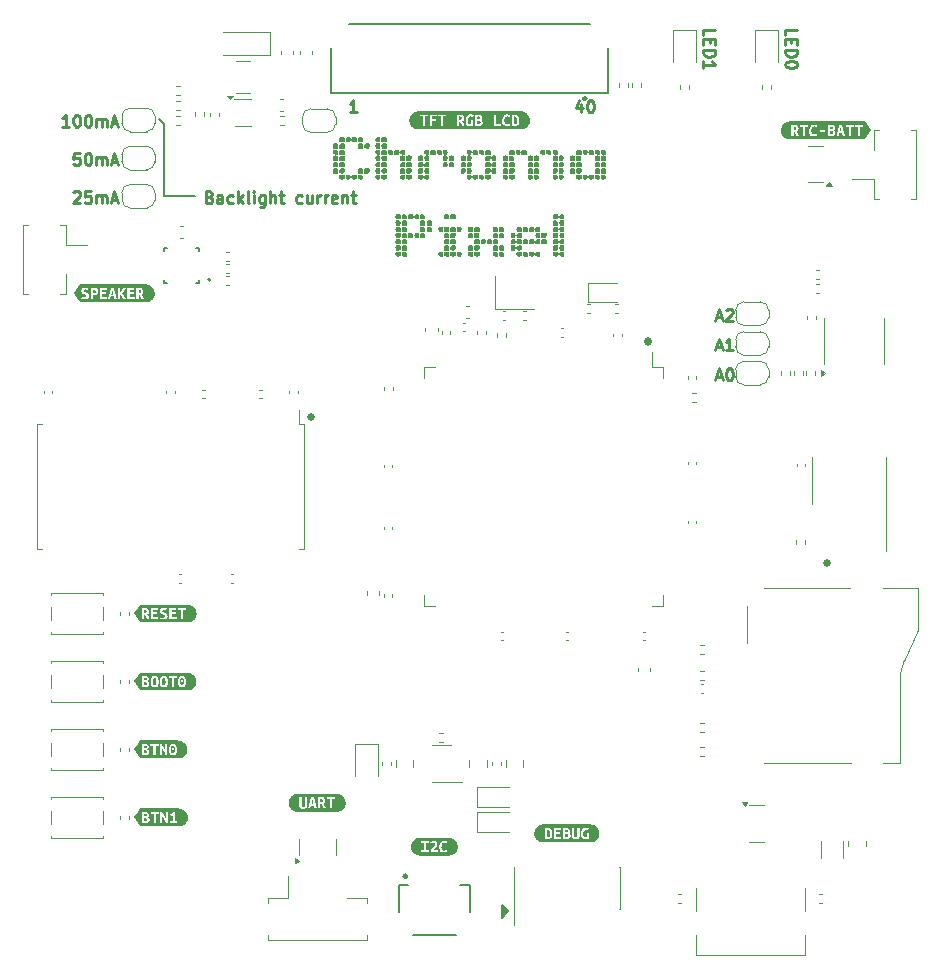
<source format=gbr>
%TF.GenerationSoftware,KiCad,Pcbnew,8.0.2*%
%TF.CreationDate,2024-07-15T20:50:26+07:00*%
%TF.ProjectId,chroma-pixel-h743,6368726f-6d61-42d7-9069-78656c2d6837,rev?*%
%TF.SameCoordinates,Original*%
%TF.FileFunction,Legend,Top*%
%TF.FilePolarity,Positive*%
%FSLAX46Y46*%
G04 Gerber Fmt 4.6, Leading zero omitted, Abs format (unit mm)*
G04 Created by KiCad (PCBNEW 8.0.2) date 2024-07-15 20:50:26*
%MOMM*%
%LPD*%
G01*
G04 APERTURE LIST*
%ADD10C,0.500000*%
%ADD11C,0.150000*%
%ADD12C,0.250000*%
%ADD13C,0.120000*%
%ADD14C,0.127000*%
%ADD15C,0.300000*%
%ADD16C,0.000000*%
%ADD17C,0.200000*%
%ADD18C,0.100000*%
G04 APERTURE END LIST*
D10*
X130776937Y-81682361D02*
X130872175Y-81777600D01*
X130872175Y-81777600D02*
X130776937Y-81872838D01*
X130776937Y-81872838D02*
X130681699Y-81777600D01*
X130681699Y-81777600D02*
X130776937Y-81682361D01*
X130776937Y-81682361D02*
X130776937Y-81872838D01*
X159301137Y-75306961D02*
X159396375Y-75402200D01*
X159396375Y-75402200D02*
X159301137Y-75497438D01*
X159301137Y-75497438D02*
X159205899Y-75402200D01*
X159205899Y-75402200D02*
X159301137Y-75306961D01*
X159301137Y-75306961D02*
X159301137Y-75497438D01*
X174464937Y-94026761D02*
X174560175Y-94122000D01*
X174560175Y-94122000D02*
X174464937Y-94217238D01*
X174464937Y-94217238D02*
X174369699Y-94122000D01*
X174369699Y-94122000D02*
X174464937Y-94026761D01*
X174464937Y-94026761D02*
X174464937Y-94217238D01*
D11*
X118338600Y-56997600D02*
X118338600Y-63093600D01*
X118338600Y-63093600D02*
X120929400Y-63093600D01*
X117932200Y-56591200D02*
X118338600Y-56997600D01*
X147485100Y-123635600D02*
X146951700Y-124169000D01*
X146951700Y-123102200D01*
X147485100Y-123635600D01*
G36*
X147485100Y-123635600D02*
G01*
X146951700Y-124169000D01*
X146951700Y-123102200D01*
X147485100Y-123635600D01*
G37*
D12*
X165048549Y-75870154D02*
X165524739Y-75870154D01*
X164953311Y-76155869D02*
X165286644Y-75155869D01*
X165286644Y-75155869D02*
X165619977Y-76155869D01*
X166477120Y-76155869D02*
X165905692Y-76155869D01*
X166191406Y-76155869D02*
X166191406Y-75155869D01*
X166191406Y-75155869D02*
X166096168Y-75298726D01*
X166096168Y-75298726D02*
X166000930Y-75393964D01*
X166000930Y-75393964D02*
X165905692Y-75441583D01*
X163990780Y-49474225D02*
X163990780Y-48998035D01*
X163990780Y-48998035D02*
X164990780Y-48998035D01*
X164514590Y-49807559D02*
X164514590Y-50140892D01*
X163990780Y-50283749D02*
X163990780Y-49807559D01*
X163990780Y-49807559D02*
X164990780Y-49807559D01*
X164990780Y-49807559D02*
X164990780Y-50283749D01*
X163990780Y-50712321D02*
X164990780Y-50712321D01*
X164990780Y-50712321D02*
X164990780Y-50950416D01*
X164990780Y-50950416D02*
X164943161Y-51093273D01*
X164943161Y-51093273D02*
X164847923Y-51188511D01*
X164847923Y-51188511D02*
X164752685Y-51236130D01*
X164752685Y-51236130D02*
X164562209Y-51283749D01*
X164562209Y-51283749D02*
X164419352Y-51283749D01*
X164419352Y-51283749D02*
X164228876Y-51236130D01*
X164228876Y-51236130D02*
X164133638Y-51188511D01*
X164133638Y-51188511D02*
X164038400Y-51093273D01*
X164038400Y-51093273D02*
X163990780Y-50950416D01*
X163990780Y-50950416D02*
X163990780Y-50712321D01*
X163990780Y-52236130D02*
X163990780Y-51664702D01*
X163990780Y-51950416D02*
X164990780Y-51950416D01*
X164990780Y-51950416D02*
X164847923Y-51855178D01*
X164847923Y-51855178D02*
X164752685Y-51759940D01*
X164752685Y-51759940D02*
X164705066Y-51664702D01*
X153662939Y-55305152D02*
X153662939Y-55971819D01*
X153424844Y-54924200D02*
X153186749Y-55638485D01*
X153186749Y-55638485D02*
X153805796Y-55638485D01*
X154377225Y-54971819D02*
X154472463Y-54971819D01*
X154472463Y-54971819D02*
X154567701Y-55019438D01*
X154567701Y-55019438D02*
X154615320Y-55067057D01*
X154615320Y-55067057D02*
X154662939Y-55162295D01*
X154662939Y-55162295D02*
X154710558Y-55352771D01*
X154710558Y-55352771D02*
X154710558Y-55590866D01*
X154710558Y-55590866D02*
X154662939Y-55781342D01*
X154662939Y-55781342D02*
X154615320Y-55876580D01*
X154615320Y-55876580D02*
X154567701Y-55924200D01*
X154567701Y-55924200D02*
X154472463Y-55971819D01*
X154472463Y-55971819D02*
X154377225Y-55971819D01*
X154377225Y-55971819D02*
X154281987Y-55924200D01*
X154281987Y-55924200D02*
X154234368Y-55876580D01*
X154234368Y-55876580D02*
X154186749Y-55781342D01*
X154186749Y-55781342D02*
X154139130Y-55590866D01*
X154139130Y-55590866D02*
X154139130Y-55352771D01*
X154139130Y-55352771D02*
X154186749Y-55162295D01*
X154186749Y-55162295D02*
X154234368Y-55067057D01*
X154234368Y-55067057D02*
X154281987Y-55019438D01*
X154281987Y-55019438D02*
X154377225Y-54971819D01*
X110273377Y-57214969D02*
X109701949Y-57214969D01*
X109987663Y-57214969D02*
X109987663Y-56214969D01*
X109987663Y-56214969D02*
X109892425Y-56357826D01*
X109892425Y-56357826D02*
X109797187Y-56453064D01*
X109797187Y-56453064D02*
X109701949Y-56500683D01*
X110892425Y-56214969D02*
X110987663Y-56214969D01*
X110987663Y-56214969D02*
X111082901Y-56262588D01*
X111082901Y-56262588D02*
X111130520Y-56310207D01*
X111130520Y-56310207D02*
X111178139Y-56405445D01*
X111178139Y-56405445D02*
X111225758Y-56595921D01*
X111225758Y-56595921D02*
X111225758Y-56834016D01*
X111225758Y-56834016D02*
X111178139Y-57024492D01*
X111178139Y-57024492D02*
X111130520Y-57119730D01*
X111130520Y-57119730D02*
X111082901Y-57167350D01*
X111082901Y-57167350D02*
X110987663Y-57214969D01*
X110987663Y-57214969D02*
X110892425Y-57214969D01*
X110892425Y-57214969D02*
X110797187Y-57167350D01*
X110797187Y-57167350D02*
X110749568Y-57119730D01*
X110749568Y-57119730D02*
X110701949Y-57024492D01*
X110701949Y-57024492D02*
X110654330Y-56834016D01*
X110654330Y-56834016D02*
X110654330Y-56595921D01*
X110654330Y-56595921D02*
X110701949Y-56405445D01*
X110701949Y-56405445D02*
X110749568Y-56310207D01*
X110749568Y-56310207D02*
X110797187Y-56262588D01*
X110797187Y-56262588D02*
X110892425Y-56214969D01*
X111844806Y-56214969D02*
X111940044Y-56214969D01*
X111940044Y-56214969D02*
X112035282Y-56262588D01*
X112035282Y-56262588D02*
X112082901Y-56310207D01*
X112082901Y-56310207D02*
X112130520Y-56405445D01*
X112130520Y-56405445D02*
X112178139Y-56595921D01*
X112178139Y-56595921D02*
X112178139Y-56834016D01*
X112178139Y-56834016D02*
X112130520Y-57024492D01*
X112130520Y-57024492D02*
X112082901Y-57119730D01*
X112082901Y-57119730D02*
X112035282Y-57167350D01*
X112035282Y-57167350D02*
X111940044Y-57214969D01*
X111940044Y-57214969D02*
X111844806Y-57214969D01*
X111844806Y-57214969D02*
X111749568Y-57167350D01*
X111749568Y-57167350D02*
X111701949Y-57119730D01*
X111701949Y-57119730D02*
X111654330Y-57024492D01*
X111654330Y-57024492D02*
X111606711Y-56834016D01*
X111606711Y-56834016D02*
X111606711Y-56595921D01*
X111606711Y-56595921D02*
X111654330Y-56405445D01*
X111654330Y-56405445D02*
X111701949Y-56310207D01*
X111701949Y-56310207D02*
X111749568Y-56262588D01*
X111749568Y-56262588D02*
X111844806Y-56214969D01*
X112606711Y-57214969D02*
X112606711Y-56548302D01*
X112606711Y-56643540D02*
X112654330Y-56595921D01*
X112654330Y-56595921D02*
X112749568Y-56548302D01*
X112749568Y-56548302D02*
X112892425Y-56548302D01*
X112892425Y-56548302D02*
X112987663Y-56595921D01*
X112987663Y-56595921D02*
X113035282Y-56691159D01*
X113035282Y-56691159D02*
X113035282Y-57214969D01*
X113035282Y-56691159D02*
X113082901Y-56595921D01*
X113082901Y-56595921D02*
X113178139Y-56548302D01*
X113178139Y-56548302D02*
X113320996Y-56548302D01*
X113320996Y-56548302D02*
X113416235Y-56595921D01*
X113416235Y-56595921D02*
X113463854Y-56691159D01*
X113463854Y-56691159D02*
X113463854Y-57214969D01*
X113892425Y-56929254D02*
X114368615Y-56929254D01*
X113797187Y-57214969D02*
X114130520Y-56214969D01*
X114130520Y-56214969D02*
X114463853Y-57214969D01*
X122173301Y-63160659D02*
X122316158Y-63208278D01*
X122316158Y-63208278D02*
X122363777Y-63255897D01*
X122363777Y-63255897D02*
X122411396Y-63351135D01*
X122411396Y-63351135D02*
X122411396Y-63493992D01*
X122411396Y-63493992D02*
X122363777Y-63589230D01*
X122363777Y-63589230D02*
X122316158Y-63636850D01*
X122316158Y-63636850D02*
X122220920Y-63684469D01*
X122220920Y-63684469D02*
X121839968Y-63684469D01*
X121839968Y-63684469D02*
X121839968Y-62684469D01*
X121839968Y-62684469D02*
X122173301Y-62684469D01*
X122173301Y-62684469D02*
X122268539Y-62732088D01*
X122268539Y-62732088D02*
X122316158Y-62779707D01*
X122316158Y-62779707D02*
X122363777Y-62874945D01*
X122363777Y-62874945D02*
X122363777Y-62970183D01*
X122363777Y-62970183D02*
X122316158Y-63065421D01*
X122316158Y-63065421D02*
X122268539Y-63113040D01*
X122268539Y-63113040D02*
X122173301Y-63160659D01*
X122173301Y-63160659D02*
X121839968Y-63160659D01*
X123268539Y-63684469D02*
X123268539Y-63160659D01*
X123268539Y-63160659D02*
X123220920Y-63065421D01*
X123220920Y-63065421D02*
X123125682Y-63017802D01*
X123125682Y-63017802D02*
X122935206Y-63017802D01*
X122935206Y-63017802D02*
X122839968Y-63065421D01*
X123268539Y-63636850D02*
X123173301Y-63684469D01*
X123173301Y-63684469D02*
X122935206Y-63684469D01*
X122935206Y-63684469D02*
X122839968Y-63636850D01*
X122839968Y-63636850D02*
X122792349Y-63541611D01*
X122792349Y-63541611D02*
X122792349Y-63446373D01*
X122792349Y-63446373D02*
X122839968Y-63351135D01*
X122839968Y-63351135D02*
X122935206Y-63303516D01*
X122935206Y-63303516D02*
X123173301Y-63303516D01*
X123173301Y-63303516D02*
X123268539Y-63255897D01*
X124173301Y-63636850D02*
X124078063Y-63684469D01*
X124078063Y-63684469D02*
X123887587Y-63684469D01*
X123887587Y-63684469D02*
X123792349Y-63636850D01*
X123792349Y-63636850D02*
X123744730Y-63589230D01*
X123744730Y-63589230D02*
X123697111Y-63493992D01*
X123697111Y-63493992D02*
X123697111Y-63208278D01*
X123697111Y-63208278D02*
X123744730Y-63113040D01*
X123744730Y-63113040D02*
X123792349Y-63065421D01*
X123792349Y-63065421D02*
X123887587Y-63017802D01*
X123887587Y-63017802D02*
X124078063Y-63017802D01*
X124078063Y-63017802D02*
X124173301Y-63065421D01*
X124601873Y-63684469D02*
X124601873Y-62684469D01*
X124697111Y-63303516D02*
X124982825Y-63684469D01*
X124982825Y-63017802D02*
X124601873Y-63398754D01*
X125554254Y-63684469D02*
X125459016Y-63636850D01*
X125459016Y-63636850D02*
X125411397Y-63541611D01*
X125411397Y-63541611D02*
X125411397Y-62684469D01*
X125935207Y-63684469D02*
X125935207Y-63017802D01*
X125935207Y-62684469D02*
X125887588Y-62732088D01*
X125887588Y-62732088D02*
X125935207Y-62779707D01*
X125935207Y-62779707D02*
X125982826Y-62732088D01*
X125982826Y-62732088D02*
X125935207Y-62684469D01*
X125935207Y-62684469D02*
X125935207Y-62779707D01*
X126839968Y-63017802D02*
X126839968Y-63827326D01*
X126839968Y-63827326D02*
X126792349Y-63922564D01*
X126792349Y-63922564D02*
X126744730Y-63970183D01*
X126744730Y-63970183D02*
X126649492Y-64017802D01*
X126649492Y-64017802D02*
X126506635Y-64017802D01*
X126506635Y-64017802D02*
X126411397Y-63970183D01*
X126839968Y-63636850D02*
X126744730Y-63684469D01*
X126744730Y-63684469D02*
X126554254Y-63684469D01*
X126554254Y-63684469D02*
X126459016Y-63636850D01*
X126459016Y-63636850D02*
X126411397Y-63589230D01*
X126411397Y-63589230D02*
X126363778Y-63493992D01*
X126363778Y-63493992D02*
X126363778Y-63208278D01*
X126363778Y-63208278D02*
X126411397Y-63113040D01*
X126411397Y-63113040D02*
X126459016Y-63065421D01*
X126459016Y-63065421D02*
X126554254Y-63017802D01*
X126554254Y-63017802D02*
X126744730Y-63017802D01*
X126744730Y-63017802D02*
X126839968Y-63065421D01*
X127316159Y-63684469D02*
X127316159Y-62684469D01*
X127744730Y-63684469D02*
X127744730Y-63160659D01*
X127744730Y-63160659D02*
X127697111Y-63065421D01*
X127697111Y-63065421D02*
X127601873Y-63017802D01*
X127601873Y-63017802D02*
X127459016Y-63017802D01*
X127459016Y-63017802D02*
X127363778Y-63065421D01*
X127363778Y-63065421D02*
X127316159Y-63113040D01*
X128078064Y-63017802D02*
X128459016Y-63017802D01*
X128220921Y-62684469D02*
X128220921Y-63541611D01*
X128220921Y-63541611D02*
X128268540Y-63636850D01*
X128268540Y-63636850D02*
X128363778Y-63684469D01*
X128363778Y-63684469D02*
X128459016Y-63684469D01*
X129982826Y-63636850D02*
X129887588Y-63684469D01*
X129887588Y-63684469D02*
X129697112Y-63684469D01*
X129697112Y-63684469D02*
X129601874Y-63636850D01*
X129601874Y-63636850D02*
X129554255Y-63589230D01*
X129554255Y-63589230D02*
X129506636Y-63493992D01*
X129506636Y-63493992D02*
X129506636Y-63208278D01*
X129506636Y-63208278D02*
X129554255Y-63113040D01*
X129554255Y-63113040D02*
X129601874Y-63065421D01*
X129601874Y-63065421D02*
X129697112Y-63017802D01*
X129697112Y-63017802D02*
X129887588Y-63017802D01*
X129887588Y-63017802D02*
X129982826Y-63065421D01*
X130839969Y-63017802D02*
X130839969Y-63684469D01*
X130411398Y-63017802D02*
X130411398Y-63541611D01*
X130411398Y-63541611D02*
X130459017Y-63636850D01*
X130459017Y-63636850D02*
X130554255Y-63684469D01*
X130554255Y-63684469D02*
X130697112Y-63684469D01*
X130697112Y-63684469D02*
X130792350Y-63636850D01*
X130792350Y-63636850D02*
X130839969Y-63589230D01*
X131316160Y-63684469D02*
X131316160Y-63017802D01*
X131316160Y-63208278D02*
X131363779Y-63113040D01*
X131363779Y-63113040D02*
X131411398Y-63065421D01*
X131411398Y-63065421D02*
X131506636Y-63017802D01*
X131506636Y-63017802D02*
X131601874Y-63017802D01*
X131935208Y-63684469D02*
X131935208Y-63017802D01*
X131935208Y-63208278D02*
X131982827Y-63113040D01*
X131982827Y-63113040D02*
X132030446Y-63065421D01*
X132030446Y-63065421D02*
X132125684Y-63017802D01*
X132125684Y-63017802D02*
X132220922Y-63017802D01*
X132935208Y-63636850D02*
X132839970Y-63684469D01*
X132839970Y-63684469D02*
X132649494Y-63684469D01*
X132649494Y-63684469D02*
X132554256Y-63636850D01*
X132554256Y-63636850D02*
X132506637Y-63541611D01*
X132506637Y-63541611D02*
X132506637Y-63160659D01*
X132506637Y-63160659D02*
X132554256Y-63065421D01*
X132554256Y-63065421D02*
X132649494Y-63017802D01*
X132649494Y-63017802D02*
X132839970Y-63017802D01*
X132839970Y-63017802D02*
X132935208Y-63065421D01*
X132935208Y-63065421D02*
X132982827Y-63160659D01*
X132982827Y-63160659D02*
X132982827Y-63255897D01*
X132982827Y-63255897D02*
X132506637Y-63351135D01*
X133411399Y-63017802D02*
X133411399Y-63684469D01*
X133411399Y-63113040D02*
X133459018Y-63065421D01*
X133459018Y-63065421D02*
X133554256Y-63017802D01*
X133554256Y-63017802D02*
X133697113Y-63017802D01*
X133697113Y-63017802D02*
X133792351Y-63065421D01*
X133792351Y-63065421D02*
X133839970Y-63160659D01*
X133839970Y-63160659D02*
X133839970Y-63684469D01*
X134173304Y-63017802D02*
X134554256Y-63017802D01*
X134316161Y-62684469D02*
X134316161Y-63541611D01*
X134316161Y-63541611D02*
X134363780Y-63636850D01*
X134363780Y-63636850D02*
X134459018Y-63684469D01*
X134459018Y-63684469D02*
X134554256Y-63684469D01*
X165048549Y-73355554D02*
X165524739Y-73355554D01*
X164953311Y-73641269D02*
X165286644Y-72641269D01*
X165286644Y-72641269D02*
X165619977Y-73641269D01*
X165905692Y-72736507D02*
X165953311Y-72688888D01*
X165953311Y-72688888D02*
X166048549Y-72641269D01*
X166048549Y-72641269D02*
X166286644Y-72641269D01*
X166286644Y-72641269D02*
X166381882Y-72688888D01*
X166381882Y-72688888D02*
X166429501Y-72736507D01*
X166429501Y-72736507D02*
X166477120Y-72831745D01*
X166477120Y-72831745D02*
X166477120Y-72926983D01*
X166477120Y-72926983D02*
X166429501Y-73069840D01*
X166429501Y-73069840D02*
X165858073Y-73641269D01*
X165858073Y-73641269D02*
X166477120Y-73641269D01*
X170924980Y-49474225D02*
X170924980Y-48998035D01*
X170924980Y-48998035D02*
X171924980Y-48998035D01*
X171448790Y-49807559D02*
X171448790Y-50140892D01*
X170924980Y-50283749D02*
X170924980Y-49807559D01*
X170924980Y-49807559D02*
X171924980Y-49807559D01*
X171924980Y-49807559D02*
X171924980Y-50283749D01*
X170924980Y-50712321D02*
X171924980Y-50712321D01*
X171924980Y-50712321D02*
X171924980Y-50950416D01*
X171924980Y-50950416D02*
X171877361Y-51093273D01*
X171877361Y-51093273D02*
X171782123Y-51188511D01*
X171782123Y-51188511D02*
X171686885Y-51236130D01*
X171686885Y-51236130D02*
X171496409Y-51283749D01*
X171496409Y-51283749D02*
X171353552Y-51283749D01*
X171353552Y-51283749D02*
X171163076Y-51236130D01*
X171163076Y-51236130D02*
X171067838Y-51188511D01*
X171067838Y-51188511D02*
X170972600Y-51093273D01*
X170972600Y-51093273D02*
X170924980Y-50950416D01*
X170924980Y-50950416D02*
X170924980Y-50712321D01*
X171924980Y-51902797D02*
X171924980Y-51998035D01*
X171924980Y-51998035D02*
X171877361Y-52093273D01*
X171877361Y-52093273D02*
X171829742Y-52140892D01*
X171829742Y-52140892D02*
X171734504Y-52188511D01*
X171734504Y-52188511D02*
X171544028Y-52236130D01*
X171544028Y-52236130D02*
X171305933Y-52236130D01*
X171305933Y-52236130D02*
X171115457Y-52188511D01*
X171115457Y-52188511D02*
X171020219Y-52140892D01*
X171020219Y-52140892D02*
X170972600Y-52093273D01*
X170972600Y-52093273D02*
X170924980Y-51998035D01*
X170924980Y-51998035D02*
X170924980Y-51902797D01*
X170924980Y-51902797D02*
X170972600Y-51807559D01*
X170972600Y-51807559D02*
X171020219Y-51759940D01*
X171020219Y-51759940D02*
X171115457Y-51712321D01*
X171115457Y-51712321D02*
X171305933Y-51664702D01*
X171305933Y-51664702D02*
X171544028Y-51664702D01*
X171544028Y-51664702D02*
X171734504Y-51712321D01*
X171734504Y-51712321D02*
X171829742Y-51759940D01*
X171829742Y-51759940D02*
X171877361Y-51807559D01*
X171877361Y-51807559D02*
X171924980Y-51902797D01*
X165048549Y-78384754D02*
X165524739Y-78384754D01*
X164953311Y-78670469D02*
X165286644Y-77670469D01*
X165286644Y-77670469D02*
X165619977Y-78670469D01*
X166143787Y-77670469D02*
X166239025Y-77670469D01*
X166239025Y-77670469D02*
X166334263Y-77718088D01*
X166334263Y-77718088D02*
X166381882Y-77765707D01*
X166381882Y-77765707D02*
X166429501Y-77860945D01*
X166429501Y-77860945D02*
X166477120Y-78051421D01*
X166477120Y-78051421D02*
X166477120Y-78289516D01*
X166477120Y-78289516D02*
X166429501Y-78479992D01*
X166429501Y-78479992D02*
X166381882Y-78575230D01*
X166381882Y-78575230D02*
X166334263Y-78622850D01*
X166334263Y-78622850D02*
X166239025Y-78670469D01*
X166239025Y-78670469D02*
X166143787Y-78670469D01*
X166143787Y-78670469D02*
X166048549Y-78622850D01*
X166048549Y-78622850D02*
X166000930Y-78575230D01*
X166000930Y-78575230D02*
X165953311Y-78479992D01*
X165953311Y-78479992D02*
X165905692Y-78289516D01*
X165905692Y-78289516D02*
X165905692Y-78051421D01*
X165905692Y-78051421D02*
X165953311Y-77860945D01*
X165953311Y-77860945D02*
X166000930Y-77765707D01*
X166000930Y-77765707D02*
X166048549Y-77718088D01*
X166048549Y-77718088D02*
X166143787Y-77670469D01*
X134622487Y-55971819D02*
X134051059Y-55971819D01*
X134336773Y-55971819D02*
X134336773Y-54971819D01*
X134336773Y-54971819D02*
X134241535Y-55114676D01*
X134241535Y-55114676D02*
X134146297Y-55209914D01*
X134146297Y-55209914D02*
X134051059Y-55257533D01*
X111178139Y-59449719D02*
X110701949Y-59449719D01*
X110701949Y-59449719D02*
X110654330Y-59925909D01*
X110654330Y-59925909D02*
X110701949Y-59878290D01*
X110701949Y-59878290D02*
X110797187Y-59830671D01*
X110797187Y-59830671D02*
X111035282Y-59830671D01*
X111035282Y-59830671D02*
X111130520Y-59878290D01*
X111130520Y-59878290D02*
X111178139Y-59925909D01*
X111178139Y-59925909D02*
X111225758Y-60021147D01*
X111225758Y-60021147D02*
X111225758Y-60259242D01*
X111225758Y-60259242D02*
X111178139Y-60354480D01*
X111178139Y-60354480D02*
X111130520Y-60402100D01*
X111130520Y-60402100D02*
X111035282Y-60449719D01*
X111035282Y-60449719D02*
X110797187Y-60449719D01*
X110797187Y-60449719D02*
X110701949Y-60402100D01*
X110701949Y-60402100D02*
X110654330Y-60354480D01*
X111844806Y-59449719D02*
X111940044Y-59449719D01*
X111940044Y-59449719D02*
X112035282Y-59497338D01*
X112035282Y-59497338D02*
X112082901Y-59544957D01*
X112082901Y-59544957D02*
X112130520Y-59640195D01*
X112130520Y-59640195D02*
X112178139Y-59830671D01*
X112178139Y-59830671D02*
X112178139Y-60068766D01*
X112178139Y-60068766D02*
X112130520Y-60259242D01*
X112130520Y-60259242D02*
X112082901Y-60354480D01*
X112082901Y-60354480D02*
X112035282Y-60402100D01*
X112035282Y-60402100D02*
X111940044Y-60449719D01*
X111940044Y-60449719D02*
X111844806Y-60449719D01*
X111844806Y-60449719D02*
X111749568Y-60402100D01*
X111749568Y-60402100D02*
X111701949Y-60354480D01*
X111701949Y-60354480D02*
X111654330Y-60259242D01*
X111654330Y-60259242D02*
X111606711Y-60068766D01*
X111606711Y-60068766D02*
X111606711Y-59830671D01*
X111606711Y-59830671D02*
X111654330Y-59640195D01*
X111654330Y-59640195D02*
X111701949Y-59544957D01*
X111701949Y-59544957D02*
X111749568Y-59497338D01*
X111749568Y-59497338D02*
X111844806Y-59449719D01*
X112606711Y-60449719D02*
X112606711Y-59783052D01*
X112606711Y-59878290D02*
X112654330Y-59830671D01*
X112654330Y-59830671D02*
X112749568Y-59783052D01*
X112749568Y-59783052D02*
X112892425Y-59783052D01*
X112892425Y-59783052D02*
X112987663Y-59830671D01*
X112987663Y-59830671D02*
X113035282Y-59925909D01*
X113035282Y-59925909D02*
X113035282Y-60449719D01*
X113035282Y-59925909D02*
X113082901Y-59830671D01*
X113082901Y-59830671D02*
X113178139Y-59783052D01*
X113178139Y-59783052D02*
X113320996Y-59783052D01*
X113320996Y-59783052D02*
X113416235Y-59830671D01*
X113416235Y-59830671D02*
X113463854Y-59925909D01*
X113463854Y-59925909D02*
X113463854Y-60449719D01*
X113892425Y-60164004D02*
X114368615Y-60164004D01*
X113797187Y-60449719D02*
X114130520Y-59449719D01*
X114130520Y-59449719D02*
X114463853Y-60449719D01*
X110654330Y-62779707D02*
X110701949Y-62732088D01*
X110701949Y-62732088D02*
X110797187Y-62684469D01*
X110797187Y-62684469D02*
X111035282Y-62684469D01*
X111035282Y-62684469D02*
X111130520Y-62732088D01*
X111130520Y-62732088D02*
X111178139Y-62779707D01*
X111178139Y-62779707D02*
X111225758Y-62874945D01*
X111225758Y-62874945D02*
X111225758Y-62970183D01*
X111225758Y-62970183D02*
X111178139Y-63113040D01*
X111178139Y-63113040D02*
X110606711Y-63684469D01*
X110606711Y-63684469D02*
X111225758Y-63684469D01*
X112130520Y-62684469D02*
X111654330Y-62684469D01*
X111654330Y-62684469D02*
X111606711Y-63160659D01*
X111606711Y-63160659D02*
X111654330Y-63113040D01*
X111654330Y-63113040D02*
X111749568Y-63065421D01*
X111749568Y-63065421D02*
X111987663Y-63065421D01*
X111987663Y-63065421D02*
X112082901Y-63113040D01*
X112082901Y-63113040D02*
X112130520Y-63160659D01*
X112130520Y-63160659D02*
X112178139Y-63255897D01*
X112178139Y-63255897D02*
X112178139Y-63493992D01*
X112178139Y-63493992D02*
X112130520Y-63589230D01*
X112130520Y-63589230D02*
X112082901Y-63636850D01*
X112082901Y-63636850D02*
X111987663Y-63684469D01*
X111987663Y-63684469D02*
X111749568Y-63684469D01*
X111749568Y-63684469D02*
X111654330Y-63636850D01*
X111654330Y-63636850D02*
X111606711Y-63589230D01*
X112606711Y-63684469D02*
X112606711Y-63017802D01*
X112606711Y-63113040D02*
X112654330Y-63065421D01*
X112654330Y-63065421D02*
X112749568Y-63017802D01*
X112749568Y-63017802D02*
X112892425Y-63017802D01*
X112892425Y-63017802D02*
X112987663Y-63065421D01*
X112987663Y-63065421D02*
X113035282Y-63160659D01*
X113035282Y-63160659D02*
X113035282Y-63684469D01*
X113035282Y-63160659D02*
X113082901Y-63065421D01*
X113082901Y-63065421D02*
X113178139Y-63017802D01*
X113178139Y-63017802D02*
X113320996Y-63017802D01*
X113320996Y-63017802D02*
X113416235Y-63065421D01*
X113416235Y-63065421D02*
X113463854Y-63160659D01*
X113463854Y-63160659D02*
X113463854Y-63684469D01*
X113892425Y-63398754D02*
X114368615Y-63398754D01*
X113797187Y-63684469D02*
X114130520Y-62684469D01*
X114130520Y-62684469D02*
X114463853Y-63684469D01*
D13*
%TO.C,D7*%
X173482000Y-61924500D02*
X174132000Y-61924500D01*
X173482000Y-61924500D02*
X172832000Y-61924500D01*
X173482000Y-58804500D02*
X174132000Y-58804500D01*
X173482000Y-58804500D02*
X172832000Y-58804500D01*
X174884500Y-62204500D02*
X174404500Y-62204500D01*
X174644500Y-61874500D01*
X174884500Y-62204500D01*
G36*
X174884500Y-62204500D02*
G01*
X174404500Y-62204500D01*
X174644500Y-61874500D01*
X174884500Y-62204500D01*
G37*
%TO.C,C40*%
X147202936Y-72825700D02*
X146987264Y-72825700D01*
X147202936Y-73545700D02*
X146987264Y-73545700D01*
%TO.C,C43*%
X173969000Y-119151452D02*
X173969000Y-117728948D01*
X175789000Y-119151452D02*
X175789000Y-117728948D01*
%TO.C,R19*%
X163323241Y-79731600D02*
X163015959Y-79731600D01*
X163323241Y-80491600D02*
X163015959Y-80491600D01*
%TO.C,R31*%
X171631800Y-78222041D02*
X171631800Y-77914759D01*
X172391800Y-78222041D02*
X172391800Y-77914759D01*
%TO.C,C28*%
X114600400Y-115804836D02*
X114600400Y-115589164D01*
X115320400Y-115804836D02*
X115320400Y-115589164D01*
D14*
%TO.C,J5*%
X138210100Y-121388000D02*
X138210100Y-123663000D01*
X139010100Y-121388000D02*
X138210100Y-121388000D01*
X139410100Y-125638000D02*
X143010100Y-125638000D01*
X143410100Y-121388000D02*
X144210100Y-121388000D01*
X144210100Y-121388000D02*
X144210100Y-123663000D01*
D15*
X138860100Y-120678000D02*
G75*
G02*
X138660100Y-120678000I-100000J0D01*
G01*
X138660100Y-120678000D02*
G75*
G02*
X138860100Y-120678000I100000J0D01*
G01*
D13*
%TO.C,R15*%
X123851641Y-68860400D02*
X123544359Y-68860400D01*
X123851641Y-69620400D02*
X123544359Y-69620400D01*
%TO.C,R23*%
X168973866Y-54001641D02*
X168973866Y-53694359D01*
X169733866Y-54001641D02*
X169733866Y-53694359D01*
%TO.C,R34*%
X156871400Y-53823841D02*
X156871400Y-53516559D01*
X157631400Y-53823841D02*
X157631400Y-53516559D01*
%TO.C,C10*%
X151911164Y-74290600D02*
X152126836Y-74290600D01*
X151911164Y-75010600D02*
X152126836Y-75010600D01*
%TO.C,C27*%
X114600400Y-110047503D02*
X114600400Y-109831831D01*
X115320400Y-110047503D02*
X115320400Y-109831831D01*
%TO.C,Y2*%
X154237700Y-70415200D02*
X154237700Y-72015200D01*
X154237700Y-72015200D02*
X156637700Y-72015200D01*
X156637700Y-70415200D02*
X154237700Y-70415200D01*
%TO.C,U8*%
X141783800Y-109571600D02*
X140983800Y-109571600D01*
X141783800Y-109571600D02*
X142583800Y-109571600D01*
X141783800Y-112691600D02*
X140983800Y-112691600D01*
X141783800Y-112691600D02*
X143583800Y-112691600D01*
%TO.C,R16*%
X123544359Y-69867001D02*
X123851641Y-69867001D01*
X123544359Y-70627001D02*
X123851641Y-70627001D01*
%TO.C,U11*%
X107587100Y-82374400D02*
X107587100Y-92974400D01*
X107987100Y-82374400D02*
X107587100Y-82374400D01*
X107987100Y-92974400D02*
X107587100Y-92974400D01*
X129787100Y-81174400D02*
X129787100Y-82374400D01*
X129787100Y-82374400D02*
X130187100Y-82374400D01*
X130187100Y-82374400D02*
X130187100Y-92974400D01*
X130187100Y-92974400D02*
X129787100Y-92974400D01*
%TO.C,J7*%
X147920400Y-119920600D02*
X147985400Y-119920600D01*
X147920400Y-123450600D02*
X147920400Y-119920600D01*
X147920400Y-123450600D02*
X147985400Y-123450600D01*
X147985400Y-124775600D02*
X147985400Y-123450600D01*
X156865400Y-119920600D02*
X156930400Y-119920600D01*
X156865400Y-123450600D02*
X156930400Y-123450600D01*
X156930400Y-123450600D02*
X156930400Y-119920600D01*
D16*
%TO.C,kibuzzard-66417165*%
G36*
X152519053Y-117133757D02*
G01*
X152563171Y-117233602D01*
X152547691Y-117302488D01*
X152508217Y-117344284D01*
X152453264Y-117364407D01*
X152389796Y-117369825D01*
X152342583Y-117368277D01*
X152298465Y-117363633D01*
X152298465Y-117103572D01*
X152400632Y-117103572D01*
X152519053Y-117133757D01*
G37*
G36*
X152436236Y-116723541D02*
G01*
X152479580Y-116739020D01*
X152508991Y-116771528D01*
X152519827Y-116826482D01*
X152482676Y-116913943D01*
X152372768Y-116945677D01*
X152298465Y-116945677D01*
X152298465Y-116725863D01*
X152340261Y-116721219D01*
X152385152Y-116719671D01*
X152436236Y-116723541D01*
G37*
G36*
X150909920Y-116746760D02*
G01*
X150973388Y-116818742D01*
X151005895Y-116922457D01*
X151015183Y-117043200D01*
X151012281Y-117111505D01*
X151003573Y-117174005D01*
X150964874Y-117276946D01*
X150893666Y-117345058D01*
X150784533Y-117369825D01*
X150767505Y-117369825D01*
X150750477Y-117368277D01*
X150750477Y-116724315D01*
X150778341Y-116720445D01*
X150806205Y-116719671D01*
X150909920Y-116746760D01*
G37*
G36*
X154494021Y-116288852D02*
G01*
X154567602Y-116299767D01*
X154639759Y-116317841D01*
X154709797Y-116342901D01*
X154777042Y-116374706D01*
X154840845Y-116412948D01*
X154900593Y-116457260D01*
X154955710Y-116507215D01*
X155005664Y-116562331D01*
X155049976Y-116622079D01*
X155088219Y-116685882D01*
X155120023Y-116753127D01*
X155145083Y-116823165D01*
X155163157Y-116895322D01*
X155174072Y-116968903D01*
X155177722Y-117043200D01*
X155174072Y-117117497D01*
X155163157Y-117191078D01*
X155145083Y-117263235D01*
X155120023Y-117333273D01*
X155088219Y-117400518D01*
X155049976Y-117464321D01*
X155005664Y-117524069D01*
X154955710Y-117579185D01*
X154900593Y-117629140D01*
X154840845Y-117673452D01*
X154777042Y-117711694D01*
X154709797Y-117743499D01*
X154639759Y-117768559D01*
X154567602Y-117786633D01*
X154494021Y-117797548D01*
X154419724Y-117801198D01*
X154290725Y-117801198D01*
X154005895Y-117801198D01*
X153182366Y-117801198D01*
X152374316Y-117801198D01*
X151348001Y-117801198D01*
X150764409Y-117801198D01*
X150560075Y-117801198D01*
X150431076Y-117801198D01*
X150356779Y-117797548D01*
X150283198Y-117786633D01*
X150211041Y-117768559D01*
X150141003Y-117743499D01*
X150073758Y-117711694D01*
X150009955Y-117673452D01*
X149950207Y-117629140D01*
X149895090Y-117579185D01*
X149845136Y-117524069D01*
X149800824Y-117464321D01*
X149762581Y-117400518D01*
X149730777Y-117333273D01*
X149705717Y-117263235D01*
X149687643Y-117191078D01*
X149676728Y-117117497D01*
X149673078Y-117043200D01*
X149676728Y-116968903D01*
X149687643Y-116895322D01*
X149705717Y-116823165D01*
X149730777Y-116753127D01*
X149762581Y-116685882D01*
X149800824Y-116622079D01*
X149834067Y-116577256D01*
X150560075Y-116577256D01*
X150560075Y-117512240D01*
X150664564Y-117530042D01*
X150764409Y-117535460D01*
X150857869Y-117528688D01*
X150881439Y-117523076D01*
X151348001Y-117523076D01*
X151962552Y-117523076D01*
X151962552Y-117365181D01*
X151538403Y-117365181D01*
X151538403Y-117095832D01*
X151877412Y-117095832D01*
X151877412Y-116937937D01*
X151538403Y-116937937D01*
X151538403Y-116722767D01*
X151928496Y-116722767D01*
X151928496Y-116577256D01*
X152108063Y-116577256D01*
X152108063Y-117507596D01*
X152175013Y-117519787D01*
X152242737Y-117528494D01*
X152309688Y-117533719D01*
X152374316Y-117535460D01*
X152450748Y-117531784D01*
X152522149Y-117520754D01*
X152586391Y-117501017D01*
X152641344Y-117471219D01*
X152721066Y-117378339D01*
X152743124Y-117313130D01*
X152750477Y-117233602D01*
X152742807Y-117176327D01*
X152858837Y-117176327D01*
X152862707Y-117256048D01*
X152874316Y-117328030D01*
X152895214Y-117391110D01*
X152926948Y-117444129D01*
X153026793Y-117517658D01*
X153097033Y-117536815D01*
X153182366Y-117543200D01*
X153269053Y-117536815D01*
X153340261Y-117517658D01*
X153397536Y-117486505D01*
X153442428Y-117444129D01*
X153475323Y-117391110D01*
X153496607Y-117328030D01*
X153508217Y-117256048D01*
X153512087Y-117176327D01*
X153512087Y-117043200D01*
X153614254Y-117043200D01*
X153621220Y-117159493D01*
X153642118Y-117260692D01*
X153675787Y-117346606D01*
X153721066Y-117417039D01*
X153777374Y-117471993D01*
X153844131Y-117511466D01*
X153920563Y-117535267D01*
X154005895Y-117543200D01*
X154100516Y-117539330D01*
X154180044Y-117527720D01*
X154286081Y-117499856D01*
X154286081Y-117021528D01*
X154095679Y-117021528D01*
X154095679Y-117371373D01*
X154058527Y-117376017D01*
X154021375Y-117377565D01*
X153928883Y-117357248D01*
X153861933Y-117296296D01*
X153831833Y-117232054D01*
X153813773Y-117147689D01*
X153807753Y-117043200D01*
X153811042Y-116972186D01*
X153820911Y-116907751D01*
X153864254Y-116802488D01*
X153940880Y-116733602D01*
X154055431Y-116708835D01*
X154157598Y-116725863D01*
X154241189Y-116764562D01*
X154290725Y-116612859D01*
X154258991Y-116594284D01*
X154205586Y-116571064D01*
X154128960Y-116551714D01*
X154029115Y-116543200D01*
X153945137Y-116551133D01*
X153866576Y-116574934D01*
X153795756Y-116614601D01*
X153734998Y-116670135D01*
X153685075Y-116741149D01*
X153646762Y-116827256D01*
X153622381Y-116928068D01*
X153614254Y-117043200D01*
X153512087Y-117043200D01*
X153512087Y-116564872D01*
X153321685Y-116564872D01*
X153321685Y-117162395D01*
X153315493Y-117263788D01*
X153293821Y-117330352D01*
X153252025Y-117366729D01*
X153185462Y-117377565D01*
X153118898Y-117366729D01*
X153077877Y-117331126D01*
X153056979Y-117265336D01*
X153050787Y-117163943D01*
X153050787Y-116564872D01*
X152858837Y-116564872D01*
X152858837Y-117176327D01*
X152742807Y-117176327D01*
X152741770Y-117168587D01*
X152715648Y-117106667D01*
X152665145Y-117052488D01*
X152583295Y-117010692D01*
X152672304Y-116927101D01*
X152697265Y-116870599D01*
X152705586Y-116806358D01*
X152691654Y-116716575D01*
X152639022Y-116635305D01*
X152532211Y-116576482D01*
X152454038Y-116559647D01*
X152355741Y-116554036D01*
X152227258Y-116561002D01*
X152108063Y-116577256D01*
X151928496Y-116577256D01*
X151928496Y-116564872D01*
X151348001Y-116564872D01*
X151348001Y-117523076D01*
X150881439Y-117523076D01*
X150943202Y-117508370D01*
X151018860Y-117473347D01*
X151083295Y-117422457D01*
X151135733Y-117354926D01*
X151175400Y-117269980D01*
X151200361Y-117166459D01*
X151208682Y-117043200D01*
X151201135Y-116922650D01*
X151178496Y-116821064D01*
X151142312Y-116737085D01*
X151094131Y-116669361D01*
X151033953Y-116617697D01*
X150961778Y-116581900D01*
X150879541Y-116561002D01*
X150789177Y-116554036D01*
X150682366Y-116558680D01*
X150560075Y-116577256D01*
X149834067Y-116577256D01*
X149845136Y-116562331D01*
X149895090Y-116507215D01*
X149950207Y-116457260D01*
X150009955Y-116412948D01*
X150073758Y-116374706D01*
X150141003Y-116342901D01*
X150211041Y-116317841D01*
X150283198Y-116299767D01*
X150356779Y-116288852D01*
X150431076Y-116285202D01*
X150560075Y-116285202D01*
X154290725Y-116285202D01*
X154419724Y-116285202D01*
X154494021Y-116288852D01*
G37*
D13*
%TO.C,D4*%
X134523700Y-109466600D02*
X134523700Y-112151600D01*
X136443700Y-109466600D02*
X134523700Y-109466600D01*
X136443700Y-112151600D02*
X136443700Y-109466600D01*
%TO.C,R22*%
X146059600Y-111285241D02*
X146059600Y-110977959D01*
X146819600Y-111285241D02*
X146819600Y-110977959D01*
%TO.C,U7*%
X174173200Y-75376000D02*
X174173200Y-73426000D01*
X174173200Y-75376000D02*
X174173200Y-77326000D01*
X179293200Y-75376000D02*
X179293200Y-73426000D01*
X179293200Y-75376000D02*
X179293200Y-77326000D01*
X174268200Y-78076000D02*
X173938200Y-78316000D01*
X173938200Y-77836000D01*
X174268200Y-78076000D01*
G36*
X174268200Y-78076000D02*
G01*
X173938200Y-78316000D01*
X173938200Y-77836000D01*
X174268200Y-78076000D01*
G37*
%TO.C,C8*%
X162682600Y-90566564D02*
X162682600Y-90782236D01*
X163402600Y-90566564D02*
X163402600Y-90782236D01*
%TO.C,R28*%
X119660641Y-53760040D02*
X119353359Y-53760040D01*
X119660641Y-54520040D02*
X119353359Y-54520040D01*
%TO.C,U10*%
X140343800Y-77564400D02*
X141293800Y-77564400D01*
X140343800Y-78514400D02*
X140343800Y-77564400D01*
X140343800Y-96834400D02*
X140343800Y-97784400D01*
X140343800Y-97784400D02*
X141293800Y-97784400D01*
X159613800Y-77564400D02*
X159613800Y-76274400D01*
X160563800Y-77564400D02*
X159613800Y-77564400D01*
X160563800Y-78514400D02*
X160563800Y-77564400D01*
X160563800Y-96834400D02*
X160563800Y-97784400D01*
X160563800Y-97784400D02*
X159613800Y-97784400D01*
%TO.C,C44*%
X137930900Y-111392852D02*
X137930900Y-110870348D01*
X139400900Y-111392852D02*
X139400900Y-110870348D01*
%TO.C,C14*%
X136952400Y-79485436D02*
X136952400Y-79269764D01*
X137672400Y-79485436D02*
X137672400Y-79269764D01*
%TO.C,R25*%
X120976040Y-56308841D02*
X120976040Y-56001559D01*
X121736040Y-56308841D02*
X121736040Y-56001559D01*
%TO.C,C5*%
X147061636Y-99966200D02*
X146845964Y-99966200D01*
X147061636Y-100686200D02*
X146845964Y-100686200D01*
%TO.C,JP5*%
X166710600Y-73339200D02*
X166710600Y-72739200D01*
X167410600Y-72039200D02*
X168810600Y-72039200D01*
X168810600Y-74039200D02*
X167410600Y-74039200D01*
X169510600Y-72739200D02*
X169510600Y-73339200D01*
X166710600Y-72739200D02*
G75*
G02*
X167410600Y-72039200I700000J0D01*
G01*
X167410600Y-74039200D02*
G75*
G02*
X166710600Y-73339200I0J700000D01*
G01*
X168810600Y-72039200D02*
G75*
G02*
X169510600Y-72739200I1J-699999D01*
G01*
X169510600Y-73339200D02*
G75*
G02*
X168810600Y-74039200I-699999J-1D01*
G01*
D16*
%TO.C,kibuzzard-6642BE54*%
G36*
X130917796Y-114255217D02*
G01*
X130942835Y-114352244D01*
X130963962Y-114448488D01*
X130982741Y-114548644D01*
X130793382Y-114548644D01*
X130812944Y-114448488D01*
X130834854Y-114352244D01*
X130859893Y-114255217D01*
X130888844Y-114151148D01*
X130917796Y-114255217D01*
G37*
G36*
X131685792Y-114128848D02*
G01*
X131740174Y-114155843D01*
X131775386Y-114202009D01*
X131787123Y-114268519D01*
X131743304Y-114377283D01*
X131685792Y-114406038D01*
X131600894Y-114415624D01*
X131558641Y-114415624D01*
X131558641Y-114124544D01*
X131589940Y-114120632D01*
X131616544Y-114119849D01*
X131685792Y-114128848D01*
G37*
G36*
X133012453Y-113695239D02*
G01*
X133086309Y-113706195D01*
X133158735Y-113724337D01*
X133229034Y-113749490D01*
X133296529Y-113781413D01*
X133360570Y-113819798D01*
X133420541Y-113864275D01*
X133475863Y-113914416D01*
X133526004Y-113969738D01*
X133570481Y-114029709D01*
X133608866Y-114093750D01*
X133640789Y-114161245D01*
X133665942Y-114231544D01*
X133684084Y-114303971D01*
X133695040Y-114377826D01*
X133698703Y-114452400D01*
X133695040Y-114526974D01*
X133684084Y-114600829D01*
X133665942Y-114673256D01*
X133640789Y-114743555D01*
X133608866Y-114811050D01*
X133570481Y-114875091D01*
X133526004Y-114935062D01*
X133475863Y-114990384D01*
X133420541Y-115040525D01*
X133360570Y-115085002D01*
X133296529Y-115123387D01*
X133229034Y-115155310D01*
X133158735Y-115180463D01*
X133086309Y-115198605D01*
X133012453Y-115209561D01*
X132937879Y-115213224D01*
X132807467Y-115213224D01*
X132552381Y-115213224D01*
X132046904Y-115213224D01*
X131060988Y-115213224D01*
X130104807Y-115213224D01*
X129777733Y-115213224D01*
X129647321Y-115213224D01*
X129572747Y-115209561D01*
X129498891Y-115198605D01*
X129426465Y-115180463D01*
X129356166Y-115155310D01*
X129288671Y-115123387D01*
X129224630Y-115085002D01*
X129164659Y-115040525D01*
X129109337Y-114990384D01*
X129059196Y-114935062D01*
X129014719Y-114875091D01*
X128976334Y-114811050D01*
X128944411Y-114743555D01*
X128919258Y-114673256D01*
X128901116Y-114600829D01*
X128898250Y-114581508D01*
X129777733Y-114581508D01*
X129781645Y-114662103D01*
X129793382Y-114734873D01*
X129814509Y-114798644D01*
X129846591Y-114852244D01*
X129947530Y-114926578D01*
X130018539Y-114945945D01*
X130104807Y-114952400D01*
X130192444Y-114945945D01*
X130244069Y-114932056D01*
X130513257Y-114932056D01*
X130713570Y-114932056D01*
X130757389Y-114708269D01*
X131015605Y-114708269D01*
X131060988Y-114932056D01*
X131267561Y-114932056D01*
X131241739Y-114822228D01*
X131215605Y-114715592D01*
X131189157Y-114612150D01*
X131162397Y-114511899D01*
X131135323Y-114414841D01*
X131101237Y-114297128D01*
X131067052Y-114182643D01*
X131032770Y-114071385D01*
X131002872Y-113977439D01*
X131366152Y-113977439D01*
X131366152Y-114932056D01*
X131558641Y-114932056D01*
X131558641Y-114575248D01*
X131658797Y-114575248D01*
X131711810Y-114663863D01*
X131761301Y-114751305D01*
X131806098Y-114839920D01*
X131845026Y-114932056D01*
X132046904Y-114932056D01*
X132002303Y-114829552D01*
X131948312Y-114721571D01*
X131890409Y-114618284D01*
X131834071Y-114528300D01*
X131902537Y-114484090D01*
X131948312Y-114423449D01*
X131974134Y-114350679D01*
X131982741Y-114270084D01*
X131976285Y-114193988D01*
X131956919Y-114128456D01*
X131952822Y-114122979D01*
X132103242Y-114122979D01*
X132358328Y-114122979D01*
X132358328Y-114932056D01*
X132552381Y-114932056D01*
X132552381Y-114122979D01*
X132807467Y-114122979D01*
X132807467Y-113963355D01*
X132103242Y-113963355D01*
X132103242Y-114122979D01*
X131952822Y-114122979D01*
X131882584Y-114029082D01*
X131829376Y-113995045D01*
X131766778Y-113971179D01*
X131695573Y-113957095D01*
X131616544Y-113952400D01*
X131561771Y-113953965D01*
X131496043Y-113957877D01*
X131427968Y-113965702D01*
X131366152Y-113977439D01*
X131002872Y-113977439D01*
X130998390Y-113963355D01*
X130788688Y-113963355D01*
X130755530Y-114070504D01*
X130721786Y-114180686D01*
X130687455Y-114293900D01*
X130652537Y-114410146D01*
X130624431Y-114506391D01*
X130596450Y-114606704D01*
X130568594Y-114711085D01*
X130540863Y-114819536D01*
X130513257Y-114932056D01*
X130244069Y-114932056D01*
X130264431Y-114926578D01*
X130322334Y-114895084D01*
X130367717Y-114852244D01*
X130400972Y-114798644D01*
X130422490Y-114734873D01*
X130434228Y-114662103D01*
X130438140Y-114581508D01*
X130438140Y-113963355D01*
X130245652Y-113963355D01*
X130245652Y-114567423D01*
X130239392Y-114669927D01*
X130217483Y-114737220D01*
X130175229Y-114773996D01*
X130107936Y-114784951D01*
X130040644Y-114773996D01*
X129999173Y-114738003D01*
X129978046Y-114671492D01*
X129971786Y-114568988D01*
X129971786Y-113963355D01*
X129777733Y-113963355D01*
X129777733Y-114581508D01*
X128898250Y-114581508D01*
X128890160Y-114526974D01*
X128886497Y-114452400D01*
X128890160Y-114377826D01*
X128901116Y-114303971D01*
X128919258Y-114231544D01*
X128944411Y-114161245D01*
X128976334Y-114093750D01*
X129014719Y-114029709D01*
X129059196Y-113969738D01*
X129109337Y-113914416D01*
X129164659Y-113864275D01*
X129224630Y-113819798D01*
X129288671Y-113781413D01*
X129356166Y-113749490D01*
X129426465Y-113724337D01*
X129498891Y-113706195D01*
X129572747Y-113695239D01*
X129647321Y-113691576D01*
X129777733Y-113691576D01*
X132807467Y-113691576D01*
X132937879Y-113691576D01*
X133012453Y-113695239D01*
G37*
D13*
%TO.C,C2*%
X118527100Y-79766436D02*
X118527100Y-79550764D01*
X119247100Y-79766436D02*
X119247100Y-79550764D01*
%TO.C,C38*%
X124194936Y-95118600D02*
X123979264Y-95118600D01*
X124194936Y-95838600D02*
X123979264Y-95838600D01*
%TO.C,C23*%
X119680920Y-65607701D02*
X119962080Y-65607701D01*
X119680920Y-66627701D02*
X119962080Y-66627701D01*
%TO.C,R14*%
X123851641Y-67860400D02*
X123544359Y-67860400D01*
X123851641Y-68620400D02*
X123544359Y-68620400D01*
%TO.C,C15*%
X136942100Y-86052236D02*
X136942100Y-85836564D01*
X137662100Y-86052236D02*
X137662100Y-85836564D01*
%TO.C,U5*%
X124283400Y-54855200D02*
X125693400Y-54855200D01*
X124293400Y-57175200D02*
X125693400Y-57175200D01*
X123913400Y-54905200D02*
X123673400Y-54575200D01*
X124153400Y-54575200D01*
X123913400Y-54905200D01*
G36*
X123913400Y-54905200D02*
G01*
X123673400Y-54575200D01*
X124153400Y-54575200D01*
X123913400Y-54905200D01*
G37*
%TO.C,C9*%
X144843800Y-74758436D02*
X144843800Y-74542764D01*
X145563800Y-74758436D02*
X145563800Y-74542764D01*
%TO.C,JP3*%
X114754200Y-56924100D02*
X114754200Y-56324100D01*
X115454200Y-55624100D02*
X116854200Y-55624100D01*
X116854200Y-57624100D02*
X115454200Y-57624100D01*
X117554200Y-56324100D02*
X117554200Y-56924100D01*
X114754200Y-56324100D02*
G75*
G02*
X115454200Y-55624100I699999J1D01*
G01*
X115454200Y-57624100D02*
G75*
G02*
X114754200Y-56924100I-1J699999D01*
G01*
X116854200Y-55624100D02*
G75*
G02*
X117554200Y-56324100I0J-700000D01*
G01*
X117554200Y-56924100D02*
G75*
G02*
X116854200Y-57624100I-700000J0D01*
G01*
%TO.C,C7*%
X159061636Y-99966200D02*
X158845964Y-99966200D01*
X159061636Y-100686200D02*
X158845964Y-100686200D01*
%TO.C,C39*%
X148737264Y-72825700D02*
X148952936Y-72825700D01*
X148737264Y-73545700D02*
X148952936Y-73545700D01*
%TO.C,C13*%
X162682600Y-85566564D02*
X162682600Y-85782236D01*
X163402600Y-85566564D02*
X163402600Y-85782236D01*
%TO.C,C12*%
X162682600Y-78552236D02*
X162682600Y-78336564D01*
X163402600Y-78552236D02*
X163402600Y-78336564D01*
%TO.C,C1*%
X108127100Y-79766436D02*
X108127100Y-79550764D01*
X108847100Y-79766436D02*
X108847100Y-79550764D01*
%TO.C,C46*%
X129842800Y-51088380D02*
X129842800Y-50807220D01*
X130862800Y-51088380D02*
X130862800Y-50807220D01*
%TO.C,C49*%
X122249720Y-56293036D02*
X122249720Y-56077364D01*
X122969720Y-56293036D02*
X122969720Y-56077364D01*
%TO.C,R12*%
X174068941Y-122201900D02*
X173761659Y-122201900D01*
X174068941Y-122961900D02*
X173761659Y-122961900D01*
%TO.C,R29*%
X128450641Y-56285200D02*
X128143359Y-56285200D01*
X128450641Y-57045200D02*
X128143359Y-57045200D01*
%TO.C,SW3*%
X108755000Y-108239667D02*
X108755000Y-108359667D01*
X108755000Y-109369667D02*
X108755000Y-110509667D01*
X108755000Y-111519667D02*
X108755000Y-111639667D01*
X108755000Y-111639667D02*
X113155000Y-111639667D01*
X113155000Y-108239667D02*
X108755000Y-108239667D01*
X113155000Y-108359667D02*
X113155000Y-108239667D01*
X113155000Y-110509667D02*
X113155000Y-109369667D01*
X113155000Y-111639667D02*
X113155000Y-111519667D01*
%TO.C,C45*%
X147242500Y-111392852D02*
X147242500Y-110870348D01*
X148712500Y-111392852D02*
X148712500Y-110870348D01*
%TO.C,J4*%
X163391700Y-121701900D02*
X163391700Y-123621900D01*
X163391700Y-127336900D02*
X163391700Y-125631900D01*
X172551700Y-123621900D02*
X172551700Y-121701900D01*
X172551700Y-125631900D02*
X172551700Y-127336900D01*
X172551700Y-127336900D02*
X163391700Y-127336900D01*
%TO.C,R33*%
X157964600Y-53823841D02*
X157964600Y-53516559D01*
X158724600Y-53823841D02*
X158724600Y-53516559D01*
%TO.C,C37*%
X119794936Y-95118600D02*
X119579264Y-95118600D01*
X119794936Y-95838600D02*
X119579264Y-95838600D01*
D16*
%TO.C,kibuzzard-66417197*%
G36*
X145080427Y-56756557D02*
G01*
X145124545Y-56856402D01*
X145109065Y-56925288D01*
X145069591Y-56967084D01*
X145014637Y-56987207D01*
X144951170Y-56992625D01*
X144903956Y-56991077D01*
X144859839Y-56986433D01*
X144859839Y-56726372D01*
X144962006Y-56726372D01*
X145080427Y-56756557D01*
G37*
G36*
X144997610Y-56346341D02*
G01*
X145040953Y-56361820D01*
X145070365Y-56394328D01*
X145081201Y-56449282D01*
X145044049Y-56536743D01*
X144934142Y-56568477D01*
X144859839Y-56568477D01*
X144859839Y-56348663D01*
X144901634Y-56344019D01*
X144946526Y-56342471D01*
X144997610Y-56346341D01*
G37*
G36*
X143437625Y-56351372D02*
G01*
X143491418Y-56378074D01*
X143526247Y-56423740D01*
X143537857Y-56489529D01*
X143494514Y-56597115D01*
X143437625Y-56625559D01*
X143353647Y-56635040D01*
X143311851Y-56635040D01*
X143311851Y-56347115D01*
X143342811Y-56343245D01*
X143369127Y-56342471D01*
X143437625Y-56351372D01*
G37*
G36*
X148115257Y-56369560D02*
G01*
X148178724Y-56441542D01*
X148211232Y-56545257D01*
X148220520Y-56666000D01*
X148217617Y-56734305D01*
X148208910Y-56796805D01*
X148170210Y-56899746D01*
X148099003Y-56967858D01*
X147989870Y-56992625D01*
X147972842Y-56992625D01*
X147955814Y-56991077D01*
X147955814Y-56347115D01*
X147983678Y-56343245D01*
X148011541Y-56342471D01*
X148115257Y-56369560D01*
G37*
G36*
X148617314Y-55911652D02*
G01*
X148690895Y-55922567D01*
X148763052Y-55940641D01*
X148833090Y-55965701D01*
X148900335Y-55997506D01*
X148964138Y-56035748D01*
X149023886Y-56080060D01*
X149079003Y-56130015D01*
X149128958Y-56185131D01*
X149173269Y-56244879D01*
X149211512Y-56308682D01*
X149243316Y-56375927D01*
X149268376Y-56445965D01*
X149286450Y-56518122D01*
X149297365Y-56591703D01*
X149301015Y-56666000D01*
X149297365Y-56740297D01*
X149286450Y-56813878D01*
X149268376Y-56886035D01*
X149243316Y-56956073D01*
X149211512Y-57023318D01*
X149173269Y-57087121D01*
X149128958Y-57146869D01*
X149079003Y-57201985D01*
X149023886Y-57251940D01*
X148964138Y-57296252D01*
X148900335Y-57334494D01*
X148833090Y-57366299D01*
X148763052Y-57391359D01*
X148690895Y-57409433D01*
X148617314Y-57420348D01*
X148543017Y-57423998D01*
X148414018Y-57423998D01*
X147969746Y-57423998D01*
X147366031Y-57423998D01*
X146845907Y-57423998D01*
X144935690Y-57423998D01*
X144245288Y-57423998D01*
X143794823Y-57423998D01*
X141972842Y-57423998D01*
X140813399Y-57423998D01*
X140424854Y-57423998D01*
X139980582Y-57423998D01*
X139851583Y-57423998D01*
X139777286Y-57420348D01*
X139703705Y-57409433D01*
X139631548Y-57391359D01*
X139561510Y-57366299D01*
X139494265Y-57334494D01*
X139430462Y-57296252D01*
X139370714Y-57251940D01*
X139315597Y-57201985D01*
X139265642Y-57146869D01*
X139221331Y-57087121D01*
X139183088Y-57023318D01*
X139151284Y-56956073D01*
X139126224Y-56886035D01*
X139108150Y-56813878D01*
X139097235Y-56740297D01*
X139093585Y-56666000D01*
X139097235Y-56591703D01*
X139108150Y-56518122D01*
X139126224Y-56445965D01*
X139151284Y-56375927D01*
X139165643Y-56345567D01*
X139980582Y-56345567D01*
X140232904Y-56345567D01*
X140232904Y-57145876D01*
X140424854Y-57145876D01*
X140813399Y-57145876D01*
X141003802Y-57145876D01*
X141003802Y-56735659D01*
X141350551Y-56735659D01*
X141350551Y-56577765D01*
X141003802Y-56577765D01*
X141003802Y-56345567D01*
X141400086Y-56345567D01*
X141528569Y-56345567D01*
X141780891Y-56345567D01*
X141780891Y-57145876D01*
X141972842Y-57145876D01*
X141972842Y-56345567D01*
X142225164Y-56345567D01*
X142225164Y-56201604D01*
X143121449Y-56201604D01*
X143121449Y-57145876D01*
X143311851Y-57145876D01*
X143311851Y-56792935D01*
X143410922Y-56792935D01*
X143463360Y-56880590D01*
X143512315Y-56967084D01*
X143556627Y-57054738D01*
X143595133Y-57145876D01*
X143794823Y-57145876D01*
X143750706Y-57044483D01*
X143697300Y-56937672D01*
X143640024Y-56835505D01*
X143584297Y-56746495D01*
X143652021Y-56702765D01*
X143679773Y-56666000D01*
X143853647Y-56666000D01*
X143860613Y-56782293D01*
X143881511Y-56883492D01*
X143915179Y-56969406D01*
X143960458Y-57039839D01*
X144016766Y-57094793D01*
X144083523Y-57134266D01*
X144159955Y-57158067D01*
X144245288Y-57166000D01*
X144339908Y-57162130D01*
X144419436Y-57150520D01*
X144525473Y-57122656D01*
X144525473Y-56644328D01*
X144335071Y-56644328D01*
X144335071Y-56994173D01*
X144297919Y-56998817D01*
X144260767Y-57000365D01*
X144168275Y-56980048D01*
X144101325Y-56919096D01*
X144071225Y-56854854D01*
X144053165Y-56770489D01*
X144047145Y-56666000D01*
X144050435Y-56594986D01*
X144060303Y-56530551D01*
X144103647Y-56425288D01*
X144180272Y-56356402D01*
X144294823Y-56331635D01*
X144396990Y-56348663D01*
X144480582Y-56387362D01*
X144530117Y-56235659D01*
X144498384Y-56217084D01*
X144459220Y-56200056D01*
X144669436Y-56200056D01*
X144669436Y-57130396D01*
X144736387Y-57142587D01*
X144804111Y-57151294D01*
X144871062Y-57156519D01*
X144935690Y-57158260D01*
X145012122Y-57154584D01*
X145068492Y-57145876D01*
X146243740Y-57145876D01*
X146845907Y-57145876D01*
X146845907Y-56987981D01*
X146435690Y-56987981D01*
X146435690Y-56666000D01*
X146949622Y-56666000D01*
X146956298Y-56779100D01*
X146976325Y-56878461D01*
X147009703Y-56964084D01*
X147056433Y-57035969D01*
X147138304Y-57108208D01*
X147241504Y-57151552D01*
X147366031Y-57166000D01*
X147450589Y-57160776D01*
X147524699Y-57145102D01*
X147633833Y-57099437D01*
X147585845Y-56949282D01*
X147507672Y-56983337D01*
X147384607Y-57000365D01*
X147274119Y-56978500D01*
X147199622Y-56912904D01*
X147168232Y-56846083D01*
X147149398Y-56762233D01*
X147143120Y-56661356D01*
X147148345Y-56574669D01*
X147164018Y-56503461D01*
X147218198Y-56402068D01*
X147294049Y-56347889D01*
X147381511Y-56331635D01*
X147496836Y-56347889D01*
X147582749Y-56387362D01*
X147632285Y-56235659D01*
X147600551Y-56217084D01*
X147562522Y-56200056D01*
X147765411Y-56200056D01*
X147765411Y-57135040D01*
X147869901Y-57152842D01*
X147969746Y-57158260D01*
X148063206Y-57151488D01*
X148148538Y-57131170D01*
X148224196Y-57096147D01*
X148288631Y-57045257D01*
X148341069Y-56977726D01*
X148380737Y-56892780D01*
X148405698Y-56789259D01*
X148414018Y-56666000D01*
X148406472Y-56545450D01*
X148383833Y-56443864D01*
X148347648Y-56359885D01*
X148299467Y-56292161D01*
X148239289Y-56240497D01*
X148167114Y-56204700D01*
X148084877Y-56183802D01*
X147994514Y-56176836D01*
X147887702Y-56181480D01*
X147765411Y-56200056D01*
X147562522Y-56200056D01*
X147548693Y-56193864D01*
X147476712Y-56174514D01*
X147384607Y-56166000D01*
X147293856Y-56174320D01*
X147210458Y-56199282D01*
X147136154Y-56240303D01*
X147072687Y-56296805D01*
X147021023Y-56368206D01*
X146982130Y-56453926D01*
X146957749Y-56553384D01*
X146949622Y-56666000D01*
X146435690Y-56666000D01*
X146435690Y-56187672D01*
X146243740Y-56187672D01*
X146243740Y-57145876D01*
X145068492Y-57145876D01*
X145083523Y-57143554D01*
X145147764Y-57123817D01*
X145202718Y-57094019D01*
X145282439Y-57001139D01*
X145304498Y-56935930D01*
X145311851Y-56856402D01*
X145303144Y-56791387D01*
X145277021Y-56729467D01*
X145226518Y-56675288D01*
X145144668Y-56633492D01*
X145233678Y-56549901D01*
X145258639Y-56493399D01*
X145266959Y-56429158D01*
X145253028Y-56339375D01*
X145200396Y-56258105D01*
X145093585Y-56199282D01*
X145015411Y-56182447D01*
X144917114Y-56176836D01*
X144788631Y-56183802D01*
X144669436Y-56200056D01*
X144459220Y-56200056D01*
X144444978Y-56193864D01*
X144368353Y-56174514D01*
X144268507Y-56166000D01*
X144184529Y-56173933D01*
X144105969Y-56197734D01*
X144035148Y-56237401D01*
X143974390Y-56292935D01*
X143924467Y-56363949D01*
X143886154Y-56450056D01*
X143861774Y-56550868D01*
X143853647Y-56666000D01*
X143679773Y-56666000D01*
X143697300Y-56642780D01*
X143722842Y-56570799D01*
X143731356Y-56491077D01*
X143724970Y-56415807D01*
X143705814Y-56350985D01*
X143632285Y-56252687D01*
X143579653Y-56219019D01*
X143517733Y-56195412D01*
X143447300Y-56181480D01*
X143369127Y-56176836D01*
X143314947Y-56178384D01*
X143249932Y-56182254D01*
X143182594Y-56189994D01*
X143121449Y-56201604D01*
X142225164Y-56201604D01*
X142225164Y-56187672D01*
X141528569Y-56187672D01*
X141528569Y-56345567D01*
X141400086Y-56345567D01*
X141400086Y-56187672D01*
X140813399Y-56187672D01*
X140813399Y-57145876D01*
X140424854Y-57145876D01*
X140424854Y-56345567D01*
X140677176Y-56345567D01*
X140677176Y-56187672D01*
X139980582Y-56187672D01*
X139980582Y-56345567D01*
X139165643Y-56345567D01*
X139183088Y-56308682D01*
X139221331Y-56244879D01*
X139265642Y-56185131D01*
X139315597Y-56130015D01*
X139370714Y-56080060D01*
X139430462Y-56035748D01*
X139494265Y-55997506D01*
X139561510Y-55965701D01*
X139631548Y-55940641D01*
X139703705Y-55922567D01*
X139777286Y-55911652D01*
X139851583Y-55908002D01*
X139980582Y-55908002D01*
X148414018Y-55908002D01*
X148543017Y-55908002D01*
X148617314Y-55911652D01*
G37*
D13*
%TO.C,C3*%
X121794936Y-79497600D02*
X121579264Y-79497600D01*
X121794936Y-80217600D02*
X121579264Y-80217600D01*
D16*
%TO.C,kibuzzard-6642BE6C*%
G36*
X142508597Y-117406452D02*
G01*
X142582178Y-117417367D01*
X142654335Y-117435441D01*
X142724373Y-117460501D01*
X142791618Y-117492306D01*
X142855421Y-117530548D01*
X142915169Y-117574860D01*
X142970286Y-117624815D01*
X143020241Y-117679931D01*
X143064552Y-117739679D01*
X143102795Y-117803482D01*
X143134599Y-117870727D01*
X143159659Y-117940765D01*
X143177733Y-118012922D01*
X143188648Y-118086503D01*
X143192298Y-118160800D01*
X143188648Y-118235097D01*
X143177733Y-118308678D01*
X143159659Y-118380835D01*
X143134599Y-118450873D01*
X143102795Y-118518118D01*
X143064552Y-118581921D01*
X143020241Y-118641669D01*
X142970286Y-118696785D01*
X142915169Y-118746740D01*
X142855421Y-118791052D01*
X142791618Y-118829294D01*
X142724373Y-118861099D01*
X142654335Y-118886159D01*
X142582178Y-118904233D01*
X142508597Y-118915148D01*
X142434300Y-118918798D01*
X142305301Y-118918798D01*
X142037499Y-118918798D01*
X141520472Y-118918798D01*
X140114899Y-118918798D01*
X139985900Y-118918798D01*
X139911603Y-118915148D01*
X139838022Y-118904233D01*
X139765865Y-118886159D01*
X139695827Y-118861099D01*
X139628582Y-118829294D01*
X139564779Y-118791052D01*
X139505031Y-118746740D01*
X139449914Y-118696785D01*
X139399959Y-118641669D01*
X139355648Y-118581921D01*
X139317405Y-118518118D01*
X139285601Y-118450873D01*
X139260541Y-118380835D01*
X139242467Y-118308678D01*
X139231552Y-118235097D01*
X139227902Y-118160800D01*
X139231552Y-118086503D01*
X139242467Y-118012922D01*
X139260541Y-117940765D01*
X139285601Y-117870727D01*
X139299960Y-117840367D01*
X140114899Y-117840367D01*
X140323877Y-117840367D01*
X140323877Y-118482781D01*
X140114899Y-118482781D01*
X140114899Y-118640676D01*
X140723258Y-118640676D01*
X140723258Y-118482781D01*
X140515828Y-118482781D01*
X140515828Y-117840367D01*
X140723258Y-117840367D01*
X140723258Y-117787735D01*
X140871865Y-117787735D01*
X140966292Y-117920862D01*
X141063815Y-117848107D01*
X141158242Y-117826435D01*
X141248026Y-117858168D01*
X141283629Y-117948726D01*
X141254992Y-118030769D01*
X141182236Y-118114360D01*
X141136571Y-118158672D01*
X141087809Y-118204918D01*
X141039047Y-118254066D01*
X140993382Y-118307085D01*
X140953134Y-118364554D01*
X140920626Y-118427054D01*
X140899148Y-118495165D01*
X140891989Y-118569469D01*
X140891215Y-118601976D01*
X140895085Y-118640676D01*
X141520472Y-118640676D01*
X141520472Y-118482781D01*
X141108707Y-118482781D01*
X141124961Y-118431698D01*
X141164434Y-118376744D01*
X141213970Y-118324113D01*
X141260410Y-118279995D01*
X141339357Y-118202596D01*
X141374187Y-118160800D01*
X141621091Y-118160800D01*
X141627766Y-118273900D01*
X141647793Y-118373261D01*
X141681172Y-118458884D01*
X141727902Y-118530769D01*
X141809773Y-118603008D01*
X141912972Y-118646352D01*
X142037499Y-118660800D01*
X142122058Y-118655576D01*
X142196168Y-118639902D01*
X142305301Y-118594237D01*
X142257314Y-118444082D01*
X142179140Y-118478137D01*
X142056075Y-118495165D01*
X141945588Y-118473300D01*
X141871091Y-118407704D01*
X141839701Y-118340883D01*
X141820867Y-118257033D01*
X141814589Y-118156156D01*
X141819814Y-118069469D01*
X141835487Y-117998261D01*
X141889667Y-117896868D01*
X141965518Y-117842689D01*
X142052979Y-117826435D01*
X142168304Y-117842689D01*
X142254218Y-117882162D01*
X142303753Y-117730459D01*
X142272020Y-117711884D01*
X142220162Y-117688664D01*
X142148180Y-117669314D01*
X142056075Y-117660800D01*
X141965324Y-117669120D01*
X141881927Y-117694082D01*
X141807623Y-117735103D01*
X141744156Y-117791605D01*
X141692492Y-117863006D01*
X141653598Y-117948726D01*
X141629218Y-118048184D01*
X141621091Y-118160800D01*
X141374187Y-118160800D01*
X141409016Y-118119004D01*
X141458552Y-118029995D01*
X141477128Y-117934794D01*
X141452360Y-117814825D01*
X141385797Y-117728911D01*
X141289821Y-117677828D01*
X141176818Y-117660800D01*
X141096129Y-117668540D01*
X141015054Y-117691760D01*
X140938622Y-117731233D01*
X140871865Y-117787735D01*
X140723258Y-117787735D01*
X140723258Y-117682472D01*
X140114899Y-117682472D01*
X140114899Y-117840367D01*
X139299960Y-117840367D01*
X139317405Y-117803482D01*
X139355648Y-117739679D01*
X139399959Y-117679931D01*
X139449914Y-117624815D01*
X139505031Y-117574860D01*
X139564779Y-117530548D01*
X139628582Y-117492306D01*
X139695827Y-117460501D01*
X139765865Y-117435441D01*
X139838022Y-117417367D01*
X139911603Y-117406452D01*
X139985900Y-117402802D01*
X140114899Y-117402802D01*
X142305301Y-117402802D01*
X142434300Y-117402802D01*
X142508597Y-117406452D01*
G37*
D13*
%TO.C,D10*%
X144852100Y-115202600D02*
X144852100Y-116902600D01*
X144852100Y-115202600D02*
X147512100Y-115202600D01*
X144852100Y-116902600D02*
X147512100Y-116902600D01*
%TO.C,D6*%
X161422200Y-49038800D02*
X161422200Y-51723800D01*
X163342200Y-49038800D02*
X161422200Y-49038800D01*
X163342200Y-51723800D02*
X163342200Y-49038800D01*
%TO.C,C26*%
X143867620Y-72413400D02*
X144148780Y-72413400D01*
X143867620Y-73433400D02*
X144148780Y-73433400D01*
%TO.C,SW1*%
X108755000Y-96725000D02*
X108755000Y-96845000D01*
X108755000Y-97855000D02*
X108755000Y-98995000D01*
X108755000Y-100005000D02*
X108755000Y-100125000D01*
X108755000Y-100125000D02*
X113155000Y-100125000D01*
X113155000Y-96725000D02*
X108755000Y-96725000D01*
X113155000Y-96845000D02*
X113155000Y-96725000D01*
X113155000Y-98995000D02*
X113155000Y-97855000D01*
X113155000Y-100125000D02*
X113155000Y-100005000D01*
%TO.C,Y1*%
X146320100Y-69815200D02*
X146320100Y-72615200D01*
X146320100Y-72615200D02*
X149620100Y-72615200D01*
D16*
%TO.C,kibuzzard-6642BE85*%
G36*
X175637568Y-57326522D02*
G01*
X175662335Y-57422497D01*
X175683233Y-57517698D01*
X175701809Y-57616769D01*
X175514503Y-57616769D01*
X175533852Y-57517698D01*
X175555524Y-57422497D01*
X175580292Y-57326522D01*
X175608930Y-57223580D01*
X175637568Y-57326522D01*
G37*
G36*
X174944069Y-57606707D02*
G01*
X174988187Y-57706552D01*
X174972707Y-57775438D01*
X174933233Y-57817234D01*
X174878280Y-57837357D01*
X174814812Y-57842775D01*
X174767599Y-57841227D01*
X174723481Y-57836583D01*
X174723481Y-57576522D01*
X174825648Y-57576522D01*
X174944069Y-57606707D01*
G37*
G36*
X174861252Y-57196491D02*
G01*
X174904596Y-57211970D01*
X174934007Y-57244478D01*
X174944843Y-57299432D01*
X174907692Y-57386893D01*
X174797784Y-57418627D01*
X174723481Y-57418627D01*
X174723481Y-57198813D01*
X174765277Y-57194169D01*
X174810168Y-57192621D01*
X174861252Y-57196491D01*
G37*
G36*
X171753280Y-57201522D02*
G01*
X171807072Y-57228224D01*
X171841902Y-57273890D01*
X171853512Y-57339679D01*
X171810168Y-57447265D01*
X171753280Y-57475709D01*
X171669301Y-57485190D01*
X171627506Y-57485190D01*
X171627506Y-57197265D01*
X171658465Y-57193395D01*
X171684781Y-57192621D01*
X171753280Y-57201522D01*
G37*
G36*
X178141094Y-57516150D02*
G01*
X177635762Y-58274148D01*
X177506763Y-58274148D01*
X177254441Y-58274148D01*
X176480447Y-58274148D01*
X175779209Y-58274148D01*
X174799332Y-58274148D01*
X174274565Y-58274148D01*
X173359704Y-58274148D01*
X172610478Y-58274148D01*
X172110478Y-58274148D01*
X171437103Y-58274148D01*
X171308104Y-58274148D01*
X171233808Y-58270498D01*
X171160226Y-58259583D01*
X171088069Y-58241509D01*
X171018031Y-58216449D01*
X170950787Y-58184644D01*
X170886983Y-58146402D01*
X170827235Y-58102090D01*
X170772119Y-58052135D01*
X170722164Y-57997019D01*
X170677852Y-57937271D01*
X170639610Y-57873468D01*
X170607806Y-57806223D01*
X170582746Y-57736185D01*
X170564671Y-57664028D01*
X170553756Y-57590447D01*
X170550106Y-57516150D01*
X170553756Y-57441853D01*
X170564671Y-57368272D01*
X170582746Y-57296115D01*
X170607806Y-57226077D01*
X170639610Y-57158832D01*
X170677852Y-57095029D01*
X170709947Y-57051754D01*
X171437103Y-57051754D01*
X171437103Y-57996026D01*
X171627506Y-57996026D01*
X171627506Y-57643085D01*
X171726577Y-57643085D01*
X171779015Y-57730740D01*
X171827970Y-57817234D01*
X171872281Y-57904888D01*
X171910787Y-57996026D01*
X172110478Y-57996026D01*
X172066360Y-57894633D01*
X172012955Y-57787822D01*
X171955679Y-57685655D01*
X171899952Y-57596645D01*
X171967676Y-57552915D01*
X172012955Y-57492930D01*
X172038496Y-57420949D01*
X172047010Y-57341227D01*
X172040625Y-57265957D01*
X172021469Y-57201135D01*
X172017416Y-57195717D01*
X172166205Y-57195717D01*
X172418527Y-57195717D01*
X172418527Y-57996026D01*
X172610478Y-57996026D01*
X172610478Y-57516150D01*
X172943295Y-57516150D01*
X172949971Y-57629250D01*
X172969998Y-57728611D01*
X173003376Y-57814234D01*
X173050106Y-57886119D01*
X173131978Y-57958358D01*
X173235177Y-58001702D01*
X173359704Y-58016150D01*
X173444263Y-58010926D01*
X173518373Y-57995252D01*
X173627506Y-57949587D01*
X173579518Y-57799432D01*
X173501345Y-57833487D01*
X173378280Y-57850515D01*
X173267792Y-57828650D01*
X173193295Y-57763054D01*
X173161905Y-57696233D01*
X173161094Y-57692621D01*
X173850416Y-57692621D01*
X174274565Y-57692621D01*
X174274565Y-57505314D01*
X173850416Y-57505314D01*
X173850416Y-57692621D01*
X173161094Y-57692621D01*
X173143072Y-57612383D01*
X173136794Y-57511506D01*
X173142018Y-57424819D01*
X173157692Y-57353611D01*
X173211871Y-57252218D01*
X173287722Y-57198039D01*
X173375184Y-57181785D01*
X173490509Y-57198039D01*
X173576422Y-57237512D01*
X173625958Y-57085809D01*
X173594224Y-57067234D01*
X173556195Y-57050206D01*
X174533079Y-57050206D01*
X174533079Y-57980546D01*
X174600029Y-57992737D01*
X174667753Y-58001444D01*
X174734704Y-58006669D01*
X174799332Y-58008410D01*
X174875764Y-58004734D01*
X174932134Y-57996026D01*
X175237413Y-57996026D01*
X175435555Y-57996026D01*
X175478899Y-57774664D01*
X175734317Y-57774664D01*
X175779209Y-57996026D01*
X175983543Y-57996026D01*
X175958001Y-57887388D01*
X175932150Y-57781909D01*
X175905989Y-57679587D01*
X175879518Y-57580422D01*
X175852738Y-57484416D01*
X175819021Y-57367979D01*
X175785207Y-57254734D01*
X175767022Y-57195717D01*
X176036174Y-57195717D01*
X176288496Y-57195717D01*
X176288496Y-57996026D01*
X176480447Y-57996026D01*
X176480447Y-57195717D01*
X176732769Y-57195717D01*
X176810168Y-57195717D01*
X177062490Y-57195717D01*
X177062490Y-57996026D01*
X177254441Y-57996026D01*
X177254441Y-57195717D01*
X177506763Y-57195717D01*
X177506763Y-57037822D01*
X176810168Y-57037822D01*
X176810168Y-57195717D01*
X176732769Y-57195717D01*
X176732769Y-57037822D01*
X176036174Y-57037822D01*
X176036174Y-57195717D01*
X175767022Y-57195717D01*
X175751296Y-57144681D01*
X175717289Y-57037822D01*
X175509859Y-57037822D01*
X175477061Y-57143811D01*
X175443682Y-57252799D01*
X175409723Y-57364786D01*
X175375184Y-57479772D01*
X175347382Y-57574974D01*
X175319704Y-57674200D01*
X175292150Y-57777450D01*
X175264719Y-57884726D01*
X175237413Y-57996026D01*
X174932134Y-57996026D01*
X174947165Y-57993704D01*
X175011407Y-57973967D01*
X175066360Y-57944169D01*
X175146082Y-57851289D01*
X175168140Y-57786080D01*
X175175493Y-57706552D01*
X175166786Y-57641537D01*
X175140664Y-57579617D01*
X175090161Y-57525438D01*
X175008311Y-57483642D01*
X175097320Y-57400051D01*
X175122281Y-57343549D01*
X175130602Y-57279308D01*
X175116670Y-57189525D01*
X175064038Y-57108255D01*
X174957227Y-57049432D01*
X174879054Y-57032597D01*
X174780757Y-57026986D01*
X174652274Y-57033952D01*
X174533079Y-57050206D01*
X173556195Y-57050206D01*
X173542366Y-57044014D01*
X173470385Y-57024664D01*
X173378280Y-57016150D01*
X173287529Y-57024470D01*
X173204131Y-57049432D01*
X173129828Y-57090453D01*
X173066360Y-57146955D01*
X173014696Y-57218356D01*
X172975803Y-57304076D01*
X172951422Y-57403534D01*
X172943295Y-57516150D01*
X172610478Y-57516150D01*
X172610478Y-57195717D01*
X172862800Y-57195717D01*
X172862800Y-57037822D01*
X172166205Y-57037822D01*
X172166205Y-57195717D01*
X172017416Y-57195717D01*
X171947939Y-57102837D01*
X171895308Y-57069169D01*
X171833388Y-57045562D01*
X171762955Y-57031630D01*
X171684781Y-57026986D01*
X171630602Y-57028534D01*
X171565586Y-57032404D01*
X171498249Y-57040144D01*
X171437103Y-57051754D01*
X170709947Y-57051754D01*
X170722164Y-57035281D01*
X170772119Y-56980165D01*
X170827235Y-56930210D01*
X170886983Y-56885898D01*
X170950787Y-56847656D01*
X171018031Y-56815851D01*
X171088069Y-56790791D01*
X171160226Y-56772717D01*
X171233808Y-56761802D01*
X171308104Y-56758152D01*
X171437103Y-56758152D01*
X177506763Y-56758152D01*
X177635762Y-56758152D01*
X178141094Y-57516150D01*
G37*
D13*
%TO.C,R2*%
X171857400Y-92226759D02*
X171857400Y-92534041D01*
X172617400Y-92226759D02*
X172617400Y-92534041D01*
%TO.C,D9*%
X129732600Y-118186200D02*
X129732600Y-117536200D01*
X129732600Y-118186200D02*
X129732600Y-118836200D01*
X132852600Y-118186200D02*
X132852600Y-117536200D01*
X132852600Y-118186200D02*
X132852600Y-118836200D01*
X129782600Y-119348700D02*
X129452600Y-119588700D01*
X129452600Y-119108700D01*
X129782600Y-119348700D01*
G36*
X129782600Y-119348700D02*
G01*
X129452600Y-119588700D01*
X129452600Y-119108700D01*
X129782600Y-119348700D01*
G37*
D16*
%TO.C,kibuzzard-6644A0DC*%
G36*
X113981011Y-71133572D02*
G01*
X114005779Y-71229547D01*
X114026677Y-71324748D01*
X114045252Y-71423819D01*
X113857946Y-71423819D01*
X113877296Y-71324748D01*
X113898968Y-71229547D01*
X113923735Y-71133572D01*
X113952373Y-71030630D01*
X113981011Y-71133572D01*
G37*
G36*
X116288674Y-71008572D02*
G01*
X116342466Y-71035274D01*
X116377296Y-71080940D01*
X116388906Y-71146729D01*
X116345562Y-71254315D01*
X116288674Y-71282759D01*
X116204695Y-71292240D01*
X116162900Y-71292240D01*
X116162900Y-71004315D01*
X116193859Y-71000445D01*
X116220175Y-70999671D01*
X116288674Y-71008572D01*
G37*
G36*
X112455663Y-71008378D02*
G01*
X112508875Y-71034500D01*
X112543124Y-71081520D01*
X112554540Y-71152921D01*
X112542930Y-71228192D01*
X112508101Y-71277534D01*
X112450438Y-71304818D01*
X112370330Y-71313912D01*
X112292930Y-71313912D01*
X112292930Y-71004315D01*
X112340144Y-71000445D01*
X112387358Y-70999671D01*
X112455663Y-71008378D01*
G37*
G36*
X116849167Y-70568852D02*
G01*
X116922749Y-70579767D01*
X116994906Y-70597841D01*
X117064944Y-70622901D01*
X117132188Y-70654706D01*
X117195992Y-70692948D01*
X117255739Y-70737260D01*
X117310856Y-70787215D01*
X117360811Y-70842331D01*
X117405123Y-70902079D01*
X117443365Y-70965882D01*
X117475169Y-71033127D01*
X117500229Y-71103165D01*
X117518304Y-71175322D01*
X117529219Y-71248903D01*
X117532869Y-71323200D01*
X117529219Y-71397497D01*
X117518304Y-71471078D01*
X117500229Y-71543235D01*
X117475169Y-71613273D01*
X117443365Y-71680518D01*
X117405123Y-71744321D01*
X117360811Y-71804069D01*
X117310856Y-71859185D01*
X117255739Y-71909140D01*
X117195992Y-71953452D01*
X117132188Y-71991694D01*
X117064944Y-72023499D01*
X116994906Y-72048559D01*
X116922749Y-72066633D01*
X116849167Y-72077548D01*
X116774871Y-72081198D01*
X116645872Y-72081198D01*
X115212435Y-72081198D01*
X114882714Y-72081198D01*
X114122652Y-72081198D01*
X112890454Y-72081198D01*
X112292930Y-72081198D01*
X111604076Y-72081198D01*
X111306862Y-72081198D01*
X111177863Y-72081198D01*
X110957361Y-71750445D01*
X111306862Y-71750445D01*
X111413674Y-71797658D01*
X111496878Y-71816815D01*
X111604076Y-71823200D01*
X111712693Y-71815030D01*
X111801186Y-71790520D01*
X111869556Y-71749671D01*
X111935152Y-71660855D01*
X111957017Y-71541466D01*
X111950438Y-71469291D01*
X111930701Y-71410661D01*
X111863364Y-71323974D01*
X111773581Y-71268246D01*
X111679927Y-71230321D01*
X111620330Y-71207101D01*
X111566150Y-71178463D01*
X111526677Y-71141311D01*
X111511197Y-71092550D01*
X111528053Y-71031490D01*
X111578620Y-70994855D01*
X111662900Y-70982643D01*
X111772033Y-70998123D01*
X111857946Y-71035274D01*
X111913674Y-70888215D01*
X111837342Y-70857256D01*
X112102528Y-70857256D01*
X112102528Y-71803076D01*
X112292930Y-71803076D01*
X112890454Y-71803076D01*
X113505005Y-71803076D01*
X113580856Y-71803076D01*
X113778999Y-71803076D01*
X113822342Y-71581714D01*
X114077760Y-71581714D01*
X114122652Y-71803076D01*
X114326986Y-71803076D01*
X114410578Y-71803076D01*
X114600980Y-71803076D01*
X114600980Y-71364996D01*
X114682249Y-71452457D01*
X114723852Y-71506250D01*
X114763519Y-71563912D01*
X114800477Y-71624284D01*
X114833952Y-71686203D01*
X114882714Y-71803076D01*
X115097884Y-71803076D01*
X115212435Y-71803076D01*
X115826986Y-71803076D01*
X115826986Y-71645181D01*
X115402838Y-71645181D01*
X115402838Y-71375832D01*
X115741847Y-71375832D01*
X115741847Y-71217937D01*
X115402838Y-71217937D01*
X115402838Y-71002767D01*
X115792930Y-71002767D01*
X115792930Y-70858804D01*
X115972497Y-70858804D01*
X115972497Y-71803076D01*
X116162900Y-71803076D01*
X116162900Y-71450135D01*
X116261971Y-71450135D01*
X116314409Y-71537790D01*
X116363364Y-71624284D01*
X116407675Y-71711938D01*
X116446181Y-71803076D01*
X116645872Y-71803076D01*
X116601754Y-71701683D01*
X116548348Y-71594872D01*
X116491073Y-71492705D01*
X116435345Y-71403695D01*
X116503070Y-71359965D01*
X116548348Y-71299980D01*
X116573890Y-71227999D01*
X116582404Y-71148277D01*
X116576019Y-71073007D01*
X116556862Y-71008185D01*
X116483333Y-70909887D01*
X116430701Y-70876219D01*
X116368782Y-70852612D01*
X116298348Y-70838680D01*
X116220175Y-70834036D01*
X116165995Y-70835584D01*
X116100980Y-70839454D01*
X116033643Y-70847194D01*
X115972497Y-70858804D01*
X115792930Y-70858804D01*
X115792930Y-70844872D01*
X115212435Y-70844872D01*
X115212435Y-71803076D01*
X115097884Y-71803076D01*
X115072729Y-71733997D01*
X115040608Y-71662983D01*
X115002876Y-71591776D01*
X114960887Y-71522116D01*
X114915415Y-71455359D01*
X114867234Y-71392859D01*
X114818085Y-71335971D01*
X114769711Y-71286048D01*
X114816731Y-71229160D01*
X114861816Y-71169949D01*
X114904579Y-71110158D01*
X114944633Y-71051528D01*
X114981204Y-70994640D01*
X115013519Y-70940073D01*
X115065376Y-70844872D01*
X114850206Y-70844872D01*
X114803766Y-70937751D01*
X114742621Y-71041466D01*
X114672187Y-71146729D01*
X114600980Y-71242705D01*
X114600980Y-70844872D01*
X114410578Y-70844872D01*
X114410578Y-71803076D01*
X114326986Y-71803076D01*
X114301444Y-71694438D01*
X114275593Y-71588959D01*
X114249432Y-71486637D01*
X114222961Y-71387472D01*
X114196181Y-71291466D01*
X114162464Y-71175029D01*
X114128650Y-71061784D01*
X114094740Y-70951731D01*
X114060732Y-70844872D01*
X113853302Y-70844872D01*
X113820504Y-70950861D01*
X113787126Y-71059849D01*
X113753167Y-71171836D01*
X113718627Y-71286822D01*
X113690825Y-71382024D01*
X113663147Y-71481250D01*
X113635593Y-71584500D01*
X113608163Y-71691776D01*
X113580856Y-71803076D01*
X113505005Y-71803076D01*
X113505005Y-71645181D01*
X113080856Y-71645181D01*
X113080856Y-71375832D01*
X113419865Y-71375832D01*
X113419865Y-71217937D01*
X113080856Y-71217937D01*
X113080856Y-71002767D01*
X113470949Y-71002767D01*
X113470949Y-70844872D01*
X112890454Y-70844872D01*
X112890454Y-71803076D01*
X112292930Y-71803076D01*
X112292930Y-71479547D01*
X112361042Y-71479547D01*
X112475507Y-71471033D01*
X112571224Y-71445491D01*
X112648194Y-71402921D01*
X112704523Y-71341260D01*
X112738321Y-71258443D01*
X112749587Y-71154469D01*
X112738407Y-71051528D01*
X112704867Y-70969743D01*
X112648968Y-70909113D01*
X112572772Y-70867404D01*
X112478345Y-70842378D01*
X112365686Y-70834036D01*
X112305314Y-70835584D01*
X112235655Y-70839454D01*
X112165221Y-70846420D01*
X112102528Y-70857256D01*
X111837342Y-70857256D01*
X111802992Y-70843324D01*
X111731591Y-70828231D01*
X111648968Y-70823200D01*
X111554110Y-70831628D01*
X111473873Y-70856912D01*
X111408256Y-70899051D01*
X111342660Y-70989609D01*
X111320794Y-71109578D01*
X111345562Y-71223355D01*
X111408256Y-71299980D01*
X111492621Y-71351064D01*
X111582404Y-71386667D01*
X111647420Y-71413757D01*
X111706243Y-71446265D01*
X111749587Y-71487287D01*
X111766615Y-71539918D01*
X111759649Y-71585584D01*
X111734107Y-71625832D01*
X111683797Y-71653695D01*
X111604076Y-71663757D01*
X111526870Y-71658339D01*
X111462435Y-71642085D01*
X111362590Y-71595646D01*
X111306862Y-71750445D01*
X110957361Y-71750445D01*
X110672531Y-71323200D01*
X111177863Y-70565202D01*
X111306862Y-70565202D01*
X116645872Y-70565202D01*
X116774871Y-70565202D01*
X116849167Y-70568852D01*
G37*
D13*
%TO.C,SW4*%
X108755000Y-113997000D02*
X108755000Y-114117000D01*
X108755000Y-115127000D02*
X108755000Y-116267000D01*
X108755000Y-117277000D02*
X108755000Y-117397000D01*
X108755000Y-117397000D02*
X113155000Y-117397000D01*
X113155000Y-113997000D02*
X108755000Y-113997000D01*
X113155000Y-114117000D02*
X113155000Y-113997000D01*
X113155000Y-116267000D02*
X113155000Y-115127000D01*
X113155000Y-117397000D02*
X113155000Y-117277000D01*
%TO.C,R17*%
X146533600Y-74674759D02*
X146533600Y-74982041D01*
X147293600Y-74674759D02*
X147293600Y-74982041D01*
%TO.C,R26*%
X119660641Y-56285200D02*
X119353359Y-56285200D01*
X119660641Y-57045200D02*
X119353359Y-57045200D01*
%TO.C,R21*%
X136749300Y-111285241D02*
X136749300Y-110977959D01*
X137509300Y-111285241D02*
X137509300Y-110977959D01*
%TO.C,R8*%
X163701759Y-103295000D02*
X164009041Y-103295000D01*
X163701759Y-104055000D02*
X164009041Y-104055000D01*
D16*
%TO.C,G\u002A\u002A\u002A*%
G36*
X133000057Y-58610367D02*
G01*
X133058064Y-58679807D01*
X133069130Y-58842257D01*
X133057395Y-59007253D01*
X132997876Y-59074928D01*
X132858632Y-59087838D01*
X132717207Y-59074147D01*
X132659201Y-59004708D01*
X132648135Y-58842257D01*
X132659870Y-58677262D01*
X132719389Y-58609587D01*
X132858632Y-58596677D01*
X133000057Y-58610367D01*
G37*
G36*
X133000057Y-59662854D02*
G01*
X133058064Y-59732293D01*
X133069130Y-59894744D01*
X133057395Y-60059739D01*
X132997876Y-60127414D01*
X132858632Y-60140324D01*
X132717207Y-60126634D01*
X132659201Y-60057194D01*
X132648135Y-59894744D01*
X132659870Y-59729748D01*
X132719389Y-59662073D01*
X132858632Y-59649164D01*
X133000057Y-59662854D01*
G37*
G36*
X133000057Y-60715340D02*
G01*
X133058064Y-60784779D01*
X133069130Y-60947230D01*
X133057395Y-61112226D01*
X132997876Y-61179900D01*
X132858632Y-61192810D01*
X132717207Y-61179120D01*
X132659201Y-61109680D01*
X132648135Y-60947230D01*
X132659870Y-60782234D01*
X132719389Y-60714560D01*
X132858632Y-60701650D01*
X133000057Y-60715340D01*
G37*
G36*
X133007728Y-59175389D02*
G01*
X133062681Y-59257401D01*
X133069130Y-59368501D01*
X133051743Y-59517596D01*
X132969732Y-59572549D01*
X132858632Y-59578998D01*
X132709537Y-59561612D01*
X132654584Y-59479600D01*
X132648135Y-59368501D01*
X132665521Y-59219405D01*
X132747533Y-59164452D01*
X132858632Y-59158003D01*
X133007728Y-59175389D01*
G37*
G36*
X133007728Y-60227876D02*
G01*
X133062681Y-60309887D01*
X133069130Y-60420987D01*
X133051743Y-60570082D01*
X132969732Y-60625035D01*
X132858632Y-60631484D01*
X132709537Y-60614098D01*
X132654584Y-60532086D01*
X132648135Y-60420987D01*
X132665521Y-60271892D01*
X132747533Y-60216938D01*
X132858632Y-60210489D01*
X133007728Y-60227876D01*
G37*
G36*
X133549871Y-58117251D02*
G01*
X133617546Y-58176771D01*
X133630456Y-58316014D01*
X133616766Y-58457439D01*
X133547326Y-58515446D01*
X133384876Y-58526512D01*
X133219880Y-58514777D01*
X133152205Y-58455258D01*
X133139295Y-58316014D01*
X133152986Y-58174589D01*
X133222425Y-58116583D01*
X133384876Y-58105517D01*
X133549871Y-58117251D01*
G37*
G36*
X133549871Y-59169738D02*
G01*
X133617546Y-59229257D01*
X133630456Y-59368501D01*
X133616766Y-59509926D01*
X133547326Y-59567932D01*
X133384876Y-59578998D01*
X133219880Y-59567263D01*
X133152205Y-59507744D01*
X133139295Y-59368501D01*
X133152986Y-59227076D01*
X133222425Y-59169069D01*
X133384876Y-59158003D01*
X133549871Y-59169738D01*
G37*
G36*
X133549871Y-60222224D02*
G01*
X133617546Y-60281743D01*
X133630456Y-60420987D01*
X133616766Y-60562412D01*
X133547326Y-60620418D01*
X133384876Y-60631484D01*
X133219880Y-60619750D01*
X133152205Y-60560230D01*
X133139295Y-60420987D01*
X133152986Y-60279562D01*
X133222425Y-60221555D01*
X133384876Y-60210489D01*
X133549871Y-60222224D01*
G37*
G36*
X133549871Y-61274710D02*
G01*
X133617546Y-61334230D01*
X133630456Y-61473473D01*
X133616766Y-61614898D01*
X133547326Y-61672905D01*
X133384876Y-61683970D01*
X133219880Y-61672236D01*
X133152205Y-61612716D01*
X133139295Y-61473473D01*
X133152986Y-61332048D01*
X133222425Y-61274041D01*
X133384876Y-61262976D01*
X133549871Y-61274710D01*
G37*
G36*
X133621921Y-60761304D02*
G01*
X133619060Y-60910767D01*
X133617718Y-60924884D01*
X133582086Y-61090408D01*
X133492763Y-61162667D01*
X133402018Y-61179968D01*
X133230355Y-61161227D01*
X133168045Y-61096359D01*
X133141259Y-60895984D01*
X133235591Y-60764969D01*
X133407795Y-60714387D01*
X133564601Y-60708982D01*
X133621921Y-60761304D01*
G37*
G36*
X134060214Y-58122903D02*
G01*
X134115167Y-58204915D01*
X134121616Y-58316014D01*
X134104230Y-58465109D01*
X134022218Y-58520063D01*
X133911119Y-58526512D01*
X133762023Y-58509125D01*
X133707070Y-58427114D01*
X133700621Y-58316014D01*
X133718008Y-58166919D01*
X133800019Y-58111966D01*
X133911119Y-58105517D01*
X134060214Y-58122903D01*
G37*
G36*
X134060214Y-61280362D02*
G01*
X134115167Y-61362373D01*
X134121616Y-61473473D01*
X134104230Y-61622568D01*
X134022218Y-61677521D01*
X133911119Y-61683970D01*
X133762023Y-61666584D01*
X133707070Y-61584572D01*
X133700621Y-61473473D01*
X133718008Y-61324378D01*
X133800019Y-61269424D01*
X133911119Y-61262976D01*
X134060214Y-61280362D01*
G37*
G36*
X134602358Y-58117251D02*
G01*
X134670032Y-58176771D01*
X134682942Y-58316014D01*
X134669252Y-58457439D01*
X134599812Y-58515446D01*
X134437362Y-58526512D01*
X134272366Y-58514777D01*
X134204691Y-58455258D01*
X134191782Y-58316014D01*
X134205472Y-58174589D01*
X134274911Y-58116583D01*
X134437362Y-58105517D01*
X134602358Y-58117251D01*
G37*
G36*
X134602358Y-61274710D02*
G01*
X134670032Y-61334230D01*
X134682942Y-61473473D01*
X134669252Y-61614898D01*
X134599812Y-61672905D01*
X134437362Y-61683970D01*
X134272366Y-61672236D01*
X134204691Y-61612716D01*
X134191782Y-61473473D01*
X134205472Y-61332048D01*
X134274911Y-61274041D01*
X134437362Y-61262976D01*
X134602358Y-61274710D01*
G37*
G36*
X135105030Y-58610367D02*
G01*
X135163036Y-58679807D01*
X135174102Y-58842257D01*
X135162368Y-59007253D01*
X135102848Y-59074928D01*
X134963605Y-59087838D01*
X134822180Y-59074147D01*
X134764173Y-59004708D01*
X134753108Y-58842257D01*
X134764842Y-58677262D01*
X134824361Y-58609587D01*
X134963605Y-58596677D01*
X135105030Y-58610367D01*
G37*
G36*
X135105030Y-60715340D02*
G01*
X135163036Y-60784779D01*
X135174102Y-60947230D01*
X135162368Y-61112226D01*
X135102848Y-61179900D01*
X134963605Y-61192810D01*
X134822180Y-61179120D01*
X134764173Y-61109680D01*
X134753108Y-60947230D01*
X134764842Y-60782234D01*
X134824361Y-60714560D01*
X134963605Y-60701650D01*
X135105030Y-60715340D01*
G37*
G36*
X135112700Y-58122903D02*
G01*
X135167653Y-58204915D01*
X135174102Y-58316014D01*
X135156716Y-58465109D01*
X135074704Y-58520063D01*
X134963605Y-58526512D01*
X134814510Y-58509125D01*
X134759556Y-58427114D01*
X134753108Y-58316014D01*
X134770494Y-58166919D01*
X134852505Y-58111966D01*
X134963605Y-58105517D01*
X135112700Y-58122903D01*
G37*
G36*
X135112700Y-61280362D02*
G01*
X135167653Y-61362373D01*
X135174102Y-61473473D01*
X135156716Y-61622568D01*
X135074704Y-61677521D01*
X134963605Y-61683970D01*
X134814510Y-61666584D01*
X134759556Y-61584572D01*
X134753108Y-61473473D01*
X134770494Y-61324378D01*
X134852505Y-61269424D01*
X134963605Y-61262976D01*
X135112700Y-61280362D01*
G37*
G36*
X135726893Y-58656332D02*
G01*
X135724033Y-58805794D01*
X135722690Y-58819912D01*
X135687058Y-58985436D01*
X135597736Y-59057694D01*
X135506990Y-59074995D01*
X135335328Y-59056255D01*
X135273018Y-58991387D01*
X135246232Y-58791012D01*
X135340564Y-58659996D01*
X135512768Y-58609415D01*
X135669573Y-58604010D01*
X135726893Y-58656332D01*
G37*
G36*
X136578510Y-58610367D02*
G01*
X136636517Y-58679807D01*
X136647583Y-58842257D01*
X136635848Y-59007253D01*
X136576329Y-59074928D01*
X136437085Y-59087838D01*
X136295660Y-59074147D01*
X136237654Y-59004708D01*
X136226588Y-58842257D01*
X136238323Y-58677262D01*
X136297842Y-58609587D01*
X136437085Y-58596677D01*
X136578510Y-58610367D01*
G37*
G36*
X136578510Y-59662854D02*
G01*
X136636517Y-59732293D01*
X136647583Y-59894744D01*
X136635848Y-60059739D01*
X136576329Y-60127414D01*
X136437085Y-60140324D01*
X136295660Y-60126634D01*
X136237654Y-60057194D01*
X136226588Y-59894744D01*
X136238323Y-59729748D01*
X136297842Y-59662073D01*
X136437085Y-59649164D01*
X136578510Y-59662854D01*
G37*
G36*
X136578510Y-60715340D02*
G01*
X136636517Y-60784779D01*
X136647583Y-60947230D01*
X136635848Y-61112226D01*
X136576329Y-61179900D01*
X136437085Y-61192810D01*
X136295660Y-61179120D01*
X136237654Y-61109680D01*
X136226588Y-60947230D01*
X136238323Y-60782234D01*
X136297842Y-60714560D01*
X136437085Y-60701650D01*
X136578510Y-60715340D01*
G37*
G36*
X136586181Y-58122903D02*
G01*
X136641134Y-58204915D01*
X136647583Y-58316014D01*
X136630197Y-58465109D01*
X136548185Y-58520063D01*
X136437085Y-58526512D01*
X136287990Y-58509125D01*
X136233037Y-58427114D01*
X136226588Y-58316014D01*
X136243974Y-58166919D01*
X136325986Y-58111966D01*
X136437085Y-58105517D01*
X136586181Y-58122903D01*
G37*
G36*
X136586181Y-59175389D02*
G01*
X136641134Y-59257401D01*
X136647583Y-59368501D01*
X136630197Y-59517596D01*
X136548185Y-59572549D01*
X136437085Y-59578998D01*
X136287990Y-59561612D01*
X136233037Y-59479600D01*
X136226588Y-59368501D01*
X136243974Y-59219405D01*
X136325986Y-59164452D01*
X136437085Y-59158003D01*
X136586181Y-59175389D01*
G37*
G36*
X136586181Y-60227876D02*
G01*
X136641134Y-60309887D01*
X136647583Y-60420987D01*
X136630197Y-60570082D01*
X136548185Y-60625035D01*
X136437085Y-60631484D01*
X136287990Y-60614098D01*
X136233037Y-60532086D01*
X136226588Y-60420987D01*
X136243974Y-60271892D01*
X136325986Y-60216938D01*
X136437085Y-60210489D01*
X136586181Y-60227876D01*
G37*
G36*
X136586181Y-61280362D02*
G01*
X136641134Y-61362373D01*
X136647583Y-61473473D01*
X136630197Y-61622568D01*
X136548185Y-61677521D01*
X136437085Y-61683970D01*
X136287990Y-61666584D01*
X136233037Y-61584572D01*
X136226588Y-61473473D01*
X136243974Y-61324378D01*
X136325986Y-61269424D01*
X136437085Y-61262976D01*
X136586181Y-61280362D01*
G37*
G36*
X137128324Y-58117251D02*
G01*
X137195999Y-58176771D01*
X137208909Y-58316014D01*
X137195219Y-58457439D01*
X137125779Y-58515446D01*
X136963329Y-58526512D01*
X136798333Y-58514777D01*
X136730658Y-58455258D01*
X136717748Y-58316014D01*
X136731439Y-58174589D01*
X136800878Y-58116583D01*
X136963329Y-58105517D01*
X137128324Y-58117251D01*
G37*
G36*
X137128324Y-59169738D02*
G01*
X137195999Y-59229257D01*
X137208909Y-59368501D01*
X137195219Y-59509926D01*
X137125779Y-59567932D01*
X136963329Y-59578998D01*
X136798333Y-59567263D01*
X136730658Y-59507744D01*
X136717748Y-59368501D01*
X136731439Y-59227076D01*
X136800878Y-59169069D01*
X136963329Y-59158003D01*
X137128324Y-59169738D01*
G37*
G36*
X137128324Y-60222224D02*
G01*
X137195999Y-60281743D01*
X137208909Y-60420987D01*
X137195219Y-60562412D01*
X137125779Y-60620418D01*
X136963329Y-60631484D01*
X136798333Y-60619750D01*
X136730658Y-60560230D01*
X136717748Y-60420987D01*
X136731439Y-60279562D01*
X136800878Y-60221555D01*
X136963329Y-60210489D01*
X137128324Y-60222224D01*
G37*
G36*
X137128324Y-61274710D02*
G01*
X137195999Y-61334230D01*
X137208909Y-61473473D01*
X137195219Y-61614898D01*
X137125779Y-61672905D01*
X136963329Y-61683970D01*
X136798333Y-61672236D01*
X136730658Y-61612716D01*
X136717748Y-61473473D01*
X136731439Y-61332048D01*
X136800878Y-61274041D01*
X136963329Y-61262976D01*
X137128324Y-61274710D01*
G37*
G36*
X137200374Y-60761304D02*
G01*
X137197513Y-60910767D01*
X137196171Y-60924884D01*
X137160539Y-61090408D01*
X137071216Y-61162667D01*
X136980471Y-61179968D01*
X136808808Y-61161227D01*
X136746498Y-61096359D01*
X136719712Y-60895984D01*
X136814044Y-60764969D01*
X136986248Y-60714387D01*
X137143054Y-60708982D01*
X137200374Y-60761304D01*
G37*
G36*
X137638667Y-59175389D02*
G01*
X137693620Y-59257401D01*
X137700069Y-59368501D01*
X137682683Y-59517596D01*
X137600671Y-59572549D01*
X137489572Y-59578998D01*
X137340477Y-59561612D01*
X137285523Y-59479600D01*
X137279074Y-59368501D01*
X137296461Y-59219405D01*
X137378472Y-59164452D01*
X137489572Y-59158003D01*
X137638667Y-59175389D01*
G37*
G36*
X138180811Y-59169738D02*
G01*
X138248485Y-59229257D01*
X138261395Y-59368501D01*
X138247705Y-59509926D01*
X138178265Y-59567932D01*
X138015815Y-59578998D01*
X137850819Y-59567263D01*
X137783145Y-59507744D01*
X137770235Y-59368501D01*
X137783925Y-59227076D01*
X137853364Y-59169069D01*
X138015815Y-59158003D01*
X138180811Y-59169738D01*
G37*
G36*
X138321142Y-64642666D02*
G01*
X138388816Y-64702185D01*
X138401726Y-64841429D01*
X138388036Y-64982854D01*
X138318597Y-65040860D01*
X138156146Y-65051926D01*
X137991150Y-65040192D01*
X137923476Y-64980672D01*
X137910566Y-64841429D01*
X137924256Y-64700004D01*
X137993696Y-64641997D01*
X138156146Y-64630931D01*
X138321142Y-64642666D01*
G37*
G36*
X138321142Y-65695152D02*
G01*
X138388816Y-65754672D01*
X138401726Y-65893915D01*
X138388036Y-66035340D01*
X138318597Y-66093346D01*
X138156146Y-66104412D01*
X137991150Y-66092678D01*
X137923476Y-66033158D01*
X137910566Y-65893915D01*
X137924256Y-65752490D01*
X137993696Y-65694483D01*
X138156146Y-65683418D01*
X138321142Y-65695152D01*
G37*
G36*
X138321142Y-66747638D02*
G01*
X138388816Y-66807158D01*
X138401726Y-66946401D01*
X138388036Y-67087826D01*
X138318597Y-67145833D01*
X138156146Y-67156898D01*
X137991150Y-67145164D01*
X137923476Y-67085644D01*
X137910566Y-66946401D01*
X137924256Y-66804976D01*
X137993696Y-66746969D01*
X138156146Y-66735904D01*
X138321142Y-66747638D01*
G37*
G36*
X138321142Y-67800124D02*
G01*
X138388816Y-67859644D01*
X138401726Y-67998887D01*
X138388036Y-68140312D01*
X138318597Y-68198319D01*
X138156146Y-68209384D01*
X137991150Y-68197650D01*
X137923476Y-68138131D01*
X137910566Y-67998887D01*
X137924256Y-67857462D01*
X137993696Y-67799456D01*
X138156146Y-67788390D01*
X138321142Y-67800124D01*
G37*
G36*
X138683483Y-59662854D02*
G01*
X138741489Y-59732293D01*
X138752555Y-59894744D01*
X138740821Y-60059739D01*
X138681301Y-60127414D01*
X138542058Y-60140324D01*
X138400633Y-60126634D01*
X138342626Y-60057194D01*
X138331561Y-59894744D01*
X138343295Y-59729748D01*
X138402814Y-59662073D01*
X138542058Y-59649164D01*
X138683483Y-59662854D01*
G37*
G36*
X138683483Y-60715340D02*
G01*
X138741489Y-60784779D01*
X138752555Y-60947230D01*
X138740821Y-61112226D01*
X138681301Y-61179900D01*
X138542058Y-61192810D01*
X138400633Y-61179120D01*
X138342626Y-61109680D01*
X138331561Y-60947230D01*
X138343295Y-60782234D01*
X138402814Y-60714560D01*
X138542058Y-60701650D01*
X138683483Y-60715340D01*
G37*
G36*
X138691153Y-59175389D02*
G01*
X138746106Y-59257401D01*
X138752555Y-59368501D01*
X138735169Y-59517596D01*
X138653157Y-59572549D01*
X138542058Y-59578998D01*
X138392963Y-59561612D01*
X138338009Y-59479600D01*
X138331561Y-59368501D01*
X138348947Y-59219405D01*
X138430958Y-59164452D01*
X138542058Y-59158003D01*
X138691153Y-59175389D01*
G37*
G36*
X138691153Y-60227876D02*
G01*
X138746106Y-60309887D01*
X138752555Y-60420987D01*
X138735169Y-60570082D01*
X138653157Y-60625035D01*
X138542058Y-60631484D01*
X138392963Y-60614098D01*
X138338009Y-60532086D01*
X138331561Y-60420987D01*
X138348947Y-60271892D01*
X138430958Y-60216938D01*
X138542058Y-60210489D01*
X138691153Y-60227876D01*
G37*
G36*
X138691153Y-61280362D02*
G01*
X138746106Y-61362373D01*
X138752555Y-61473473D01*
X138735169Y-61622568D01*
X138653157Y-61677521D01*
X138542058Y-61683970D01*
X138392963Y-61666584D01*
X138338009Y-61584572D01*
X138331561Y-61473473D01*
X138348947Y-61324378D01*
X138430958Y-61269424D01*
X138542058Y-61262976D01*
X138691153Y-61280362D01*
G37*
G36*
X138823814Y-65135782D02*
G01*
X138881821Y-65205221D01*
X138892887Y-65367672D01*
X138881152Y-65532668D01*
X138821633Y-65600342D01*
X138682389Y-65613252D01*
X138540964Y-65599562D01*
X138482958Y-65530122D01*
X138471892Y-65367672D01*
X138483626Y-65202676D01*
X138543146Y-65135002D01*
X138682389Y-65122092D01*
X138823814Y-65135782D01*
G37*
G36*
X138823814Y-66188268D02*
G01*
X138881821Y-66257707D01*
X138892887Y-66420158D01*
X138881152Y-66585154D01*
X138821633Y-66652828D01*
X138682389Y-66665738D01*
X138540964Y-66652048D01*
X138482958Y-66582609D01*
X138471892Y-66420158D01*
X138483626Y-66255162D01*
X138543146Y-66187488D01*
X138682389Y-66174578D01*
X138823814Y-66188268D01*
G37*
G36*
X138823814Y-67240754D02*
G01*
X138881821Y-67310194D01*
X138892887Y-67472644D01*
X138881152Y-67637640D01*
X138821633Y-67705314D01*
X138682389Y-67718224D01*
X138540964Y-67704534D01*
X138482958Y-67635095D01*
X138471892Y-67472644D01*
X138483626Y-67307648D01*
X138543146Y-67239974D01*
X138682389Y-67227064D01*
X138823814Y-67240754D01*
G37*
G36*
X138831484Y-64648318D02*
G01*
X138886438Y-64730329D01*
X138892887Y-64841429D01*
X138875500Y-64990524D01*
X138793489Y-65045477D01*
X138682389Y-65051926D01*
X138533294Y-65034540D01*
X138478341Y-64952528D01*
X138471892Y-64841429D01*
X138489278Y-64692334D01*
X138571290Y-64637380D01*
X138682389Y-64630931D01*
X138831484Y-64648318D01*
G37*
G36*
X138831484Y-65700804D02*
G01*
X138886438Y-65782815D01*
X138892887Y-65893915D01*
X138875500Y-66043010D01*
X138793489Y-66097963D01*
X138682389Y-66104412D01*
X138533294Y-66087026D01*
X138478341Y-66005014D01*
X138471892Y-65893915D01*
X138489278Y-65744820D01*
X138571290Y-65689866D01*
X138682389Y-65683418D01*
X138831484Y-65700804D01*
G37*
G36*
X138831484Y-66753290D02*
G01*
X138886438Y-66835302D01*
X138892887Y-66946401D01*
X138875500Y-67095496D01*
X138793489Y-67150450D01*
X138682389Y-67156898D01*
X138533294Y-67139512D01*
X138478341Y-67057501D01*
X138471892Y-66946401D01*
X138489278Y-66797306D01*
X138571290Y-66742352D01*
X138682389Y-66735904D01*
X138831484Y-66753290D01*
G37*
G36*
X138831484Y-67805776D02*
G01*
X138886438Y-67887788D01*
X138892887Y-67998887D01*
X138875500Y-68147982D01*
X138793489Y-68202936D01*
X138682389Y-68209384D01*
X138533294Y-68191998D01*
X138478341Y-68109987D01*
X138471892Y-67998887D01*
X138489278Y-67849792D01*
X138571290Y-67794839D01*
X138682389Y-67788390D01*
X138831484Y-67805776D01*
G37*
G36*
X139233297Y-60222224D02*
G01*
X139300971Y-60281743D01*
X139313881Y-60420987D01*
X139300191Y-60562412D01*
X139230752Y-60620418D01*
X139068301Y-60631484D01*
X138903305Y-60619750D01*
X138835631Y-60560230D01*
X138822721Y-60420987D01*
X138836411Y-60279562D01*
X138905850Y-60221555D01*
X139068301Y-60210489D01*
X139233297Y-60222224D01*
G37*
G36*
X139233297Y-61274710D02*
G01*
X139300971Y-61334230D01*
X139313881Y-61473473D01*
X139300191Y-61614898D01*
X139230752Y-61672905D01*
X139068301Y-61683970D01*
X138903305Y-61672236D01*
X138835631Y-61612716D01*
X138822721Y-61473473D01*
X138836411Y-61332048D01*
X138905850Y-61274041D01*
X139068301Y-61262976D01*
X139233297Y-61274710D01*
G37*
G36*
X139373628Y-64642666D02*
G01*
X139441303Y-64702185D01*
X139454213Y-64841429D01*
X139440522Y-64982854D01*
X139371083Y-65040860D01*
X139208632Y-65051926D01*
X139043637Y-65040192D01*
X138975962Y-64980672D01*
X138963052Y-64841429D01*
X138976742Y-64700004D01*
X139046182Y-64641997D01*
X139208632Y-64630931D01*
X139373628Y-64642666D01*
G37*
G36*
X139876301Y-66188268D02*
G01*
X139934307Y-66257707D01*
X139945373Y-66420158D01*
X139933638Y-66585154D01*
X139874119Y-66652828D01*
X139734876Y-66665738D01*
X139593451Y-66652048D01*
X139535444Y-66582609D01*
X139524378Y-66420158D01*
X139536113Y-66255162D01*
X139595632Y-66187488D01*
X139734876Y-66174578D01*
X139876301Y-66188268D01*
G37*
G36*
X139883971Y-64648318D02*
G01*
X139938924Y-64730329D01*
X139945373Y-64841429D01*
X139927987Y-64990524D01*
X139845975Y-65045477D01*
X139734876Y-65051926D01*
X139585780Y-65034540D01*
X139530827Y-64952528D01*
X139524378Y-64841429D01*
X139541764Y-64692334D01*
X139623776Y-64637380D01*
X139734876Y-64630931D01*
X139883971Y-64648318D01*
G37*
G36*
X140215617Y-60222224D02*
G01*
X140283292Y-60281743D01*
X140296201Y-60420987D01*
X140282511Y-60562412D01*
X140213072Y-60620418D01*
X140050621Y-60631484D01*
X139885626Y-60619750D01*
X139817951Y-60560230D01*
X139805041Y-60420987D01*
X139818731Y-60279562D01*
X139888171Y-60221555D01*
X140050621Y-60210489D01*
X140215617Y-60222224D01*
G37*
G36*
X140215617Y-61274710D02*
G01*
X140283292Y-61334230D01*
X140296201Y-61473473D01*
X140282511Y-61614898D01*
X140213072Y-61672905D01*
X140050621Y-61683970D01*
X139885626Y-61672236D01*
X139817951Y-61612716D01*
X139805041Y-61473473D01*
X139818731Y-61332048D01*
X139888171Y-61274041D01*
X140050621Y-61262976D01*
X140215617Y-61274710D01*
G37*
G36*
X140367461Y-65135782D02*
G01*
X140425467Y-65205221D01*
X140436533Y-65367672D01*
X140424799Y-65532668D01*
X140365279Y-65600342D01*
X140226036Y-65613252D01*
X140084611Y-65599562D01*
X140026604Y-65530122D01*
X140015539Y-65367672D01*
X140027273Y-65202676D01*
X140086792Y-65135002D01*
X140226036Y-65122092D01*
X140367461Y-65135782D01*
G37*
G36*
X140367461Y-66188268D02*
G01*
X140425467Y-66257707D01*
X140436533Y-66420158D01*
X140424799Y-66585154D01*
X140365279Y-66652828D01*
X140226036Y-66665738D01*
X140084611Y-66652048D01*
X140026604Y-66582609D01*
X140015539Y-66420158D01*
X140027273Y-66255162D01*
X140086792Y-66187488D01*
X140226036Y-66174578D01*
X140367461Y-66188268D01*
G37*
G36*
X140375131Y-64648318D02*
G01*
X140430084Y-64730329D01*
X140436533Y-64841429D01*
X140419147Y-64990524D01*
X140337135Y-65045477D01*
X140226036Y-65051926D01*
X140076941Y-65034540D01*
X140021987Y-64952528D01*
X140015539Y-64841429D01*
X140032925Y-64692334D01*
X140114936Y-64637380D01*
X140226036Y-64630931D01*
X140375131Y-64648318D01*
G37*
G36*
X140375131Y-65700804D02*
G01*
X140430084Y-65782815D01*
X140436533Y-65893915D01*
X140419147Y-66043010D01*
X140337135Y-66097963D01*
X140226036Y-66104412D01*
X140076941Y-66087026D01*
X140021987Y-66005014D01*
X140015539Y-65893915D01*
X140032925Y-65744820D01*
X140114936Y-65689866D01*
X140226036Y-65683418D01*
X140375131Y-65700804D01*
G37*
G36*
X140718289Y-59662854D02*
G01*
X140776296Y-59732293D01*
X140787362Y-59894744D01*
X140775627Y-60059739D01*
X140716108Y-60127414D01*
X140576864Y-60140324D01*
X140435439Y-60126634D01*
X140377433Y-60057194D01*
X140366367Y-59894744D01*
X140378102Y-59729748D01*
X140437621Y-59662073D01*
X140576864Y-59649164D01*
X140718289Y-59662854D01*
G37*
G36*
X140718289Y-60715340D02*
G01*
X140776296Y-60784779D01*
X140787362Y-60947230D01*
X140775627Y-61112226D01*
X140716108Y-61179900D01*
X140576864Y-61192810D01*
X140435439Y-61179120D01*
X140377433Y-61109680D01*
X140366367Y-60947230D01*
X140378102Y-60782234D01*
X140437621Y-60714560D01*
X140576864Y-60701650D01*
X140718289Y-60715340D01*
G37*
G36*
X140725960Y-59175389D02*
G01*
X140780913Y-59257401D01*
X140787362Y-59368501D01*
X140769976Y-59517596D01*
X140687964Y-59572549D01*
X140576864Y-59578998D01*
X140427769Y-59561612D01*
X140372816Y-59479600D01*
X140366367Y-59368501D01*
X140383753Y-59219405D01*
X140465765Y-59164452D01*
X140576864Y-59158003D01*
X140725960Y-59175389D01*
G37*
G36*
X140725960Y-60227876D02*
G01*
X140780913Y-60309887D01*
X140787362Y-60420987D01*
X140769976Y-60570082D01*
X140687964Y-60625035D01*
X140576864Y-60631484D01*
X140427769Y-60614098D01*
X140372816Y-60532086D01*
X140366367Y-60420987D01*
X140383753Y-60271892D01*
X140465765Y-60216938D01*
X140576864Y-60210489D01*
X140725960Y-60227876D01*
G37*
G36*
X140725960Y-61280362D02*
G01*
X140780913Y-61362373D01*
X140787362Y-61473473D01*
X140769976Y-61622568D01*
X140687964Y-61677521D01*
X140576864Y-61683970D01*
X140427769Y-61666584D01*
X140372816Y-61584572D01*
X140366367Y-61473473D01*
X140383753Y-61324378D01*
X140465765Y-61269424D01*
X140576864Y-61262976D01*
X140725960Y-61280362D01*
G37*
G36*
X140928787Y-65135782D02*
G01*
X140986793Y-65205221D01*
X140997859Y-65367672D01*
X140986125Y-65532668D01*
X140926605Y-65600342D01*
X140787362Y-65613252D01*
X140645937Y-65599562D01*
X140587930Y-65530122D01*
X140576864Y-65367672D01*
X140588599Y-65202676D01*
X140648118Y-65135002D01*
X140787362Y-65122092D01*
X140928787Y-65135782D01*
G37*
G36*
X140936457Y-65700804D02*
G01*
X140991410Y-65782815D01*
X140997859Y-65893915D01*
X140980473Y-66043010D01*
X140898461Y-66097963D01*
X140787362Y-66104412D01*
X140638267Y-66087026D01*
X140583313Y-66005014D01*
X140576864Y-65893915D01*
X140594251Y-65744820D01*
X140676262Y-65689866D01*
X140787362Y-65683418D01*
X140936457Y-65700804D01*
G37*
G36*
X141268103Y-59169738D02*
G01*
X141335778Y-59229257D01*
X141348688Y-59368501D01*
X141334998Y-59509926D01*
X141265558Y-59567932D01*
X141103108Y-59578998D01*
X140938112Y-59567263D01*
X140870437Y-59507744D01*
X140857527Y-59368501D01*
X140871218Y-59227076D01*
X140940657Y-59169069D01*
X141103108Y-59158003D01*
X141268103Y-59169738D01*
G37*
G36*
X141778446Y-59175389D02*
G01*
X141833399Y-59257401D01*
X141839848Y-59368501D01*
X141822462Y-59517596D01*
X141740450Y-59572549D01*
X141629351Y-59578998D01*
X141480256Y-59561612D01*
X141425302Y-59479600D01*
X141418853Y-59368501D01*
X141436240Y-59219405D01*
X141518251Y-59164452D01*
X141629351Y-59158003D01*
X141778446Y-59175389D01*
G37*
G36*
X141918777Y-65700804D02*
G01*
X141973731Y-65782815D01*
X141980179Y-65893915D01*
X141962793Y-66043010D01*
X141880782Y-66097963D01*
X141769682Y-66104412D01*
X141620587Y-66087026D01*
X141565634Y-66005014D01*
X141559185Y-65893915D01*
X141576571Y-65744820D01*
X141658583Y-65689866D01*
X141769682Y-65683418D01*
X141918777Y-65700804D01*
G37*
G36*
X141918777Y-67805776D02*
G01*
X141973731Y-67887788D01*
X141980179Y-67998887D01*
X141962793Y-68147982D01*
X141880782Y-68202936D01*
X141769682Y-68209384D01*
X141620587Y-68191998D01*
X141565634Y-68109987D01*
X141559185Y-67998887D01*
X141576571Y-67849792D01*
X141658583Y-67794839D01*
X141769682Y-67788390D01*
X141918777Y-67805776D01*
G37*
G36*
X142261936Y-59662854D02*
G01*
X142319942Y-59732293D01*
X142331008Y-59894744D01*
X142319274Y-60059739D01*
X142259754Y-60127414D01*
X142120511Y-60140324D01*
X141979086Y-60126634D01*
X141921079Y-60057194D01*
X141910014Y-59894744D01*
X141921748Y-59729748D01*
X141981267Y-59662073D01*
X142120511Y-59649164D01*
X142261936Y-59662854D01*
G37*
G36*
X142269606Y-59175389D02*
G01*
X142324559Y-59257401D01*
X142331008Y-59368501D01*
X142313622Y-59517596D01*
X142231610Y-59572549D01*
X142120511Y-59578998D01*
X141971416Y-59561612D01*
X141916462Y-59479600D01*
X141910014Y-59368501D01*
X141927400Y-59219405D01*
X142009411Y-59164452D01*
X142120511Y-59158003D01*
X142269606Y-59175389D01*
G37*
G36*
X142269606Y-60227876D02*
G01*
X142324559Y-60309887D01*
X142331008Y-60420987D01*
X142313622Y-60570082D01*
X142231610Y-60625035D01*
X142120511Y-60631484D01*
X141971416Y-60614098D01*
X141916462Y-60532086D01*
X141910014Y-60420987D01*
X141927400Y-60271892D01*
X142009411Y-60216938D01*
X142120511Y-60210489D01*
X142269606Y-60227876D01*
G37*
G36*
X142402267Y-66188268D02*
G01*
X142460274Y-66257707D01*
X142471340Y-66420158D01*
X142459605Y-66585154D01*
X142400086Y-66652828D01*
X142260842Y-66665738D01*
X142119417Y-66652048D01*
X142061411Y-66582609D01*
X142050345Y-66420158D01*
X142062080Y-66255162D01*
X142121599Y-66187488D01*
X142260842Y-66174578D01*
X142402267Y-66188268D01*
G37*
G36*
X142402267Y-67240754D02*
G01*
X142460274Y-67310194D01*
X142471340Y-67472644D01*
X142459605Y-67637640D01*
X142400086Y-67705314D01*
X142260842Y-67718224D01*
X142119417Y-67704534D01*
X142061411Y-67635095D01*
X142050345Y-67472644D01*
X142062080Y-67307648D01*
X142121599Y-67239974D01*
X142260842Y-67227064D01*
X142402267Y-67240754D01*
G37*
G36*
X142409937Y-64648318D02*
G01*
X142464891Y-64730329D01*
X142471340Y-64841429D01*
X142453953Y-64990524D01*
X142371942Y-65045477D01*
X142260842Y-65051926D01*
X142111747Y-65034540D01*
X142056794Y-64952528D01*
X142050345Y-64841429D01*
X142067731Y-64692334D01*
X142149743Y-64637380D01*
X142260842Y-64630931D01*
X142409937Y-64648318D01*
G37*
G36*
X142409937Y-65700804D02*
G01*
X142464891Y-65782815D01*
X142471340Y-65893915D01*
X142453953Y-66043010D01*
X142371942Y-66097963D01*
X142260842Y-66104412D01*
X142111747Y-66087026D01*
X142056794Y-66005014D01*
X142050345Y-65893915D01*
X142067731Y-65744820D01*
X142149743Y-65689866D01*
X142260842Y-65683418D01*
X142409937Y-65700804D01*
G37*
G36*
X142409937Y-66753290D02*
G01*
X142464891Y-66835302D01*
X142471340Y-66946401D01*
X142453953Y-67095496D01*
X142371942Y-67150450D01*
X142260842Y-67156898D01*
X142111747Y-67139512D01*
X142056794Y-67057501D01*
X142050345Y-66946401D01*
X142067731Y-66797306D01*
X142149743Y-66742352D01*
X142260842Y-66735904D01*
X142409937Y-66753290D01*
G37*
G36*
X142409937Y-67805776D02*
G01*
X142464891Y-67887788D01*
X142471340Y-67998887D01*
X142453953Y-68147982D01*
X142371942Y-68202936D01*
X142260842Y-68209384D01*
X142111747Y-68191998D01*
X142056794Y-68109987D01*
X142050345Y-67998887D01*
X142067731Y-67849792D01*
X142149743Y-67794839D01*
X142260842Y-67788390D01*
X142409937Y-67805776D01*
G37*
G36*
X142823262Y-59662854D02*
G01*
X142881268Y-59732293D01*
X142892334Y-59894744D01*
X142880600Y-60059739D01*
X142821080Y-60127414D01*
X142681837Y-60140324D01*
X142540412Y-60126634D01*
X142482405Y-60057194D01*
X142471340Y-59894744D01*
X142483074Y-59729748D01*
X142542593Y-59662073D01*
X142681837Y-59649164D01*
X142823262Y-59662854D01*
G37*
G36*
X142830932Y-60227876D02*
G01*
X142885885Y-60309887D01*
X142892334Y-60420987D01*
X142874948Y-60570082D01*
X142792936Y-60625035D01*
X142681837Y-60631484D01*
X142532742Y-60614098D01*
X142477788Y-60532086D01*
X142471340Y-60420987D01*
X142488726Y-60271892D01*
X142570737Y-60216938D01*
X142681837Y-60210489D01*
X142830932Y-60227876D01*
G37*
G36*
X142952081Y-64642666D02*
G01*
X143019756Y-64702185D01*
X143032666Y-64841429D01*
X143018975Y-64982854D01*
X142949536Y-65040860D01*
X142787085Y-65051926D01*
X142622090Y-65040192D01*
X142554415Y-64980672D01*
X142541505Y-64841429D01*
X142555195Y-64700004D01*
X142624635Y-64641997D01*
X142787085Y-64630931D01*
X142952081Y-64642666D01*
G37*
G36*
X142952081Y-65695152D02*
G01*
X143019756Y-65754672D01*
X143032666Y-65893915D01*
X143018975Y-66035340D01*
X142949536Y-66093346D01*
X142787085Y-66104412D01*
X142622090Y-66092678D01*
X142554415Y-66033158D01*
X142541505Y-65893915D01*
X142555195Y-65752490D01*
X142624635Y-65694483D01*
X142787085Y-65683418D01*
X142952081Y-65695152D01*
G37*
G36*
X142952081Y-66747638D02*
G01*
X143019756Y-66807158D01*
X143032666Y-66946401D01*
X143018975Y-67087826D01*
X142949536Y-67145833D01*
X142787085Y-67156898D01*
X142622090Y-67145164D01*
X142554415Y-67085644D01*
X142541505Y-66946401D01*
X142555195Y-66804976D01*
X142624635Y-66746969D01*
X142787085Y-66735904D01*
X142952081Y-66747638D01*
G37*
G36*
X142952081Y-67800124D02*
G01*
X143019756Y-67859644D01*
X143032666Y-67998887D01*
X143018975Y-68140312D01*
X142949536Y-68198319D01*
X142787085Y-68209384D01*
X142622090Y-68197650D01*
X142554415Y-68138131D01*
X142541505Y-67998887D01*
X142555195Y-67857462D01*
X142624635Y-67799456D01*
X142787085Y-67788390D01*
X142952081Y-67800124D01*
G37*
G36*
X143024131Y-66234232D02*
G01*
X143021270Y-66383695D01*
X143019928Y-66397813D01*
X142984296Y-66563336D01*
X142894973Y-66635595D01*
X142804228Y-66652896D01*
X142632565Y-66634155D01*
X142570255Y-66569287D01*
X142543469Y-66368913D01*
X142637801Y-66237897D01*
X142810005Y-66187315D01*
X142966811Y-66181910D01*
X143024131Y-66234232D01*
G37*
G36*
X143024131Y-67286719D02*
G01*
X143021270Y-67436181D01*
X143019928Y-67450299D01*
X142984296Y-67615822D01*
X142894973Y-67688081D01*
X142804228Y-67705382D01*
X142632565Y-67686641D01*
X142570255Y-67621773D01*
X142543469Y-67421399D01*
X142637801Y-67290383D01*
X142810005Y-67239802D01*
X142966811Y-67234396D01*
X143024131Y-67286719D01*
G37*
G36*
X143462424Y-65700804D02*
G01*
X143517377Y-65782815D01*
X143523826Y-65893915D01*
X143506440Y-66043010D01*
X143424428Y-66097963D01*
X143313329Y-66104412D01*
X143164233Y-66087026D01*
X143109280Y-66005014D01*
X143102831Y-65893915D01*
X143120217Y-65744820D01*
X143202229Y-65689866D01*
X143313329Y-65683418D01*
X143462424Y-65700804D01*
G37*
G36*
X143462424Y-67805776D02*
G01*
X143517377Y-67887788D01*
X143523826Y-67998887D01*
X143506440Y-68147982D01*
X143424428Y-68202936D01*
X143313329Y-68209384D01*
X143164233Y-68191998D01*
X143109280Y-68109987D01*
X143102831Y-67998887D01*
X143120217Y-67849792D01*
X143202229Y-67794839D01*
X143313329Y-67788390D01*
X143462424Y-67805776D01*
G37*
G36*
X143805582Y-59662854D02*
G01*
X143863589Y-59732293D01*
X143874655Y-59894744D01*
X143862920Y-60059739D01*
X143803401Y-60127414D01*
X143664157Y-60140324D01*
X143522732Y-60126634D01*
X143464726Y-60057194D01*
X143453660Y-59894744D01*
X143465394Y-59729748D01*
X143524914Y-59662073D01*
X143664157Y-59649164D01*
X143805582Y-59662854D01*
G37*
G36*
X143813252Y-60227876D02*
G01*
X143868206Y-60309887D01*
X143874655Y-60420987D01*
X143857268Y-60570082D01*
X143775257Y-60625035D01*
X143664157Y-60631484D01*
X143515062Y-60614098D01*
X143460109Y-60532086D01*
X143453660Y-60420987D01*
X143471046Y-60271892D01*
X143553058Y-60216938D01*
X143664157Y-60210489D01*
X143813252Y-60227876D01*
G37*
G36*
X144296742Y-59662854D02*
G01*
X144354749Y-59732293D01*
X144365815Y-59894744D01*
X144354080Y-60059739D01*
X144294561Y-60127414D01*
X144155318Y-60140324D01*
X144013893Y-60126634D01*
X143955886Y-60057194D01*
X143944820Y-59894744D01*
X143956555Y-59729748D01*
X144016074Y-59662073D01*
X144155318Y-59649164D01*
X144296742Y-59662854D01*
G37*
G36*
X144296742Y-60715340D02*
G01*
X144354749Y-60784779D01*
X144365815Y-60947230D01*
X144354080Y-61112226D01*
X144294561Y-61179900D01*
X144155318Y-61192810D01*
X144013893Y-61179120D01*
X143955886Y-61109680D01*
X143944820Y-60947230D01*
X143956555Y-60782234D01*
X144016074Y-60714560D01*
X144155318Y-60701650D01*
X144296742Y-60715340D01*
G37*
G36*
X144304413Y-59175389D02*
G01*
X144359366Y-59257401D01*
X144365815Y-59368501D01*
X144348429Y-59517596D01*
X144266417Y-59572549D01*
X144155318Y-59578998D01*
X144006222Y-59561612D01*
X143951269Y-59479600D01*
X143944820Y-59368501D01*
X143962206Y-59219405D01*
X144044218Y-59164452D01*
X144155318Y-59158003D01*
X144304413Y-59175389D01*
G37*
G36*
X144304413Y-60227876D02*
G01*
X144359366Y-60309887D01*
X144365815Y-60420987D01*
X144348429Y-60570082D01*
X144266417Y-60625035D01*
X144155318Y-60631484D01*
X144006222Y-60614098D01*
X143951269Y-60532086D01*
X143944820Y-60420987D01*
X143962206Y-60271892D01*
X144044218Y-60216938D01*
X144155318Y-60210489D01*
X144304413Y-60227876D01*
G37*
G36*
X144304413Y-61280362D02*
G01*
X144359366Y-61362373D01*
X144365815Y-61473473D01*
X144348429Y-61622568D01*
X144266417Y-61677521D01*
X144155318Y-61683970D01*
X144006222Y-61666584D01*
X143951269Y-61584572D01*
X143944820Y-61473473D01*
X143962206Y-61324378D01*
X144044218Y-61269424D01*
X144155318Y-61262976D01*
X144304413Y-61280362D01*
G37*
G36*
X144437074Y-66188268D02*
G01*
X144495081Y-66257707D01*
X144506146Y-66420158D01*
X144494412Y-66585154D01*
X144434892Y-66652828D01*
X144295649Y-66665738D01*
X144154224Y-66652048D01*
X144096217Y-66582609D01*
X144085152Y-66420158D01*
X144096886Y-66255162D01*
X144156406Y-66187488D01*
X144295649Y-66174578D01*
X144437074Y-66188268D01*
G37*
G36*
X144437074Y-67240754D02*
G01*
X144495081Y-67310194D01*
X144506146Y-67472644D01*
X144494412Y-67637640D01*
X144434892Y-67705314D01*
X144295649Y-67718224D01*
X144154224Y-67704534D01*
X144096217Y-67635095D01*
X144085152Y-67472644D01*
X144096886Y-67307648D01*
X144156406Y-67239974D01*
X144295649Y-67227064D01*
X144437074Y-67240754D01*
G37*
G36*
X144444744Y-65700804D02*
G01*
X144499698Y-65782815D01*
X144506146Y-65893915D01*
X144488760Y-66043010D01*
X144406749Y-66097963D01*
X144295649Y-66104412D01*
X144146554Y-66087026D01*
X144091600Y-66005014D01*
X144085152Y-65893915D01*
X144102538Y-65744820D01*
X144184549Y-65689866D01*
X144295649Y-65683418D01*
X144444744Y-65700804D01*
G37*
G36*
X144444744Y-67805776D02*
G01*
X144499698Y-67887788D01*
X144506146Y-67998887D01*
X144488760Y-68147982D01*
X144406749Y-68202936D01*
X144295649Y-68209384D01*
X144146554Y-68191998D01*
X144091600Y-68109987D01*
X144085152Y-67998887D01*
X144102538Y-67849792D01*
X144184549Y-67794839D01*
X144295649Y-67788390D01*
X144444744Y-67805776D01*
G37*
G36*
X144846556Y-59169738D02*
G01*
X144914231Y-59229257D01*
X144927141Y-59368501D01*
X144913451Y-59509926D01*
X144844011Y-59567932D01*
X144681561Y-59578998D01*
X144516565Y-59567263D01*
X144448890Y-59507744D01*
X144435980Y-59368501D01*
X144449671Y-59227076D01*
X144519110Y-59169069D01*
X144681561Y-59158003D01*
X144846556Y-59169738D01*
G37*
G36*
X144846556Y-61274710D02*
G01*
X144914231Y-61334230D01*
X144927141Y-61473473D01*
X144913451Y-61614898D01*
X144844011Y-61672905D01*
X144681561Y-61683970D01*
X144516565Y-61672236D01*
X144448890Y-61612716D01*
X144435980Y-61473473D01*
X144449671Y-61332048D01*
X144519110Y-61274041D01*
X144681561Y-61262976D01*
X144846556Y-61274710D01*
G37*
G36*
X144986888Y-65695152D02*
G01*
X145054562Y-65754672D01*
X145067472Y-65893915D01*
X145053782Y-66035340D01*
X144984343Y-66093346D01*
X144821892Y-66104412D01*
X144656896Y-66092678D01*
X144589222Y-66033158D01*
X144576312Y-65893915D01*
X144590002Y-65752490D01*
X144659441Y-65694483D01*
X144821892Y-65683418D01*
X144986888Y-65695152D01*
G37*
G36*
X144986888Y-66747638D02*
G01*
X145054562Y-66807158D01*
X145067472Y-66946401D01*
X145053782Y-67087826D01*
X144984343Y-67145833D01*
X144821892Y-67156898D01*
X144656896Y-67145164D01*
X144589222Y-67085644D01*
X144576312Y-66946401D01*
X144590002Y-66804976D01*
X144659441Y-66746969D01*
X144821892Y-66735904D01*
X144986888Y-66747638D01*
G37*
G36*
X144986888Y-67800124D02*
G01*
X145054562Y-67859644D01*
X145067472Y-67998887D01*
X145053782Y-68140312D01*
X144984343Y-68198319D01*
X144821892Y-68209384D01*
X144656896Y-68197650D01*
X144589222Y-68138131D01*
X144576312Y-67998887D01*
X144590002Y-67857462D01*
X144659441Y-67799456D01*
X144821892Y-67788390D01*
X144986888Y-67800124D01*
G37*
G36*
X145356899Y-59175389D02*
G01*
X145411852Y-59257401D01*
X145418301Y-59368501D01*
X145400915Y-59517596D01*
X145318903Y-59572549D01*
X145207804Y-59578998D01*
X145058709Y-59561612D01*
X145003755Y-59479600D01*
X144997306Y-59368501D01*
X145014693Y-59219405D01*
X145096704Y-59164452D01*
X145207804Y-59158003D01*
X145356899Y-59175389D01*
G37*
G36*
X145356899Y-61280362D02*
G01*
X145411852Y-61362373D01*
X145418301Y-61473473D01*
X145400915Y-61622568D01*
X145318903Y-61677521D01*
X145207804Y-61683970D01*
X145058709Y-61666584D01*
X145003755Y-61584572D01*
X144997306Y-61473473D01*
X145014693Y-61324378D01*
X145096704Y-61269424D01*
X145207804Y-61262976D01*
X145356899Y-61280362D01*
G37*
G36*
X145497230Y-66753290D02*
G01*
X145552184Y-66835302D01*
X145558632Y-66946401D01*
X145541246Y-67095496D01*
X145459235Y-67150450D01*
X145348135Y-67156898D01*
X145199040Y-67139512D01*
X145144087Y-67057501D01*
X145137638Y-66946401D01*
X145155024Y-66797306D01*
X145237036Y-66742352D01*
X145348135Y-66735904D01*
X145497230Y-66753290D01*
G37*
G36*
X145899043Y-59169738D02*
G01*
X145966717Y-59229257D01*
X145979627Y-59368501D01*
X145965937Y-59509926D01*
X145896497Y-59567932D01*
X145734047Y-59578998D01*
X145569051Y-59567263D01*
X145501377Y-59507744D01*
X145488467Y-59368501D01*
X145502157Y-59227076D01*
X145571596Y-59169069D01*
X145734047Y-59158003D01*
X145899043Y-59169738D01*
G37*
G36*
X145899043Y-60222224D02*
G01*
X145966717Y-60281743D01*
X145979627Y-60420987D01*
X145965937Y-60562412D01*
X145896497Y-60620418D01*
X145734047Y-60631484D01*
X145569051Y-60619750D01*
X145501377Y-60560230D01*
X145488467Y-60420987D01*
X145502157Y-60279562D01*
X145571596Y-60221555D01*
X145734047Y-60210489D01*
X145899043Y-60222224D01*
G37*
G36*
X145899043Y-61274710D02*
G01*
X145966717Y-61334230D01*
X145979627Y-61473473D01*
X145965937Y-61614898D01*
X145896497Y-61672905D01*
X145734047Y-61683970D01*
X145569051Y-61672236D01*
X145501377Y-61612716D01*
X145488467Y-61473473D01*
X145502157Y-61332048D01*
X145571596Y-61274041D01*
X145734047Y-61262976D01*
X145899043Y-61274710D01*
G37*
G36*
X145971092Y-59708818D02*
G01*
X145968232Y-59858280D01*
X145966889Y-59872398D01*
X145931257Y-60037922D01*
X145841935Y-60110181D01*
X145751189Y-60127481D01*
X145579526Y-60108741D01*
X145517216Y-60043873D01*
X145490430Y-59843498D01*
X145584763Y-59712483D01*
X145756967Y-59661901D01*
X145913772Y-59656496D01*
X145971092Y-59708818D01*
G37*
G36*
X146039374Y-66747638D02*
G01*
X146107048Y-66807158D01*
X146119958Y-66946401D01*
X146106268Y-67087826D01*
X146036829Y-67145833D01*
X145874378Y-67156898D01*
X145709382Y-67145164D01*
X145641708Y-67085644D01*
X145628798Y-66946401D01*
X145642488Y-66804976D01*
X145711928Y-66746969D01*
X145874378Y-66735904D01*
X146039374Y-66747638D01*
G37*
G36*
X146401715Y-59662854D02*
G01*
X146459721Y-59732293D01*
X146470787Y-59894744D01*
X146459053Y-60059739D01*
X146399533Y-60127414D01*
X146260290Y-60140324D01*
X146118865Y-60126634D01*
X146060858Y-60057194D01*
X146049793Y-59894744D01*
X146061527Y-59729748D01*
X146121047Y-59662073D01*
X146260290Y-59649164D01*
X146401715Y-59662854D01*
G37*
G36*
X146401715Y-60715340D02*
G01*
X146459721Y-60784779D01*
X146470787Y-60947230D01*
X146459053Y-61112226D01*
X146399533Y-61179900D01*
X146260290Y-61192810D01*
X146118865Y-61179120D01*
X146060858Y-61109680D01*
X146049793Y-60947230D01*
X146061527Y-60782234D01*
X146121047Y-60714560D01*
X146260290Y-60701650D01*
X146401715Y-60715340D01*
G37*
G36*
X146409385Y-60227876D02*
G01*
X146464338Y-60309887D01*
X146470787Y-60420987D01*
X146453401Y-60570082D01*
X146371389Y-60625035D01*
X146260290Y-60631484D01*
X146111195Y-60614098D01*
X146056241Y-60532086D01*
X146049793Y-60420987D01*
X146067179Y-60271892D01*
X146149190Y-60216938D01*
X146260290Y-60210489D01*
X146409385Y-60227876D01*
G37*
G36*
X146542046Y-66188268D02*
G01*
X146600053Y-66257707D01*
X146611119Y-66420158D01*
X146599384Y-66585154D01*
X146539865Y-66652828D01*
X146400621Y-66665738D01*
X146259196Y-66652048D01*
X146201190Y-66582609D01*
X146190124Y-66420158D01*
X146201859Y-66255162D01*
X146261378Y-66187488D01*
X146400621Y-66174578D01*
X146542046Y-66188268D01*
G37*
G36*
X146542046Y-67240754D02*
G01*
X146600053Y-67310194D01*
X146611119Y-67472644D01*
X146599384Y-67637640D01*
X146539865Y-67705314D01*
X146400621Y-67718224D01*
X146259196Y-67704534D01*
X146201190Y-67635095D01*
X146190124Y-67472644D01*
X146201859Y-67307648D01*
X146261378Y-67239974D01*
X146400621Y-67227064D01*
X146542046Y-67240754D01*
G37*
G36*
X146549716Y-65700804D02*
G01*
X146604670Y-65782815D01*
X146611119Y-65893915D01*
X146593732Y-66043010D01*
X146511721Y-66097963D01*
X146400621Y-66104412D01*
X146251526Y-66087026D01*
X146196573Y-66005014D01*
X146190124Y-65893915D01*
X146207510Y-65744820D01*
X146289522Y-65689866D01*
X146400621Y-65683418D01*
X146549716Y-65700804D01*
G37*
G36*
X146549716Y-66753290D02*
G01*
X146604670Y-66835302D01*
X146611119Y-66946401D01*
X146593732Y-67095496D01*
X146511721Y-67150450D01*
X146400621Y-67156898D01*
X146251526Y-67139512D01*
X146196573Y-67057501D01*
X146190124Y-66946401D01*
X146207510Y-66797306D01*
X146289522Y-66742352D01*
X146400621Y-66735904D01*
X146549716Y-66753290D01*
G37*
G36*
X146549716Y-67805776D02*
G01*
X146604670Y-67887788D01*
X146611119Y-67998887D01*
X146593732Y-68147982D01*
X146511721Y-68202936D01*
X146400621Y-68209384D01*
X146251526Y-68191998D01*
X146196573Y-68109987D01*
X146190124Y-67998887D01*
X146207510Y-67849792D01*
X146289522Y-67794839D01*
X146400621Y-67788390D01*
X146549716Y-67805776D01*
G37*
G36*
X147033207Y-66188268D02*
G01*
X147091213Y-66257707D01*
X147102279Y-66420158D01*
X147090544Y-66585154D01*
X147031025Y-66652828D01*
X146891782Y-66665738D01*
X146750357Y-66652048D01*
X146692350Y-66582609D01*
X146681284Y-66420158D01*
X146693019Y-66255162D01*
X146752538Y-66187488D01*
X146891782Y-66174578D01*
X147033207Y-66188268D01*
G37*
G36*
X147040877Y-65700804D02*
G01*
X147095830Y-65782815D01*
X147102279Y-65893915D01*
X147084893Y-66043010D01*
X147002881Y-66097963D01*
X146891782Y-66104412D01*
X146742686Y-66087026D01*
X146687733Y-66005014D01*
X146681284Y-65893915D01*
X146698671Y-65744820D01*
X146780682Y-65689866D01*
X146891782Y-65683418D01*
X147040877Y-65700804D01*
G37*
G36*
X147040877Y-67805776D02*
G01*
X147095830Y-67887788D01*
X147102279Y-67998887D01*
X147084893Y-68147982D01*
X147002881Y-68202936D01*
X146891782Y-68209384D01*
X146742686Y-68191998D01*
X146687733Y-68109987D01*
X146681284Y-67998887D01*
X146698671Y-67849792D01*
X146780682Y-67794839D01*
X146891782Y-67788390D01*
X147040877Y-67805776D01*
G37*
G36*
X147384035Y-59662854D02*
G01*
X147442042Y-59732293D01*
X147453108Y-59894744D01*
X147441373Y-60059739D01*
X147381854Y-60127414D01*
X147242610Y-60140324D01*
X147101185Y-60126634D01*
X147043179Y-60057194D01*
X147032113Y-59894744D01*
X147043847Y-59729748D01*
X147103367Y-59662073D01*
X147242610Y-59649164D01*
X147384035Y-59662854D01*
G37*
G36*
X147384035Y-60715340D02*
G01*
X147442042Y-60784779D01*
X147453108Y-60947230D01*
X147441373Y-61112226D01*
X147381854Y-61179900D01*
X147242610Y-61192810D01*
X147101185Y-61179120D01*
X147043179Y-61109680D01*
X147032113Y-60947230D01*
X147043847Y-60782234D01*
X147103367Y-60714560D01*
X147242610Y-60701650D01*
X147384035Y-60715340D01*
G37*
G36*
X147391705Y-60227876D02*
G01*
X147446659Y-60309887D01*
X147453108Y-60420987D01*
X147435721Y-60570082D01*
X147353710Y-60625035D01*
X147242610Y-60631484D01*
X147093515Y-60614098D01*
X147038562Y-60532086D01*
X147032113Y-60420987D01*
X147049499Y-60271892D01*
X147131511Y-60216938D01*
X147242610Y-60210489D01*
X147391705Y-60227876D01*
G37*
G36*
X147391705Y-61280362D02*
G01*
X147446659Y-61362373D01*
X147453108Y-61473473D01*
X147435721Y-61622568D01*
X147353710Y-61677521D01*
X147242610Y-61683970D01*
X147093515Y-61666584D01*
X147038562Y-61584572D01*
X147032113Y-61473473D01*
X147049499Y-61324378D01*
X147131511Y-61269424D01*
X147242610Y-61262976D01*
X147391705Y-61280362D01*
G37*
G36*
X147933849Y-59169738D02*
G01*
X148001524Y-59229257D01*
X148014434Y-59368501D01*
X148000743Y-59509926D01*
X147931304Y-59567932D01*
X147768853Y-59578998D01*
X147603858Y-59567263D01*
X147536183Y-59507744D01*
X147523273Y-59368501D01*
X147536963Y-59227076D01*
X147606403Y-59169069D01*
X147768853Y-59158003D01*
X147933849Y-59169738D01*
G37*
G36*
X147933849Y-60222224D02*
G01*
X148001524Y-60281743D01*
X148014434Y-60420987D01*
X148000743Y-60562412D01*
X147931304Y-60620418D01*
X147768853Y-60631484D01*
X147603858Y-60619750D01*
X147536183Y-60560230D01*
X147523273Y-60420987D01*
X147536963Y-60279562D01*
X147606403Y-60221555D01*
X147768853Y-60210489D01*
X147933849Y-60222224D01*
G37*
G36*
X147933849Y-61274710D02*
G01*
X148001524Y-61334230D01*
X148014434Y-61473473D01*
X148000743Y-61614898D01*
X147931304Y-61672905D01*
X147768853Y-61683970D01*
X147603858Y-61672236D01*
X147536183Y-61612716D01*
X147523273Y-61473473D01*
X147536963Y-61332048D01*
X147606403Y-61274041D01*
X147768853Y-61262976D01*
X147933849Y-61274710D01*
G37*
G36*
X148015527Y-66188268D02*
G01*
X148073534Y-66257707D01*
X148084599Y-66420158D01*
X148072865Y-66585154D01*
X148013345Y-66652828D01*
X147874102Y-66665738D01*
X147732677Y-66652048D01*
X147674670Y-66582609D01*
X147663605Y-66420158D01*
X147675339Y-66255162D01*
X147734859Y-66187488D01*
X147874102Y-66174578D01*
X148015527Y-66188268D01*
G37*
G36*
X148015527Y-67240754D02*
G01*
X148073534Y-67310194D01*
X148084599Y-67472644D01*
X148072865Y-67637640D01*
X148013345Y-67705314D01*
X147874102Y-67718224D01*
X147732677Y-67704534D01*
X147674670Y-67635095D01*
X147663605Y-67472644D01*
X147675339Y-67307648D01*
X147734859Y-67239974D01*
X147874102Y-67227064D01*
X148015527Y-67240754D01*
G37*
G36*
X148023197Y-66753290D02*
G01*
X148078151Y-66835302D01*
X148084599Y-66946401D01*
X148067213Y-67095496D01*
X147985202Y-67150450D01*
X147874102Y-67156898D01*
X147725007Y-67139512D01*
X147670053Y-67057501D01*
X147663605Y-66946401D01*
X147680991Y-66797306D01*
X147763002Y-66742352D01*
X147874102Y-66735904D01*
X148023197Y-66753290D01*
G37*
G36*
X148444192Y-59175389D02*
G01*
X148499145Y-59257401D01*
X148505594Y-59368501D01*
X148488208Y-59517596D01*
X148406196Y-59572549D01*
X148295097Y-59578998D01*
X148146001Y-59561612D01*
X148091048Y-59479600D01*
X148084599Y-59368501D01*
X148101985Y-59219405D01*
X148183997Y-59164452D01*
X148295097Y-59158003D01*
X148444192Y-59175389D01*
G37*
G36*
X148565341Y-65695152D02*
G01*
X148633015Y-65754672D01*
X148645925Y-65893915D01*
X148632235Y-66035340D01*
X148562796Y-66093346D01*
X148400345Y-66104412D01*
X148235349Y-66092678D01*
X148167675Y-66033158D01*
X148154765Y-65893915D01*
X148168455Y-65752490D01*
X148237895Y-65694483D01*
X148400345Y-65683418D01*
X148565341Y-65695152D01*
G37*
G36*
X148565341Y-66747638D02*
G01*
X148633015Y-66807158D01*
X148645925Y-66946401D01*
X148632235Y-67087826D01*
X148562796Y-67145833D01*
X148400345Y-67156898D01*
X148235349Y-67145164D01*
X148167675Y-67085644D01*
X148154765Y-66946401D01*
X148168455Y-66804976D01*
X148237895Y-66746969D01*
X148400345Y-66735904D01*
X148565341Y-66747638D01*
G37*
G36*
X148565341Y-67800124D02*
G01*
X148633015Y-67859644D01*
X148645925Y-67998887D01*
X148632235Y-68140312D01*
X148562796Y-68198319D01*
X148400345Y-68209384D01*
X148235349Y-68197650D01*
X148167675Y-68138131D01*
X148154765Y-67998887D01*
X148168455Y-67857462D01*
X148237895Y-67799456D01*
X148400345Y-67788390D01*
X148565341Y-67800124D01*
G37*
G36*
X148637390Y-67286719D02*
G01*
X148634530Y-67436181D01*
X148633188Y-67450299D01*
X148597555Y-67615822D01*
X148508233Y-67688081D01*
X148417488Y-67705382D01*
X148245825Y-67686641D01*
X148183515Y-67621773D01*
X148156729Y-67421399D01*
X148251061Y-67290383D01*
X148423265Y-67239802D01*
X148580071Y-67234396D01*
X148637390Y-67286719D01*
G37*
G36*
X148986335Y-59169738D02*
G01*
X149054010Y-59229257D01*
X149066920Y-59368501D01*
X149053230Y-59509926D01*
X148983790Y-59567932D01*
X148821340Y-59578998D01*
X148656344Y-59567263D01*
X148588669Y-59507744D01*
X148575759Y-59368501D01*
X148589450Y-59227076D01*
X148658889Y-59169069D01*
X148821340Y-59158003D01*
X148986335Y-59169738D01*
G37*
G36*
X149075683Y-65700804D02*
G01*
X149130637Y-65782815D01*
X149137085Y-65893915D01*
X149119699Y-66043010D01*
X149037688Y-66097963D01*
X148926588Y-66104412D01*
X148777493Y-66087026D01*
X148722540Y-66005014D01*
X148716091Y-65893915D01*
X148733477Y-65744820D01*
X148815489Y-65689866D01*
X148926588Y-65683418D01*
X149075683Y-65700804D01*
G37*
G36*
X149075683Y-66753290D02*
G01*
X149130637Y-66835302D01*
X149137085Y-66946401D01*
X149119699Y-67095496D01*
X149037688Y-67150450D01*
X148926588Y-67156898D01*
X148777493Y-67139512D01*
X148722540Y-67057501D01*
X148716091Y-66946401D01*
X148733477Y-66797306D01*
X148815489Y-66742352D01*
X148926588Y-66735904D01*
X149075683Y-66753290D01*
G37*
G36*
X149075683Y-67805776D02*
G01*
X149130637Y-67887788D01*
X149137085Y-67998887D01*
X149119699Y-68147982D01*
X149037688Y-68202936D01*
X148926588Y-68209384D01*
X148777493Y-68191998D01*
X148722540Y-68109987D01*
X148716091Y-67998887D01*
X148733477Y-67849792D01*
X148815489Y-67794839D01*
X148926588Y-67788390D01*
X149075683Y-67805776D01*
G37*
G36*
X149489008Y-59662854D02*
G01*
X149547014Y-59732293D01*
X149558080Y-59894744D01*
X149546346Y-60059739D01*
X149486826Y-60127414D01*
X149347583Y-60140324D01*
X149206158Y-60126634D01*
X149148151Y-60057194D01*
X149137085Y-59894744D01*
X149148820Y-59729748D01*
X149208339Y-59662073D01*
X149347583Y-59649164D01*
X149489008Y-59662854D01*
G37*
G36*
X149489008Y-60715340D02*
G01*
X149547014Y-60784779D01*
X149558080Y-60947230D01*
X149546346Y-61112226D01*
X149486826Y-61179900D01*
X149347583Y-61192810D01*
X149206158Y-61179120D01*
X149148151Y-61109680D01*
X149137085Y-60947230D01*
X149148820Y-60782234D01*
X149208339Y-60714560D01*
X149347583Y-60701650D01*
X149489008Y-60715340D01*
G37*
G36*
X149496678Y-60227876D02*
G01*
X149551631Y-60309887D01*
X149558080Y-60420987D01*
X149540694Y-60570082D01*
X149458682Y-60625035D01*
X149347583Y-60631484D01*
X149198488Y-60614098D01*
X149143534Y-60532086D01*
X149137085Y-60420987D01*
X149154472Y-60271892D01*
X149236483Y-60216938D01*
X149347583Y-60210489D01*
X149496678Y-60227876D01*
G37*
G36*
X149496678Y-61280362D02*
G01*
X149551631Y-61362373D01*
X149558080Y-61473473D01*
X149540694Y-61622568D01*
X149458682Y-61677521D01*
X149347583Y-61683970D01*
X149198488Y-61666584D01*
X149143534Y-61584572D01*
X149137085Y-61473473D01*
X149154472Y-61324378D01*
X149236483Y-61269424D01*
X149347583Y-61262976D01*
X149496678Y-61280362D01*
G37*
G36*
X149617827Y-65695152D02*
G01*
X149685502Y-65754672D01*
X149698411Y-65893915D01*
X149684721Y-66035340D01*
X149615282Y-66093346D01*
X149452831Y-66104412D01*
X149287835Y-66092678D01*
X149220161Y-66033158D01*
X149207251Y-65893915D01*
X149220941Y-65752490D01*
X149290381Y-65694483D01*
X149452831Y-65683418D01*
X149617827Y-65695152D01*
G37*
G36*
X149617827Y-66747638D02*
G01*
X149685502Y-66807158D01*
X149698411Y-66946401D01*
X149684721Y-67087826D01*
X149615282Y-67145833D01*
X149452831Y-67156898D01*
X149287835Y-67145164D01*
X149220161Y-67085644D01*
X149207251Y-66946401D01*
X149220941Y-66804976D01*
X149290381Y-66746969D01*
X149452831Y-66735904D01*
X149617827Y-66747638D01*
G37*
G36*
X149617827Y-67800124D02*
G01*
X149685502Y-67859644D01*
X149698411Y-67998887D01*
X149684721Y-68140312D01*
X149615282Y-68198319D01*
X149452831Y-68209384D01*
X149287835Y-68197650D01*
X149220161Y-68138131D01*
X149207251Y-67998887D01*
X149220941Y-67857462D01*
X149290381Y-67799456D01*
X149452831Y-67788390D01*
X149617827Y-67800124D01*
G37*
G36*
X149980168Y-59662854D02*
G01*
X150038175Y-59732293D01*
X150049240Y-59894744D01*
X150037506Y-60059739D01*
X149977986Y-60127414D01*
X149838743Y-60140324D01*
X149697318Y-60126634D01*
X149639311Y-60057194D01*
X149628246Y-59894744D01*
X149639980Y-59729748D01*
X149699500Y-59662073D01*
X149838743Y-59649164D01*
X149980168Y-59662854D01*
G37*
G36*
X149987838Y-60227876D02*
G01*
X150042792Y-60309887D01*
X150049240Y-60420987D01*
X150031854Y-60570082D01*
X149949842Y-60625035D01*
X149838743Y-60631484D01*
X149689648Y-60614098D01*
X149634694Y-60532086D01*
X149628246Y-60420987D01*
X149645632Y-60271892D01*
X149727643Y-60216938D01*
X149838743Y-60210489D01*
X149987838Y-60227876D01*
G37*
G36*
X149987838Y-61280362D02*
G01*
X150042792Y-61362373D01*
X150049240Y-61473473D01*
X150031854Y-61622568D01*
X149949842Y-61677521D01*
X149838743Y-61683970D01*
X149689648Y-61666584D01*
X149634694Y-61584572D01*
X149628246Y-61473473D01*
X149645632Y-61324378D01*
X149727643Y-61269424D01*
X149838743Y-61262976D01*
X149987838Y-61280362D01*
G37*
G36*
X150120499Y-66188268D02*
G01*
X150178506Y-66257707D01*
X150189572Y-66420158D01*
X150177837Y-66585154D01*
X150118318Y-66652828D01*
X149979074Y-66665738D01*
X149837649Y-66652048D01*
X149779643Y-66582609D01*
X149768577Y-66420158D01*
X149780312Y-66255162D01*
X149839831Y-66187488D01*
X149979074Y-66174578D01*
X150120499Y-66188268D01*
G37*
G36*
X150128170Y-65700804D02*
G01*
X150183123Y-65782815D01*
X150189572Y-65893915D01*
X150172185Y-66043010D01*
X150090174Y-66097963D01*
X149979074Y-66104412D01*
X149829979Y-66087026D01*
X149775026Y-66005014D01*
X149768577Y-65893915D01*
X149785963Y-65744820D01*
X149867975Y-65689866D01*
X149979074Y-65683418D01*
X150128170Y-65700804D01*
G37*
G36*
X150128170Y-66753290D02*
G01*
X150183123Y-66835302D01*
X150189572Y-66946401D01*
X150172185Y-67095496D01*
X150090174Y-67150450D01*
X149979074Y-67156898D01*
X149829979Y-67139512D01*
X149775026Y-67057501D01*
X149768577Y-66946401D01*
X149785963Y-66797306D01*
X149867975Y-66742352D01*
X149979074Y-66735904D01*
X150128170Y-66753290D01*
G37*
G36*
X150128170Y-67805776D02*
G01*
X150183123Y-67887788D01*
X150189572Y-67998887D01*
X150172185Y-68147982D01*
X150090174Y-68202936D01*
X149979074Y-68209384D01*
X149829979Y-68191998D01*
X149775026Y-68109987D01*
X149768577Y-67998887D01*
X149785963Y-67849792D01*
X149867975Y-67794839D01*
X149979074Y-67788390D01*
X150128170Y-67805776D01*
G37*
G36*
X150549164Y-59175389D02*
G01*
X150604117Y-59257401D01*
X150610566Y-59368501D01*
X150593180Y-59517596D01*
X150511168Y-59572549D01*
X150400069Y-59578998D01*
X150250974Y-59561612D01*
X150196020Y-59479600D01*
X150189572Y-59368501D01*
X150206958Y-59219405D01*
X150288969Y-59164452D01*
X150400069Y-59158003D01*
X150549164Y-59175389D01*
G37*
G36*
X150670313Y-66747638D02*
G01*
X150737988Y-66807158D01*
X150750898Y-66946401D01*
X150737207Y-67087826D01*
X150667768Y-67145833D01*
X150505318Y-67156898D01*
X150340322Y-67145164D01*
X150272647Y-67085644D01*
X150259737Y-66946401D01*
X150273428Y-66804976D01*
X150342867Y-66746969D01*
X150505318Y-66735904D01*
X150670313Y-66747638D01*
G37*
G36*
X151040324Y-59175389D02*
G01*
X151095278Y-59257401D01*
X151101726Y-59368501D01*
X151084340Y-59517596D01*
X151002329Y-59572549D01*
X150891229Y-59578998D01*
X150742134Y-59561612D01*
X150687181Y-59479600D01*
X150680732Y-59368501D01*
X150698118Y-59219405D01*
X150780130Y-59164452D01*
X150891229Y-59158003D01*
X151040324Y-59175389D01*
G37*
G36*
X151593980Y-59662854D02*
G01*
X151651987Y-59732293D01*
X151663052Y-59894744D01*
X151651318Y-60059739D01*
X151591798Y-60127414D01*
X151452555Y-60140324D01*
X151311130Y-60126634D01*
X151253123Y-60057194D01*
X151242058Y-59894744D01*
X151253792Y-59729748D01*
X151313312Y-59662073D01*
X151452555Y-59649164D01*
X151593980Y-59662854D01*
G37*
G36*
X151601650Y-59175389D02*
G01*
X151656604Y-59257401D01*
X151663052Y-59368501D01*
X151645666Y-59517596D01*
X151563655Y-59572549D01*
X151452555Y-59578998D01*
X151303460Y-59561612D01*
X151248506Y-59479600D01*
X151242058Y-59368501D01*
X151259444Y-59219405D01*
X151341456Y-59164452D01*
X151452555Y-59158003D01*
X151601650Y-59175389D01*
G37*
G36*
X151601650Y-60227876D02*
G01*
X151656604Y-60309887D01*
X151663052Y-60420987D01*
X151645666Y-60570082D01*
X151563655Y-60625035D01*
X151452555Y-60631484D01*
X151303460Y-60614098D01*
X151248506Y-60532086D01*
X151242058Y-60420987D01*
X151259444Y-60271892D01*
X151341456Y-60216938D01*
X151452555Y-60210489D01*
X151601650Y-60227876D01*
G37*
G36*
X151601650Y-61280362D02*
G01*
X151656604Y-61362373D01*
X151663052Y-61473473D01*
X151645666Y-61622568D01*
X151563655Y-61677521D01*
X151452555Y-61683970D01*
X151303460Y-61666584D01*
X151248506Y-61584572D01*
X151242058Y-61473473D01*
X151259444Y-61324378D01*
X151341456Y-61269424D01*
X151452555Y-61262976D01*
X151601650Y-61280362D01*
G37*
G36*
X151652634Y-64642666D02*
G01*
X151720308Y-64702185D01*
X151733218Y-64841429D01*
X151719528Y-64982854D01*
X151650089Y-65040860D01*
X151487638Y-65051926D01*
X151322642Y-65040192D01*
X151254968Y-64980672D01*
X151242058Y-64841429D01*
X151255748Y-64700004D01*
X151325187Y-64641997D01*
X151487638Y-64630931D01*
X151652634Y-64642666D01*
G37*
G36*
X151652634Y-65695152D02*
G01*
X151720308Y-65754672D01*
X151733218Y-65893915D01*
X151719528Y-66035340D01*
X151650089Y-66093346D01*
X151487638Y-66104412D01*
X151322642Y-66092678D01*
X151254968Y-66033158D01*
X151242058Y-65893915D01*
X151255748Y-65752490D01*
X151325187Y-65694483D01*
X151487638Y-65683418D01*
X151652634Y-65695152D01*
G37*
G36*
X151652634Y-66747638D02*
G01*
X151720308Y-66807158D01*
X151733218Y-66946401D01*
X151719528Y-67087826D01*
X151650089Y-67145833D01*
X151487638Y-67156898D01*
X151322642Y-67145164D01*
X151254968Y-67085644D01*
X151242058Y-66946401D01*
X151255748Y-66804976D01*
X151325187Y-66746969D01*
X151487638Y-66735904D01*
X151652634Y-66747638D01*
G37*
G36*
X151652634Y-67800124D02*
G01*
X151720308Y-67859644D01*
X151733218Y-67998887D01*
X151719528Y-68140312D01*
X151650089Y-68198319D01*
X151487638Y-68209384D01*
X151322642Y-68197650D01*
X151254968Y-68138131D01*
X151242058Y-67998887D01*
X151255748Y-67857462D01*
X151325187Y-67799456D01*
X151487638Y-67788390D01*
X151652634Y-67800124D01*
G37*
G36*
X152085140Y-59662854D02*
G01*
X152143147Y-59732293D01*
X152154213Y-59894744D01*
X152142478Y-60059739D01*
X152082959Y-60127414D01*
X151943715Y-60140324D01*
X151802290Y-60126634D01*
X151744284Y-60057194D01*
X151733218Y-59894744D01*
X151744952Y-59729748D01*
X151804472Y-59662073D01*
X151943715Y-59649164D01*
X152085140Y-59662854D01*
G37*
G36*
X152085140Y-60715340D02*
G01*
X152143147Y-60784779D01*
X152154213Y-60947230D01*
X152142478Y-61112226D01*
X152082959Y-61179900D01*
X151943715Y-61192810D01*
X151802290Y-61179120D01*
X151744284Y-61109680D01*
X151733218Y-60947230D01*
X151744952Y-60782234D01*
X151804472Y-60714560D01*
X151943715Y-60701650D01*
X152085140Y-60715340D01*
G37*
G36*
X152092810Y-60227876D02*
G01*
X152147764Y-60309887D01*
X152154213Y-60420987D01*
X152136826Y-60570082D01*
X152054815Y-60625035D01*
X151943715Y-60631484D01*
X151794620Y-60614098D01*
X151739667Y-60532086D01*
X151733218Y-60420987D01*
X151750604Y-60271892D01*
X151832616Y-60216938D01*
X151943715Y-60210489D01*
X152092810Y-60227876D01*
G37*
G36*
X152092810Y-61280362D02*
G01*
X152147764Y-61362373D01*
X152154213Y-61473473D01*
X152136826Y-61622568D01*
X152054815Y-61677521D01*
X151943715Y-61683970D01*
X151794620Y-61666584D01*
X151739667Y-61584572D01*
X151733218Y-61473473D01*
X151750604Y-61324378D01*
X151832616Y-61269424D01*
X151943715Y-61262976D01*
X152092810Y-61280362D01*
G37*
G36*
X152155306Y-65135782D02*
G01*
X152213313Y-65205221D01*
X152224378Y-65367672D01*
X152212644Y-65532668D01*
X152153124Y-65600342D01*
X152013881Y-65613252D01*
X151872456Y-65599562D01*
X151814449Y-65530122D01*
X151803384Y-65367672D01*
X151815118Y-65202676D01*
X151874638Y-65135002D01*
X152013881Y-65122092D01*
X152155306Y-65135782D01*
G37*
G36*
X152155306Y-66188268D02*
G01*
X152213313Y-66257707D01*
X152224378Y-66420158D01*
X152212644Y-66585154D01*
X152153124Y-66652828D01*
X152013881Y-66665738D01*
X151872456Y-66652048D01*
X151814449Y-66582609D01*
X151803384Y-66420158D01*
X151815118Y-66255162D01*
X151874638Y-66187488D01*
X152013881Y-66174578D01*
X152155306Y-66188268D01*
G37*
G36*
X152155306Y-67240754D02*
G01*
X152213313Y-67310194D01*
X152224378Y-67472644D01*
X152212644Y-67637640D01*
X152153124Y-67705314D01*
X152013881Y-67718224D01*
X151872456Y-67704534D01*
X151814449Y-67635095D01*
X151803384Y-67472644D01*
X151815118Y-67307648D01*
X151874638Y-67239974D01*
X152013881Y-67227064D01*
X152155306Y-67240754D01*
G37*
G36*
X152162976Y-64648318D02*
G01*
X152217930Y-64730329D01*
X152224378Y-64841429D01*
X152206992Y-64990524D01*
X152124981Y-65045477D01*
X152013881Y-65051926D01*
X151864786Y-65034540D01*
X151809832Y-64952528D01*
X151803384Y-64841429D01*
X151820770Y-64692334D01*
X151902781Y-64637380D01*
X152013881Y-64630931D01*
X152162976Y-64648318D01*
G37*
G36*
X152162976Y-65700804D02*
G01*
X152217930Y-65782815D01*
X152224378Y-65893915D01*
X152206992Y-66043010D01*
X152124981Y-66097963D01*
X152013881Y-66104412D01*
X151864786Y-66087026D01*
X151809832Y-66005014D01*
X151803384Y-65893915D01*
X151820770Y-65744820D01*
X151902781Y-65689866D01*
X152013881Y-65683418D01*
X152162976Y-65700804D01*
G37*
G36*
X152162976Y-66753290D02*
G01*
X152217930Y-66835302D01*
X152224378Y-66946401D01*
X152206992Y-67095496D01*
X152124981Y-67150450D01*
X152013881Y-67156898D01*
X151864786Y-67139512D01*
X151809832Y-67057501D01*
X151803384Y-66946401D01*
X151820770Y-66797306D01*
X151902781Y-66742352D01*
X152013881Y-66735904D01*
X152162976Y-66753290D01*
G37*
G36*
X152162976Y-67805776D02*
G01*
X152217930Y-67887788D01*
X152224378Y-67998887D01*
X152206992Y-68147982D01*
X152124981Y-68202936D01*
X152013881Y-68209384D01*
X151864786Y-68191998D01*
X151809832Y-68109987D01*
X151803384Y-67998887D01*
X151820770Y-67849792D01*
X151902781Y-67794839D01*
X152013881Y-67788390D01*
X152162976Y-67805776D01*
G37*
G36*
X153067461Y-59662854D02*
G01*
X153125467Y-59732293D01*
X153136533Y-59894744D01*
X153124799Y-60059739D01*
X153065279Y-60127414D01*
X152926036Y-60140324D01*
X152784611Y-60126634D01*
X152726604Y-60057194D01*
X152715539Y-59894744D01*
X152727273Y-59729748D01*
X152786792Y-59662073D01*
X152926036Y-59649164D01*
X153067461Y-59662854D01*
G37*
G36*
X153067461Y-60715340D02*
G01*
X153125467Y-60784779D01*
X153136533Y-60947230D01*
X153124799Y-61112226D01*
X153065279Y-61179900D01*
X152926036Y-61192810D01*
X152784611Y-61179120D01*
X152726604Y-61109680D01*
X152715539Y-60947230D01*
X152727273Y-60782234D01*
X152786792Y-60714560D01*
X152926036Y-60701650D01*
X153067461Y-60715340D01*
G37*
G36*
X153075131Y-60227876D02*
G01*
X153130084Y-60309887D01*
X153136533Y-60420987D01*
X153119147Y-60570082D01*
X153037135Y-60625035D01*
X152926036Y-60631484D01*
X152776941Y-60614098D01*
X152721987Y-60532086D01*
X152715539Y-60420987D01*
X152732925Y-60271892D01*
X152814936Y-60216938D01*
X152926036Y-60210489D01*
X153075131Y-60227876D01*
G37*
G36*
X153617275Y-59169738D02*
G01*
X153684949Y-59229257D01*
X153697859Y-59368501D01*
X153684169Y-59509926D01*
X153614729Y-59567932D01*
X153452279Y-59578998D01*
X153287283Y-59567263D01*
X153219609Y-59507744D01*
X153206699Y-59368501D01*
X153220389Y-59227076D01*
X153289828Y-59169069D01*
X153452279Y-59158003D01*
X153617275Y-59169738D01*
G37*
G36*
X153617275Y-60222224D02*
G01*
X153684949Y-60281743D01*
X153697859Y-60420987D01*
X153684169Y-60562412D01*
X153614729Y-60620418D01*
X153452279Y-60631484D01*
X153287283Y-60619750D01*
X153219609Y-60560230D01*
X153206699Y-60420987D01*
X153220389Y-60279562D01*
X153289828Y-60221555D01*
X153452279Y-60210489D01*
X153617275Y-60222224D01*
G37*
G36*
X153617275Y-61274710D02*
G01*
X153684949Y-61334230D01*
X153697859Y-61473473D01*
X153684169Y-61614898D01*
X153614729Y-61672905D01*
X153452279Y-61683970D01*
X153287283Y-61672236D01*
X153219609Y-61612716D01*
X153206699Y-61473473D01*
X153220389Y-61332048D01*
X153289828Y-61274041D01*
X153452279Y-61262976D01*
X153617275Y-61274710D01*
G37*
G36*
X154127617Y-59175389D02*
G01*
X154182571Y-59257401D01*
X154189019Y-59368501D01*
X154171633Y-59517596D01*
X154089621Y-59572549D01*
X153978522Y-59578998D01*
X153829427Y-59561612D01*
X153774473Y-59479600D01*
X153768025Y-59368501D01*
X153785411Y-59219405D01*
X153867422Y-59164452D01*
X153978522Y-59158003D01*
X154127617Y-59175389D01*
G37*
G36*
X154127617Y-61280362D02*
G01*
X154182571Y-61362373D01*
X154189019Y-61473473D01*
X154171633Y-61622568D01*
X154089621Y-61677521D01*
X153978522Y-61683970D01*
X153829427Y-61666584D01*
X153774473Y-61584572D01*
X153768025Y-61473473D01*
X153785411Y-61324378D01*
X153867422Y-61269424D01*
X153978522Y-61262976D01*
X154127617Y-61280362D01*
G37*
G36*
X154669761Y-59169738D02*
G01*
X154737435Y-59229257D01*
X154750345Y-59368501D01*
X154736655Y-59509926D01*
X154667216Y-59567932D01*
X154504765Y-59578998D01*
X154339769Y-59567263D01*
X154272095Y-59507744D01*
X154259185Y-59368501D01*
X154272875Y-59227076D01*
X154342314Y-59169069D01*
X154504765Y-59158003D01*
X154669761Y-59169738D01*
G37*
G36*
X154669761Y-61274710D02*
G01*
X154737435Y-61334230D01*
X154750345Y-61473473D01*
X154736655Y-61614898D01*
X154667216Y-61672905D01*
X154504765Y-61683970D01*
X154339769Y-61672236D01*
X154272095Y-61612716D01*
X154259185Y-61473473D01*
X154272875Y-61332048D01*
X154342314Y-61274041D01*
X154504765Y-61262976D01*
X154669761Y-61274710D01*
G37*
G36*
X155172433Y-59662854D02*
G01*
X155230440Y-59732293D01*
X155241505Y-59894744D01*
X155229771Y-60059739D01*
X155170251Y-60127414D01*
X155031008Y-60140324D01*
X154889583Y-60126634D01*
X154831576Y-60057194D01*
X154820511Y-59894744D01*
X154832245Y-59729748D01*
X154891765Y-59662073D01*
X155031008Y-59649164D01*
X155172433Y-59662854D01*
G37*
G36*
X155172433Y-60715340D02*
G01*
X155230440Y-60784779D01*
X155241505Y-60947230D01*
X155229771Y-61112226D01*
X155170251Y-61179900D01*
X155031008Y-61192810D01*
X154889583Y-61179120D01*
X154831576Y-61109680D01*
X154820511Y-60947230D01*
X154832245Y-60782234D01*
X154891765Y-60714560D01*
X155031008Y-60701650D01*
X155172433Y-60715340D01*
G37*
G36*
X155180103Y-59175389D02*
G01*
X155235057Y-59257401D01*
X155241505Y-59368501D01*
X155224119Y-59517596D01*
X155142108Y-59572549D01*
X155031008Y-59578998D01*
X154881913Y-59561612D01*
X154826960Y-59479600D01*
X154820511Y-59368501D01*
X154837897Y-59219405D01*
X154919909Y-59164452D01*
X155031008Y-59158003D01*
X155180103Y-59175389D01*
G37*
G36*
X155180103Y-60227876D02*
G01*
X155235057Y-60309887D01*
X155241505Y-60420987D01*
X155224119Y-60570082D01*
X155142108Y-60625035D01*
X155031008Y-60631484D01*
X154881913Y-60614098D01*
X154826960Y-60532086D01*
X154820511Y-60420987D01*
X154837897Y-60271892D01*
X154919909Y-60216938D01*
X155031008Y-60210489D01*
X155180103Y-60227876D01*
G37*
G36*
X155180103Y-61280362D02*
G01*
X155235057Y-61362373D01*
X155241505Y-61473473D01*
X155224119Y-61622568D01*
X155142108Y-61677521D01*
X155031008Y-61683970D01*
X154881913Y-61666584D01*
X154826960Y-61584572D01*
X154820511Y-61473473D01*
X154837897Y-61324378D01*
X154919909Y-61269424D01*
X155031008Y-61262976D01*
X155180103Y-61280362D01*
G37*
G36*
X155663593Y-59662854D02*
G01*
X155721600Y-59732293D01*
X155732666Y-59894744D01*
X155720931Y-60059739D01*
X155661412Y-60127414D01*
X155522168Y-60140324D01*
X155380743Y-60126634D01*
X155322737Y-60057194D01*
X155311671Y-59894744D01*
X155323405Y-59729748D01*
X155382925Y-59662073D01*
X155522168Y-59649164D01*
X155663593Y-59662854D01*
G37*
G36*
X155671263Y-59175389D02*
G01*
X155726217Y-59257401D01*
X155732666Y-59368501D01*
X155715279Y-59517596D01*
X155633268Y-59572549D01*
X155522168Y-59578998D01*
X155373073Y-59561612D01*
X155318120Y-59479600D01*
X155311671Y-59368501D01*
X155329057Y-59219405D01*
X155411069Y-59164452D01*
X155522168Y-59158003D01*
X155671263Y-59175389D01*
G37*
G36*
X155671263Y-60227876D02*
G01*
X155726217Y-60309887D01*
X155732666Y-60420987D01*
X155715279Y-60570082D01*
X155633268Y-60625035D01*
X155522168Y-60631484D01*
X155373073Y-60614098D01*
X155318120Y-60532086D01*
X155311671Y-60420987D01*
X155329057Y-60271892D01*
X155411069Y-60216938D01*
X155522168Y-60210489D01*
X155671263Y-60227876D01*
G37*
G36*
X155671263Y-61280362D02*
G01*
X155726217Y-61362373D01*
X155732666Y-61473473D01*
X155715279Y-61622568D01*
X155633268Y-61677521D01*
X155522168Y-61683970D01*
X155373073Y-61666584D01*
X155318120Y-61584572D01*
X155311671Y-61473473D01*
X155329057Y-61324378D01*
X155411069Y-61269424D01*
X155522168Y-61262976D01*
X155671263Y-61280362D01*
G37*
G36*
X133617222Y-58658296D02*
G01*
X133630383Y-58807294D01*
X133630456Y-58837812D01*
X133619315Y-59004715D01*
X133561907Y-59073958D01*
X133422251Y-59087834D01*
X133417756Y-59087838D01*
X133250936Y-59057062D01*
X133166242Y-58986688D01*
X133141705Y-58788432D01*
X133238466Y-58657992D01*
X133402992Y-58609773D01*
X133554309Y-58605373D01*
X133617222Y-58658296D01*
G37*
G36*
X133617222Y-59710782D02*
G01*
X133630383Y-59859780D01*
X133630456Y-59890298D01*
X133619315Y-60057201D01*
X133561907Y-60126444D01*
X133422251Y-60140320D01*
X133417756Y-60140324D01*
X133250936Y-60109548D01*
X133166242Y-60039174D01*
X133141705Y-59840918D01*
X133238466Y-59710478D01*
X133402992Y-59662259D01*
X133554309Y-59657859D01*
X133617222Y-59710782D01*
G37*
G36*
X137195675Y-58658296D02*
G01*
X137208836Y-58807294D01*
X137208909Y-58837812D01*
X137197768Y-59004715D01*
X137140360Y-59073958D01*
X137000704Y-59087834D01*
X136996209Y-59087838D01*
X136829389Y-59057062D01*
X136744695Y-58986688D01*
X136720158Y-58788432D01*
X136816919Y-58657992D01*
X136981445Y-58609773D01*
X137132763Y-58605373D01*
X137195675Y-58658296D01*
G37*
G36*
X137195675Y-59710782D02*
G01*
X137208836Y-59859780D01*
X137208909Y-59890298D01*
X137197768Y-60057201D01*
X137140360Y-60126444D01*
X137000704Y-60140320D01*
X136996209Y-60140324D01*
X136829389Y-60109548D01*
X136744695Y-60039174D01*
X136720158Y-59840918D01*
X136816919Y-59710478D01*
X136981445Y-59662259D01*
X137132763Y-59657859D01*
X137195675Y-59710782D01*
G37*
G36*
X138138605Y-65135188D02*
G01*
X138296635Y-65166829D01*
X138357954Y-65248722D01*
X138366643Y-65367672D01*
X138344364Y-65522704D01*
X138253733Y-65587614D01*
X138188603Y-65598932D01*
X138035335Y-65597060D01*
X137960565Y-65569696D01*
X137924200Y-65469215D01*
X137910566Y-65316449D01*
X137924336Y-65178442D01*
X137994518Y-65130349D01*
X138138605Y-65135188D01*
G37*
G36*
X139191091Y-66187674D02*
G01*
X139349121Y-66219315D01*
X139410440Y-66301209D01*
X139419130Y-66420158D01*
X139396850Y-66575190D01*
X139306219Y-66640100D01*
X139241089Y-66651418D01*
X139087822Y-66649546D01*
X139013051Y-66622182D01*
X138976686Y-66521701D01*
X138963052Y-66368935D01*
X138976822Y-66230928D01*
X139047005Y-66182835D01*
X139191091Y-66187674D01*
G37*
G36*
X144804351Y-66187674D02*
G01*
X144962381Y-66219315D01*
X145023700Y-66301209D01*
X145032389Y-66420158D01*
X145010110Y-66575190D01*
X144919479Y-66640100D01*
X144854349Y-66651418D01*
X144701081Y-66649546D01*
X144626310Y-66622182D01*
X144589946Y-66521701D01*
X144576312Y-66368935D01*
X144590082Y-66230928D01*
X144660264Y-66182835D01*
X144804351Y-66187674D01*
G37*
G36*
X147033207Y-67240754D02*
G01*
X147091213Y-67310194D01*
X147102279Y-67472644D01*
X147088510Y-67639411D01*
X147029225Y-67707533D01*
X146938559Y-67718224D01*
X146791203Y-67700087D01*
X146728062Y-67671447D01*
X146693786Y-67573306D01*
X146681284Y-67425867D01*
X146700111Y-67284752D01*
X146786081Y-67232809D01*
X146891782Y-67227064D01*
X147033207Y-67240754D01*
G37*
G36*
X147751312Y-59662259D02*
G01*
X147909342Y-59693901D01*
X147970661Y-59775794D01*
X147979351Y-59894744D01*
X147957071Y-60049776D01*
X147866440Y-60114685D01*
X147801310Y-60126004D01*
X147648043Y-60124132D01*
X147573272Y-60096768D01*
X147536907Y-59996287D01*
X147523273Y-59843521D01*
X147537043Y-59705514D01*
X147607226Y-59657421D01*
X147751312Y-59662259D01*
G37*
G36*
X148632692Y-66236197D02*
G01*
X148645853Y-66385194D01*
X148645925Y-66415712D01*
X148634785Y-66582615D01*
X148577376Y-66651858D01*
X148437720Y-66665735D01*
X148433226Y-66665738D01*
X148266405Y-66634963D01*
X148181712Y-66564588D01*
X148157174Y-66366332D01*
X148253936Y-66235892D01*
X148418461Y-66187674D01*
X148569779Y-66183274D01*
X148632692Y-66236197D01*
G37*
G36*
X149980168Y-60715340D02*
G01*
X150038175Y-60784779D01*
X150049240Y-60947230D01*
X150035472Y-61113997D01*
X149976186Y-61182118D01*
X149885520Y-61192810D01*
X149738164Y-61174673D01*
X149675023Y-61146033D01*
X149640748Y-61047892D01*
X149628246Y-60900453D01*
X149647072Y-60759337D01*
X149733042Y-60707395D01*
X149838743Y-60701650D01*
X149980168Y-60715340D01*
G37*
G36*
X151470097Y-65135188D02*
G01*
X151628127Y-65166829D01*
X151689446Y-65248722D01*
X151698135Y-65367672D01*
X151675855Y-65522704D01*
X151585225Y-65587614D01*
X151520095Y-65598932D01*
X151366827Y-65597060D01*
X151292056Y-65569696D01*
X151255692Y-65469215D01*
X151242058Y-65316449D01*
X151255828Y-65178442D01*
X151326010Y-65130349D01*
X151470097Y-65135188D01*
G37*
G36*
X153434737Y-59662259D02*
G01*
X153592768Y-59693901D01*
X153654087Y-59775794D01*
X153662776Y-59894744D01*
X153640496Y-60049776D01*
X153549866Y-60114685D01*
X153484736Y-60126004D01*
X153331468Y-60124132D01*
X153256697Y-60096768D01*
X153220332Y-59996287D01*
X153206699Y-59843521D01*
X153220468Y-59705514D01*
X153290651Y-59657421D01*
X153434737Y-59662259D01*
G37*
G36*
X155663593Y-60715340D02*
G01*
X155721600Y-60784779D01*
X155732666Y-60947230D01*
X155718897Y-61113997D01*
X155659612Y-61182118D01*
X155568945Y-61192810D01*
X155421590Y-61174673D01*
X155358448Y-61146033D01*
X155324173Y-61047892D01*
X155311671Y-60900453D01*
X155330498Y-60759337D01*
X155416467Y-60707395D01*
X155522168Y-60701650D01*
X155663593Y-60715340D01*
G37*
G36*
X135659723Y-60710942D02*
G01*
X135723694Y-60764659D01*
X135724963Y-60901558D01*
X135722332Y-60929688D01*
X135684313Y-61095006D01*
X135590310Y-61165847D01*
X135522305Y-61178490D01*
X135369037Y-61176618D01*
X135294266Y-61149254D01*
X135257582Y-61048493D01*
X135244268Y-60900453D01*
X135258839Y-60767523D01*
X135330538Y-60712384D01*
X135494293Y-60701650D01*
X135659723Y-60710942D01*
G37*
G36*
X138326022Y-66183871D02*
G01*
X138389992Y-66237587D01*
X138391262Y-66374486D01*
X138388631Y-66402617D01*
X138350611Y-66567934D01*
X138256608Y-66638776D01*
X138188603Y-66651418D01*
X138035335Y-66649546D01*
X137960565Y-66622182D01*
X137923880Y-66521421D01*
X137910566Y-66373381D01*
X137925137Y-66240451D01*
X137996836Y-66185312D01*
X138160592Y-66174578D01*
X138326022Y-66183871D01*
G37*
G36*
X138326022Y-67236357D02*
G01*
X138389992Y-67290073D01*
X138391262Y-67426972D01*
X138388631Y-67455103D01*
X138350611Y-67620420D01*
X138256608Y-67691262D01*
X138188603Y-67703904D01*
X138035335Y-67702032D01*
X137960565Y-67674668D01*
X137923880Y-67573907D01*
X137910566Y-67425867D01*
X137925137Y-67292937D01*
X137996836Y-67237798D01*
X138160592Y-67227064D01*
X138326022Y-67236357D01*
G37*
G36*
X139238176Y-59658456D02*
G01*
X139302147Y-59712173D01*
X139303416Y-59849071D01*
X139300785Y-59877202D01*
X139262766Y-60042519D01*
X139168763Y-60113361D01*
X139100758Y-60126004D01*
X138947490Y-60124132D01*
X138872719Y-60096768D01*
X138836035Y-59996006D01*
X138822721Y-59847966D01*
X138837292Y-59715037D01*
X138908991Y-59659897D01*
X139072747Y-59649164D01*
X139238176Y-59658456D01*
G37*
G36*
X139238176Y-60710942D02*
G01*
X139302147Y-60764659D01*
X139303416Y-60901558D01*
X139300785Y-60929688D01*
X139262766Y-61095006D01*
X139168763Y-61165847D01*
X139100758Y-61178490D01*
X138947490Y-61176618D01*
X138872719Y-61149254D01*
X138836035Y-61048493D01*
X138822721Y-60900453D01*
X138837292Y-60767523D01*
X138908991Y-60712384D01*
X139072747Y-60701650D01*
X139238176Y-60710942D01*
G37*
G36*
X140220497Y-59658456D02*
G01*
X140284468Y-59712173D01*
X140285737Y-59849071D01*
X140283106Y-59877202D01*
X140245086Y-60042519D01*
X140151083Y-60113361D01*
X140083078Y-60126004D01*
X139929811Y-60124132D01*
X139855040Y-60096768D01*
X139818355Y-59996006D01*
X139805041Y-59847966D01*
X139819612Y-59715037D01*
X139891311Y-59659897D01*
X140055067Y-59649164D01*
X140220497Y-59658456D01*
G37*
G36*
X140220497Y-60710942D02*
G01*
X140284468Y-60764659D01*
X140285737Y-60901558D01*
X140283106Y-60929688D01*
X140245086Y-61095006D01*
X140151083Y-61165847D01*
X140083078Y-61178490D01*
X139929811Y-61176618D01*
X139855040Y-61149254D01*
X139818355Y-61048493D01*
X139805041Y-60900453D01*
X139819612Y-60767523D01*
X139891311Y-60712384D01*
X140055067Y-60701650D01*
X140220497Y-60710942D01*
G37*
G36*
X143814613Y-60714398D02*
G01*
X143866068Y-60781698D01*
X143861559Y-60929688D01*
X143824915Y-61093366D01*
X143731850Y-61164199D01*
X143646616Y-61179929D01*
X143518146Y-61181661D01*
X143464574Y-61120805D01*
X143453665Y-60959266D01*
X143453660Y-60951890D01*
X143464711Y-60784929D01*
X143522097Y-60715624D01*
X143662169Y-60701656D01*
X143668603Y-60701650D01*
X143814613Y-60714398D01*
G37*
G36*
X144991768Y-67236357D02*
G01*
X145055738Y-67290073D01*
X145057008Y-67426972D01*
X145054376Y-67455103D01*
X145016357Y-67620420D01*
X144922354Y-67691262D01*
X144854349Y-67703904D01*
X144701081Y-67702032D01*
X144626310Y-67674668D01*
X144589626Y-67573907D01*
X144576312Y-67425867D01*
X144590883Y-67292937D01*
X144662582Y-67237798D01*
X144826338Y-67227064D01*
X144991768Y-67236357D01*
G37*
G36*
X145903922Y-60710942D02*
G01*
X145967893Y-60764659D01*
X145969162Y-60901558D01*
X145966531Y-60929688D01*
X145928512Y-61095006D01*
X145834509Y-61165847D01*
X145766504Y-61178490D01*
X145613236Y-61176618D01*
X145538465Y-61149254D01*
X145501780Y-61048493D01*
X145488467Y-60900453D01*
X145503038Y-60767523D01*
X145574737Y-60712384D01*
X145738492Y-60701650D01*
X145903922Y-60710942D01*
G37*
G36*
X147938729Y-60710942D02*
G01*
X148002700Y-60764659D01*
X148003969Y-60901558D01*
X148001338Y-60929688D01*
X147963318Y-61095006D01*
X147869315Y-61165847D01*
X147801310Y-61178490D01*
X147648043Y-61176618D01*
X147573272Y-61149254D01*
X147536587Y-61048493D01*
X147523273Y-60900453D01*
X147537844Y-60767523D01*
X147609543Y-60712384D01*
X147773299Y-60701650D01*
X147938729Y-60710942D01*
G37*
G36*
X150675193Y-66183871D02*
G01*
X150739164Y-66237587D01*
X150740433Y-66374486D01*
X150737802Y-66402617D01*
X150699783Y-66567934D01*
X150605780Y-66638776D01*
X150537775Y-66651418D01*
X150384507Y-66649546D01*
X150309736Y-66622182D01*
X150273051Y-66521421D01*
X150259737Y-66373381D01*
X150274308Y-66240451D01*
X150346007Y-66185312D01*
X150509763Y-66174578D01*
X150675193Y-66183871D01*
G37*
G36*
X151603011Y-60714398D02*
G01*
X151654466Y-60781698D01*
X151649956Y-60929688D01*
X151613312Y-61093366D01*
X151520248Y-61164199D01*
X151435014Y-61179929D01*
X151306544Y-61181661D01*
X151252972Y-61120805D01*
X151242063Y-60959266D01*
X151242058Y-60951890D01*
X151253109Y-60784929D01*
X151310495Y-60715624D01*
X151450567Y-60701656D01*
X151457001Y-60701650D01*
X151603011Y-60714398D01*
G37*
G36*
X151657513Y-66183871D02*
G01*
X151721484Y-66237587D01*
X151722753Y-66374486D01*
X151720122Y-66402617D01*
X151682103Y-66567934D01*
X151588100Y-66638776D01*
X151520095Y-66651418D01*
X151366827Y-66649546D01*
X151292056Y-66622182D01*
X151255372Y-66521421D01*
X151242058Y-66373381D01*
X151256629Y-66240451D01*
X151328328Y-66185312D01*
X151492084Y-66174578D01*
X151657513Y-66183871D01*
G37*
G36*
X151657513Y-67236357D02*
G01*
X151721484Y-67290073D01*
X151722753Y-67426972D01*
X151720122Y-67455103D01*
X151682103Y-67620420D01*
X151588100Y-67691262D01*
X151520095Y-67703904D01*
X151366827Y-67702032D01*
X151292056Y-67674668D01*
X151255372Y-67573907D01*
X151242058Y-67425867D01*
X151256629Y-67292937D01*
X151328328Y-67237798D01*
X151492084Y-67227064D01*
X151657513Y-67236357D01*
G37*
G36*
X153622154Y-60710942D02*
G01*
X153686125Y-60764659D01*
X153687394Y-60901558D01*
X153684763Y-60929688D01*
X153646744Y-61095006D01*
X153552741Y-61165847D01*
X153484736Y-61178490D01*
X153331468Y-61176618D01*
X153256697Y-61149254D01*
X153220012Y-61048493D01*
X153206699Y-60900453D01*
X153221270Y-60767523D01*
X153292969Y-60712384D01*
X153456724Y-60701650D01*
X153622154Y-60710942D01*
G37*
D13*
%TO.C,C4*%
X141829200Y-74758436D02*
X141829200Y-74542764D01*
X142549200Y-74758436D02*
X142549200Y-74542764D01*
%TO.C,J6*%
X178397800Y-57466150D02*
X178837800Y-57466150D01*
X178397800Y-59156150D02*
X178397800Y-57466150D01*
X178397800Y-61626150D02*
X176597800Y-61626150D01*
X178397800Y-61626150D02*
X178397800Y-63316150D01*
X178397800Y-63316150D02*
X178837800Y-63316150D01*
X181557800Y-63316150D02*
X181997800Y-63316150D01*
X181997800Y-57466150D02*
X181557800Y-57466150D01*
X181997800Y-63316150D02*
X181997800Y-57466150D01*
%TO.C,JP2*%
X114754200Y-60158850D02*
X114754200Y-59558850D01*
X115454200Y-58858850D02*
X116854200Y-58858850D01*
X116854200Y-60858850D02*
X115454200Y-60858850D01*
X117554200Y-59558850D02*
X117554200Y-60158850D01*
X114754200Y-59558850D02*
G75*
G02*
X115454200Y-58858850I699999J1D01*
G01*
X115454200Y-60858850D02*
G75*
G02*
X114754200Y-60158850I-1J699999D01*
G01*
X116854200Y-58858850D02*
G75*
G02*
X117554200Y-59558850I0J-700000D01*
G01*
X117554200Y-60158850D02*
G75*
G02*
X116854200Y-60858850I-700000J0D01*
G01*
D14*
%TO.C,U6*%
X118297900Y-67477300D02*
X118297900Y-67731300D01*
X118297900Y-70220500D02*
X118297900Y-70474500D01*
X118297900Y-70474500D02*
X118551900Y-70474500D01*
X118551900Y-67477300D02*
X118297900Y-67477300D01*
X121041100Y-70474500D02*
X121295100Y-70474500D01*
X121295100Y-67477300D02*
X121041100Y-67477300D01*
X121295100Y-67731300D02*
X121295100Y-67477300D01*
X121295100Y-70474500D02*
X121295100Y-70220500D01*
D17*
X122258303Y-70175900D02*
G75*
G02*
X122034697Y-70175900I-111803J0D01*
G01*
X122034697Y-70175900D02*
G75*
G02*
X122258303Y-70175900I111803J0D01*
G01*
D13*
%TO.C,C41*%
X154365536Y-72252200D02*
X154149864Y-72252200D01*
X154365536Y-72972200D02*
X154149864Y-72972200D01*
%TO.C,R20*%
X141630159Y-108541800D02*
X141937441Y-108541800D01*
X141630159Y-109301800D02*
X141937441Y-109301800D01*
%TO.C,C25*%
X143605364Y-73808000D02*
X143821036Y-73808000D01*
X143605364Y-74528000D02*
X143821036Y-74528000D01*
%TO.C,C21*%
X171877400Y-85762564D02*
X171877400Y-85978236D01*
X172597400Y-85762564D02*
X172597400Y-85978236D01*
%TO.C,C19*%
X140460000Y-74496180D02*
X140460000Y-74215020D01*
X141480000Y-74496180D02*
X141480000Y-74215020D01*
%TO.C,R7*%
X163701759Y-107695000D02*
X164009041Y-107695000D01*
X163701759Y-108455000D02*
X164009041Y-108455000D01*
%TO.C,R30*%
X172673200Y-78222041D02*
X172673200Y-77914759D01*
X173433200Y-78222041D02*
X173433200Y-77914759D01*
%TO.C,R13*%
X176252200Y-118104764D02*
X176252200Y-117650636D01*
X177722200Y-118104764D02*
X177722200Y-117650636D01*
%TO.C,R32*%
X170590400Y-78222041D02*
X170590400Y-77914759D01*
X171350400Y-78222041D02*
X171350400Y-77914759D01*
%TO.C,R9*%
X163701759Y-101095000D02*
X164009041Y-101095000D01*
X163701759Y-101855000D02*
X164009041Y-101855000D01*
D16*
%TO.C,kibuzzard-6641D19D*%
G36*
X116763944Y-98110372D02*
G01*
X116817737Y-98137074D01*
X116852567Y-98182740D01*
X116864177Y-98248529D01*
X116820833Y-98356115D01*
X116763944Y-98384559D01*
X116679966Y-98394040D01*
X116638170Y-98394040D01*
X116638170Y-98106115D01*
X116669130Y-98102245D01*
X116695446Y-98101471D01*
X116763944Y-98110372D01*
G37*
G36*
X120398742Y-97670652D02*
G01*
X120472323Y-97681567D01*
X120544480Y-97699641D01*
X120614518Y-97724701D01*
X120681763Y-97756506D01*
X120745566Y-97794748D01*
X120805314Y-97839060D01*
X120860430Y-97889015D01*
X120910385Y-97944131D01*
X120954697Y-98003879D01*
X120992939Y-98067682D01*
X121024744Y-98134927D01*
X121049804Y-98204965D01*
X121067878Y-98277122D01*
X121078793Y-98350703D01*
X121082443Y-98425000D01*
X121078793Y-98499297D01*
X121067878Y-98572878D01*
X121049804Y-98645035D01*
X121024744Y-98715073D01*
X120992939Y-98782318D01*
X120954697Y-98846121D01*
X120910385Y-98905869D01*
X120860430Y-98960985D01*
X120805314Y-99010940D01*
X120745566Y-99055252D01*
X120681763Y-99093494D01*
X120614518Y-99125299D01*
X120544480Y-99150359D01*
X120472323Y-99168433D01*
X120398742Y-99179348D01*
X120324445Y-99182998D01*
X120195446Y-99182998D01*
X119943124Y-99182998D01*
X118783681Y-99182998D01*
X118271297Y-99182998D01*
X117235694Y-99182998D01*
X117121143Y-99182998D01*
X116447768Y-99182998D01*
X116318769Y-99182998D01*
X115813437Y-98425000D01*
X116123034Y-97960604D01*
X116447768Y-97960604D01*
X116447768Y-98904876D01*
X116638170Y-98904876D01*
X116638170Y-98551935D01*
X116737242Y-98551935D01*
X116789680Y-98639590D01*
X116838635Y-98726084D01*
X116882946Y-98813738D01*
X116921452Y-98904876D01*
X117121143Y-98904876D01*
X117235694Y-98904876D01*
X117850245Y-98904876D01*
X117850245Y-98852245D01*
X117974084Y-98852245D01*
X118080895Y-98899458D01*
X118164099Y-98918615D01*
X118271297Y-98925000D01*
X118379915Y-98916830D01*
X118423075Y-98904876D01*
X118783681Y-98904876D01*
X119398232Y-98904876D01*
X119398232Y-98746981D01*
X118974084Y-98746981D01*
X118974084Y-98477632D01*
X119313093Y-98477632D01*
X119313093Y-98319737D01*
X118974084Y-98319737D01*
X118974084Y-98104567D01*
X119364177Y-98104567D01*
X119498852Y-98104567D01*
X119751174Y-98104567D01*
X119751174Y-98904876D01*
X119943124Y-98904876D01*
X119943124Y-98104567D01*
X120195446Y-98104567D01*
X120195446Y-97946672D01*
X119498852Y-97946672D01*
X119498852Y-98104567D01*
X119364177Y-98104567D01*
X119364177Y-97946672D01*
X118783681Y-97946672D01*
X118783681Y-98904876D01*
X118423075Y-98904876D01*
X118468408Y-98892320D01*
X118536777Y-98851471D01*
X118602373Y-98762655D01*
X118624239Y-98643266D01*
X118617660Y-98571091D01*
X118597923Y-98512461D01*
X118530585Y-98425774D01*
X118440802Y-98370046D01*
X118347149Y-98332121D01*
X118287551Y-98308901D01*
X118233372Y-98280263D01*
X118193898Y-98243111D01*
X118178418Y-98194350D01*
X118195274Y-98133290D01*
X118245842Y-98096655D01*
X118330121Y-98084443D01*
X118439254Y-98099923D01*
X118525167Y-98137074D01*
X118580895Y-97990015D01*
X118470214Y-97945124D01*
X118398813Y-97930031D01*
X118316189Y-97925000D01*
X118221332Y-97933428D01*
X118141094Y-97958712D01*
X118075477Y-98000851D01*
X118009881Y-98091409D01*
X117988016Y-98211378D01*
X118012783Y-98325155D01*
X118075477Y-98401780D01*
X118159842Y-98452864D01*
X118249626Y-98488467D01*
X118314641Y-98515557D01*
X118373465Y-98548065D01*
X118416808Y-98589087D01*
X118433836Y-98641718D01*
X118426870Y-98687384D01*
X118401328Y-98727632D01*
X118351019Y-98755495D01*
X118271297Y-98765557D01*
X118194092Y-98760139D01*
X118129657Y-98743885D01*
X118029811Y-98697446D01*
X117974084Y-98852245D01*
X117850245Y-98852245D01*
X117850245Y-98746981D01*
X117426096Y-98746981D01*
X117426096Y-98477632D01*
X117765105Y-98477632D01*
X117765105Y-98319737D01*
X117426096Y-98319737D01*
X117426096Y-98104567D01*
X117816189Y-98104567D01*
X117816189Y-97946672D01*
X117235694Y-97946672D01*
X117235694Y-98904876D01*
X117121143Y-98904876D01*
X117077025Y-98803483D01*
X117023619Y-98696672D01*
X116966344Y-98594505D01*
X116910616Y-98505495D01*
X116978341Y-98461765D01*
X117023619Y-98401780D01*
X117049161Y-98329799D01*
X117057675Y-98250077D01*
X117051290Y-98174807D01*
X117032133Y-98109985D01*
X116958604Y-98011687D01*
X116905972Y-97978019D01*
X116844053Y-97954412D01*
X116773619Y-97940480D01*
X116695446Y-97935836D01*
X116641266Y-97937384D01*
X116576251Y-97941254D01*
X116508914Y-97948994D01*
X116447768Y-97960604D01*
X116123034Y-97960604D01*
X116318769Y-97667002D01*
X116447768Y-97667002D01*
X120195446Y-97667002D01*
X120324445Y-97667002D01*
X120398742Y-97670652D01*
G37*
%TO.C,kibuzzard-6641D1AA*%
G36*
X116858759Y-110026967D02*
G01*
X116902876Y-110126812D01*
X116887396Y-110195698D01*
X116847923Y-110237494D01*
X116792969Y-110257617D01*
X116729502Y-110263035D01*
X116682288Y-110261487D01*
X116638170Y-110256843D01*
X116638170Y-109996782D01*
X116740338Y-109996782D01*
X116858759Y-110026967D01*
G37*
G36*
X116775941Y-109616751D02*
G01*
X116819285Y-109632230D01*
X116848697Y-109664738D01*
X116859533Y-109719692D01*
X116822381Y-109807153D01*
X116712474Y-109838887D01*
X116638170Y-109838887D01*
X116638170Y-109619073D01*
X116679966Y-109614429D01*
X116724858Y-109612881D01*
X116775941Y-109616751D01*
G37*
G36*
X119142621Y-109620427D02*
G01*
X119193124Y-109684862D01*
X119215914Y-109750823D01*
X119229588Y-109834157D01*
X119234146Y-109934862D01*
X119229588Y-110036427D01*
X119215914Y-110120277D01*
X119193124Y-110186410D01*
X119142621Y-110250845D01*
X119074703Y-110271845D01*
X119073155Y-110272323D01*
X119004656Y-110250845D01*
X118953960Y-110186410D01*
X118930740Y-110120277D01*
X118916808Y-110036427D01*
X118912164Y-109934862D01*
X118912878Y-109919382D01*
X118988016Y-109919382D01*
X119011235Y-109991364D01*
X119074703Y-110021549D01*
X119135848Y-109991364D01*
X119159842Y-109919382D01*
X119135848Y-109846627D01*
X119074703Y-109815667D01*
X119011235Y-109846627D01*
X118988016Y-109919382D01*
X118912878Y-109919382D01*
X118916808Y-109834157D01*
X118930740Y-109750823D01*
X118953960Y-109684862D01*
X119004656Y-109620427D01*
X119073155Y-109598949D01*
X119142621Y-109620427D01*
G37*
G36*
X119609268Y-109182062D02*
G01*
X119682849Y-109192977D01*
X119755006Y-109211051D01*
X119825044Y-109236111D01*
X119892289Y-109267916D01*
X119956092Y-109306158D01*
X120015840Y-109350470D01*
X120070957Y-109400425D01*
X120120911Y-109455541D01*
X120165223Y-109515289D01*
X120203466Y-109579092D01*
X120235270Y-109646337D01*
X120260330Y-109716375D01*
X120278404Y-109788532D01*
X120289319Y-109862113D01*
X120292969Y-109936410D01*
X120289319Y-110010707D01*
X120278404Y-110084288D01*
X120260330Y-110156445D01*
X120235270Y-110226483D01*
X120203466Y-110293728D01*
X120165223Y-110357531D01*
X120120911Y-110417279D01*
X120070957Y-110472395D01*
X120015840Y-110522350D01*
X119956092Y-110566662D01*
X119892289Y-110604904D01*
X119825044Y-110636709D01*
X119755006Y-110661769D01*
X119682849Y-110679843D01*
X119609268Y-110690758D01*
X119534971Y-110694408D01*
X119405972Y-110694408D01*
X119073155Y-110694408D01*
X118461700Y-110694408D01*
X117621142Y-110694408D01*
X116714022Y-110694408D01*
X116447768Y-110694408D01*
X116318769Y-110694408D01*
X115813437Y-109936410D01*
X116124066Y-109470466D01*
X116447768Y-109470466D01*
X116447768Y-110400806D01*
X116514718Y-110412997D01*
X116582443Y-110421704D01*
X116649393Y-110426929D01*
X116714022Y-110428670D01*
X116790454Y-110424994D01*
X116861855Y-110413964D01*
X116926096Y-110394227D01*
X116981050Y-110364429D01*
X117060771Y-110271549D01*
X117082830Y-110206340D01*
X117090183Y-110126812D01*
X117081475Y-110061797D01*
X117055353Y-109999877D01*
X117004850Y-109945698D01*
X116923000Y-109903902D01*
X117012009Y-109820311D01*
X117036971Y-109763809D01*
X117045291Y-109699568D01*
X117032320Y-109615977D01*
X117176870Y-109615977D01*
X117429192Y-109615977D01*
X117429192Y-110416286D01*
X117621142Y-110416286D01*
X117983372Y-110416286D01*
X118155198Y-110416286D01*
X118155198Y-109780063D01*
X118212732Y-109886272D01*
X118267685Y-109992310D01*
X118320059Y-110098175D01*
X118369852Y-110204040D01*
X118417066Y-110310077D01*
X118461700Y-110416286D01*
X118614951Y-110416286D01*
X118614951Y-109934862D01*
X118740338Y-109934862D01*
X118745659Y-110053670D01*
X118761622Y-110156224D01*
X118788228Y-110242525D01*
X118825477Y-110312571D01*
X118890836Y-110381370D01*
X118973396Y-110422650D01*
X119073155Y-110436410D01*
X119172914Y-110422650D01*
X119255473Y-110381370D01*
X119320833Y-110312571D01*
X119358081Y-110242525D01*
X119384687Y-110156224D01*
X119400651Y-110053670D01*
X119405972Y-109934862D01*
X119400651Y-109816780D01*
X119384687Y-109714854D01*
X119358081Y-109629086D01*
X119320833Y-109559475D01*
X119255473Y-109491106D01*
X119172914Y-109450084D01*
X119073155Y-109436410D01*
X118974944Y-109450170D01*
X118892900Y-109491450D01*
X118827025Y-109560249D01*
X118789099Y-109630102D01*
X118762009Y-109715822D01*
X118745755Y-109817408D01*
X118740338Y-109934862D01*
X118614951Y-109934862D01*
X118614951Y-109458082D01*
X118443124Y-109458082D01*
X118443124Y-110047865D01*
X118415841Y-109987494D01*
X118383526Y-109917834D01*
X118347149Y-109842370D01*
X118307675Y-109764583D01*
X118266073Y-109685443D01*
X118223310Y-109605915D01*
X118179966Y-109529096D01*
X118136622Y-109458082D01*
X117983372Y-109458082D01*
X117983372Y-110416286D01*
X117621142Y-110416286D01*
X117621142Y-109615977D01*
X117873464Y-109615977D01*
X117873464Y-109458082D01*
X117176870Y-109458082D01*
X117176870Y-109615977D01*
X117032320Y-109615977D01*
X117031359Y-109609785D01*
X116978728Y-109528515D01*
X116871916Y-109469692D01*
X116793743Y-109452857D01*
X116695446Y-109447246D01*
X116566963Y-109454212D01*
X116447768Y-109470466D01*
X116124066Y-109470466D01*
X116318769Y-109178412D01*
X116447768Y-109178412D01*
X119405972Y-109178412D01*
X119534971Y-109178412D01*
X119609268Y-109182062D01*
G37*
D18*
%TO.C,J3*%
X167657400Y-100932800D02*
X167657400Y-97832800D01*
X169107400Y-96307800D02*
X176407400Y-96307800D01*
X169157400Y-111057800D02*
X176457400Y-111057800D01*
X179157400Y-96307800D02*
X182157400Y-96307800D01*
X179157400Y-111057800D02*
X180657400Y-111057800D01*
X180657400Y-111057800D02*
X180657400Y-104031658D01*
X181002154Y-102407104D02*
X182157400Y-99807800D01*
X182157400Y-96307800D02*
X182157400Y-99807800D01*
X180657400Y-104031658D02*
G75*
G02*
X181002154Y-102407104I4000016J-4D01*
G01*
D13*
%TO.C,D8*%
X127330900Y-49172800D02*
X123320900Y-49172800D01*
X127330900Y-51172800D02*
X123320900Y-51172800D01*
X127330900Y-51172800D02*
X127330900Y-49172800D01*
%TO.C,R10*%
X164009041Y-109729000D02*
X163701759Y-109729000D01*
X164009041Y-110489000D02*
X163701759Y-110489000D01*
%TO.C,U1*%
X173199600Y-89140400D02*
X173199600Y-85140400D01*
X179419600Y-93140400D02*
X179419600Y-85140400D01*
%TO.C,C6*%
X152561636Y-99966200D02*
X152345964Y-99966200D01*
X152561636Y-100686200D02*
X152345964Y-100686200D01*
%TO.C,JP4*%
X130045000Y-56992800D02*
X130045000Y-56392800D01*
X130745000Y-55692800D02*
X132145000Y-55692800D01*
X132145000Y-57692800D02*
X130745000Y-57692800D01*
X132845000Y-56392800D02*
X132845000Y-56992800D01*
X130045000Y-56392800D02*
G75*
G02*
X130745000Y-55692800I700000J0D01*
G01*
X130745000Y-57692800D02*
G75*
G02*
X130045000Y-56992800I0J700000D01*
G01*
X132145000Y-55692800D02*
G75*
G02*
X132845000Y-56392800I1J-699999D01*
G01*
X132845000Y-56992800D02*
G75*
G02*
X132145000Y-57692800I-699999J-1D01*
G01*
D11*
%TO.C,J2*%
X132440400Y-50560000D02*
X132440400Y-54385000D01*
X154365400Y-48485000D02*
X134015400Y-48485000D01*
X155940400Y-50560000D02*
X155940400Y-54385000D01*
X155940400Y-54385000D02*
X132440400Y-54385000D01*
D12*
X154065400Y-54835000D02*
G75*
G02*
X153815400Y-54835000I-125000J0D01*
G01*
X153815400Y-54835000D02*
G75*
G02*
X154065400Y-54835000I125000J0D01*
G01*
D13*
%TO.C,R11*%
X161798259Y-122201900D02*
X162105541Y-122201900D01*
X161798259Y-122961900D02*
X162105541Y-122961900D01*
%TO.C,R6*%
X173511159Y-70551000D02*
X173818441Y-70551000D01*
X173511159Y-71311000D02*
X173818441Y-71311000D01*
%TO.C,JP7*%
X166710600Y-78368400D02*
X166710600Y-77768400D01*
X167410600Y-77068400D02*
X168810600Y-77068400D01*
X168810600Y-79068400D02*
X167410600Y-79068400D01*
X169510600Y-77768400D02*
X169510600Y-78368400D01*
X166710600Y-77768400D02*
G75*
G02*
X167410600Y-77068400I700000J0D01*
G01*
X167410600Y-79068400D02*
G75*
G02*
X166710600Y-78368400I0J700000D01*
G01*
X168810600Y-77068400D02*
G75*
G02*
X169510600Y-77768400I1J-699999D01*
G01*
X169510600Y-78368400D02*
G75*
G02*
X168810600Y-79068400I-699999J-1D01*
G01*
%TO.C,C47*%
X128242600Y-51088380D02*
X128242600Y-50807220D01*
X129262600Y-51088380D02*
X129262600Y-50807220D01*
%TO.C,R27*%
X119660641Y-55022620D02*
X119353359Y-55022620D01*
X119660641Y-55782620D02*
X119353359Y-55782620D01*
D16*
%TO.C,kibuzzard-6641D1B0*%
G36*
X116873049Y-115787694D02*
G01*
X116918002Y-115889429D01*
X116902229Y-115959618D01*
X116862008Y-116002205D01*
X116806014Y-116022710D01*
X116741345Y-116028230D01*
X116693238Y-116026653D01*
X116648286Y-116021921D01*
X116648286Y-115756937D01*
X116752386Y-115756937D01*
X116873049Y-115787694D01*
G37*
G36*
X116788664Y-115369713D02*
G01*
X116832828Y-115385486D01*
X116862797Y-115418609D01*
X116873838Y-115474603D01*
X116835983Y-115563719D01*
X116723995Y-115596054D01*
X116648286Y-115596054D01*
X116648286Y-115372079D01*
X116690872Y-115367347D01*
X116736614Y-115365770D01*
X116788664Y-115369713D01*
G37*
G36*
X119665227Y-114937792D02*
G01*
X119739282Y-114948777D01*
X119811904Y-114966968D01*
X119882394Y-114992190D01*
X119950071Y-115024199D01*
X120014286Y-115062687D01*
X120074418Y-115107285D01*
X120129890Y-115157562D01*
X120180167Y-115213033D01*
X120224764Y-115273166D01*
X120263253Y-115337380D01*
X120295262Y-115405058D01*
X120320483Y-115475547D01*
X120338674Y-115548169D01*
X120349659Y-115622225D01*
X120353333Y-115697000D01*
X120349659Y-115771775D01*
X120338674Y-115845831D01*
X120320483Y-115918453D01*
X120295262Y-115988942D01*
X120263253Y-116056620D01*
X120224764Y-116120834D01*
X120180167Y-116180967D01*
X120129890Y-116236438D01*
X120074418Y-116286715D01*
X120014286Y-116331313D01*
X119950071Y-116369801D01*
X119882394Y-116401810D01*
X119811904Y-116427032D01*
X119739282Y-116445223D01*
X119665227Y-116456208D01*
X119590452Y-116459881D01*
X119459011Y-116459881D01*
X118506330Y-116459881D01*
X117649863Y-116459881D01*
X116725573Y-116459881D01*
X116454279Y-116459881D01*
X116322839Y-116459881D01*
X115814251Y-115697000D01*
X116131812Y-115220659D01*
X116454279Y-115220659D01*
X116454279Y-116168609D01*
X116522497Y-116181030D01*
X116591503Y-116189902D01*
X116659721Y-116195226D01*
X116725573Y-116197000D01*
X116803451Y-116193254D01*
X116876203Y-116182016D01*
X116941661Y-116161905D01*
X116997655Y-116131543D01*
X117078885Y-116036905D01*
X117101361Y-115970462D01*
X117108853Y-115889429D01*
X117099981Y-115823183D01*
X117073364Y-115760091D01*
X117021905Y-115704886D01*
X116938506Y-115662300D01*
X117029200Y-115577126D01*
X117054634Y-115519555D01*
X117063112Y-115454098D01*
X117049895Y-115368924D01*
X117197181Y-115368924D01*
X117454279Y-115368924D01*
X117454279Y-116184382D01*
X117649863Y-116184382D01*
X118018948Y-116184382D01*
X118194027Y-116184382D01*
X118194027Y-115536117D01*
X118252649Y-115644336D01*
X118308643Y-115752380D01*
X118362008Y-115860249D01*
X118412744Y-115968118D01*
X118460851Y-116076162D01*
X118506330Y-116184382D01*
X118662481Y-116184382D01*
X118662481Y-115411511D01*
X118810746Y-115411511D01*
X118873838Y-115572394D01*
X118970052Y-115533751D01*
X119070998Y-115477757D01*
X119070998Y-116023498D01*
X118865951Y-116023498D01*
X118865951Y-116184382D01*
X119459011Y-116184382D01*
X119459011Y-116023498D01*
X119265005Y-116023498D01*
X119265005Y-115208041D01*
X119132513Y-115208041D01*
X119064689Y-115269555D01*
X118981093Y-115326338D01*
X118892765Y-115375233D01*
X118810746Y-115411511D01*
X118662481Y-115411511D01*
X118662481Y-115208041D01*
X118487402Y-115208041D01*
X118487402Y-115808987D01*
X118459603Y-115747473D01*
X118426677Y-115676495D01*
X118389610Y-115599603D01*
X118349390Y-115520344D01*
X118307000Y-115439705D01*
X118263427Y-115358672D01*
X118219263Y-115280399D01*
X118175099Y-115208041D01*
X118018948Y-115208041D01*
X118018948Y-116184382D01*
X117649863Y-116184382D01*
X117649863Y-115368924D01*
X117906961Y-115368924D01*
X117906961Y-115208041D01*
X117197181Y-115208041D01*
X117197181Y-115368924D01*
X117049895Y-115368924D01*
X117048916Y-115362615D01*
X116995289Y-115279808D01*
X116886456Y-115219871D01*
X116806803Y-115202718D01*
X116706645Y-115197000D01*
X116575730Y-115204098D01*
X116454279Y-115220659D01*
X116131812Y-115220659D01*
X116322839Y-114934119D01*
X116454279Y-114934119D01*
X119459011Y-114934119D01*
X119590452Y-114934119D01*
X119665227Y-114937792D01*
G37*
D13*
%TO.C,R5*%
X173511159Y-69331800D02*
X173818441Y-69331800D01*
X173511159Y-70091800D02*
X173818441Y-70091800D01*
%TO.C,C24*%
X114600400Y-98532836D02*
X114600400Y-98317164D01*
X115320400Y-98532836D02*
X115320400Y-98317164D01*
%TO.C,C11*%
X156343800Y-74938836D02*
X156343800Y-74723164D01*
X157063800Y-74938836D02*
X157063800Y-74723164D01*
%TO.C,R18*%
X114580400Y-104342641D02*
X114580400Y-104035359D01*
X115340400Y-104342641D02*
X115340400Y-104035359D01*
%TO.C,C30*%
X144166700Y-111392852D02*
X144166700Y-110870348D01*
X145636700Y-111392852D02*
X145636700Y-110870348D01*
%TO.C,C29*%
X128927100Y-79766436D02*
X128927100Y-79550764D01*
X129647100Y-79766436D02*
X129647100Y-79550764D01*
%TO.C,C34*%
X135507000Y-96558820D02*
X135507000Y-96839980D01*
X136527000Y-96558820D02*
X136527000Y-96839980D01*
%TO.C,C42*%
X156509864Y-72252200D02*
X156725536Y-72252200D01*
X156509864Y-72972200D02*
X156725536Y-72972200D01*
%TO.C,D3*%
X144852100Y-113126400D02*
X144852100Y-114826400D01*
X144852100Y-113126400D02*
X147512100Y-113126400D01*
X144852100Y-114826400D02*
X147512100Y-114826400D01*
%TO.C,C18*%
X163963236Y-104415000D02*
X163747564Y-104415000D01*
X163963236Y-105135000D02*
X163747564Y-105135000D01*
%TO.C,C36*%
X126594936Y-79497600D02*
X126379264Y-79497600D01*
X126594936Y-80217600D02*
X126379264Y-80217600D01*
%TO.C,J8*%
X106393900Y-65531500D02*
X106393900Y-71381500D01*
X106393900Y-71381500D02*
X106833900Y-71381500D01*
X106833900Y-65531500D02*
X106393900Y-65531500D01*
X109993900Y-65531500D02*
X109553900Y-65531500D01*
X109993900Y-67221500D02*
X109993900Y-65531500D01*
X109993900Y-67221500D02*
X111793900Y-67221500D01*
X109993900Y-69691500D02*
X109993900Y-71381500D01*
X109993900Y-71381500D02*
X109553900Y-71381500D01*
%TO.C,C20*%
X172794800Y-73273164D02*
X172794800Y-73488836D01*
X173514800Y-73273164D02*
X173514800Y-73488836D01*
%TO.C,C17*%
X136942100Y-96796564D02*
X136942100Y-97012236D01*
X137662100Y-96796564D02*
X137662100Y-97012236D01*
%TO.C,C16*%
X136942100Y-91282236D02*
X136942100Y-91066564D01*
X137662100Y-91282236D02*
X137662100Y-91066564D01*
%TO.C,R24*%
X162002200Y-54001641D02*
X162002200Y-53694359D01*
X162762200Y-54001641D02*
X162762200Y-53694359D01*
%TO.C,JP1*%
X114754200Y-63393600D02*
X114754200Y-62793600D01*
X115454200Y-62093600D02*
X116854200Y-62093600D01*
X116854200Y-64093600D02*
X115454200Y-64093600D01*
X117554200Y-62793600D02*
X117554200Y-63393600D01*
X114754200Y-62793600D02*
G75*
G02*
X115454200Y-62093600I699999J1D01*
G01*
X115454200Y-64093600D02*
G75*
G02*
X114754200Y-63393600I-1J699999D01*
G01*
X116854200Y-62093600D02*
G75*
G02*
X117554200Y-62793600I0J-700000D01*
G01*
X117554200Y-63393600D02*
G75*
G02*
X116854200Y-64093600I-700000J0D01*
G01*
%TO.C,L2*%
X125595464Y-51624400D02*
X124391336Y-51624400D01*
X125595464Y-54344400D02*
X124391336Y-54344400D01*
%TO.C,D2*%
X167821700Y-117791900D02*
X169121700Y-117791900D01*
X169121700Y-114671900D02*
X167851700Y-114671900D01*
X167471700Y-114721900D02*
X167231700Y-114391900D01*
X167711700Y-114391900D01*
X167471700Y-114721900D01*
G36*
X167471700Y-114721900D02*
G01*
X167231700Y-114391900D01*
X167711700Y-114391900D01*
X167471700Y-114721900D01*
G37*
%TO.C,D5*%
X168393866Y-49038800D02*
X168393866Y-51723800D01*
X170313866Y-49038800D02*
X168393866Y-49038800D01*
X170313866Y-51723800D02*
X170313866Y-49038800D01*
%TO.C,C35*%
X158443200Y-103008820D02*
X158443200Y-103289980D01*
X159463200Y-103008820D02*
X159463200Y-103289980D01*
%TO.C,JP6*%
X166710600Y-75853800D02*
X166710600Y-75253800D01*
X167410600Y-74553800D02*
X168810600Y-74553800D01*
X168810600Y-76553800D02*
X167410600Y-76553800D01*
X169510600Y-75253800D02*
X169510600Y-75853800D01*
X166710600Y-75253800D02*
G75*
G02*
X167410600Y-74553800I700000J0D01*
G01*
X167410600Y-76553800D02*
G75*
G02*
X166710600Y-75853800I0J700000D01*
G01*
X168810600Y-74553800D02*
G75*
G02*
X169510600Y-75253800I1J-699999D01*
G01*
X169510600Y-75853800D02*
G75*
G02*
X168810600Y-76553800I-699999J-1D01*
G01*
%TO.C,SW2*%
X108755000Y-102482334D02*
X108755000Y-102602334D01*
X108755000Y-103612334D02*
X108755000Y-104752334D01*
X108755000Y-105762334D02*
X108755000Y-105882334D01*
X108755000Y-105882334D02*
X113155000Y-105882334D01*
X113155000Y-102482334D02*
X108755000Y-102482334D01*
X113155000Y-102602334D02*
X113155000Y-102482334D01*
X113155000Y-104752334D02*
X113155000Y-103612334D01*
X113155000Y-105882334D02*
X113155000Y-105762334D01*
%TO.C,C48*%
X128156420Y-54855200D02*
X128437580Y-54855200D01*
X128156420Y-55875200D02*
X128437580Y-55875200D01*
D16*
%TO.C,kibuzzard-6641D1A5*%
G36*
X116858759Y-104271262D02*
G01*
X116902876Y-104371107D01*
X116887396Y-104439993D01*
X116847923Y-104481789D01*
X116792969Y-104501912D01*
X116729502Y-104507330D01*
X116682288Y-104505782D01*
X116638170Y-104501138D01*
X116638170Y-104241077D01*
X116740338Y-104241077D01*
X116858759Y-104271262D01*
G37*
G36*
X116775941Y-103861046D02*
G01*
X116819285Y-103876525D01*
X116848697Y-103909033D01*
X116859533Y-103963987D01*
X116822381Y-104051448D01*
X116712474Y-104083182D01*
X116638170Y-104083182D01*
X116638170Y-103863368D01*
X116679966Y-103858724D01*
X116724858Y-103857176D01*
X116775941Y-103861046D01*
G37*
G36*
X117604115Y-103872655D02*
G01*
X117649780Y-103943863D01*
X117671452Y-104049900D01*
X117675516Y-104113174D01*
X117676870Y-104180705D01*
X117675516Y-104248042D01*
X117671452Y-104310736D01*
X117649780Y-104416773D01*
X117603341Y-104488755D01*
X117525167Y-104515070D01*
X117446220Y-104488755D01*
X117400554Y-104417547D01*
X117378883Y-104311510D01*
X117374819Y-104248236D01*
X117373465Y-104180705D01*
X117374819Y-104113368D01*
X117378883Y-104050674D01*
X117400554Y-103944637D01*
X117446220Y-103872655D01*
X117525167Y-103846340D01*
X117604115Y-103872655D01*
G37*
G36*
X118378109Y-103872655D02*
G01*
X118423774Y-103943863D01*
X118445446Y-104049900D01*
X118449509Y-104113174D01*
X118450864Y-104180705D01*
X118449509Y-104248042D01*
X118445446Y-104310736D01*
X118423774Y-104416773D01*
X118377335Y-104488755D01*
X118299161Y-104515070D01*
X118220214Y-104488755D01*
X118174548Y-104417547D01*
X118152876Y-104311510D01*
X118148813Y-104248236D01*
X118147458Y-104180705D01*
X118148813Y-104113368D01*
X118152876Y-104050674D01*
X118174548Y-103944637D01*
X118220214Y-103872655D01*
X118299161Y-103846340D01*
X118378109Y-103872655D01*
G37*
G36*
X119916615Y-103864722D02*
G01*
X119967118Y-103929157D01*
X119989908Y-103995118D01*
X120003582Y-104078452D01*
X120008139Y-104179157D01*
X120003582Y-104280722D01*
X119989908Y-104364572D01*
X119967118Y-104430705D01*
X119916615Y-104495140D01*
X119848697Y-104516140D01*
X119847149Y-104516618D01*
X119778650Y-104495140D01*
X119727954Y-104430705D01*
X119704734Y-104364572D01*
X119690802Y-104280722D01*
X119686158Y-104179157D01*
X119686872Y-104163677D01*
X119762009Y-104163677D01*
X119785229Y-104235659D01*
X119848697Y-104265844D01*
X119909842Y-104235659D01*
X119933836Y-104163677D01*
X119909842Y-104090922D01*
X119848697Y-104059962D01*
X119785229Y-104090922D01*
X119762009Y-104163677D01*
X119686872Y-104163677D01*
X119690802Y-104078452D01*
X119704734Y-103995118D01*
X119727954Y-103929157D01*
X119778650Y-103864722D01*
X119847149Y-103843244D01*
X119916615Y-103864722D01*
G37*
G36*
X120383262Y-103426357D02*
G01*
X120456843Y-103437272D01*
X120529000Y-103455346D01*
X120599038Y-103480406D01*
X120666283Y-103512211D01*
X120730086Y-103550453D01*
X120789834Y-103594765D01*
X120844951Y-103644720D01*
X120894905Y-103699836D01*
X120939217Y-103759584D01*
X120977460Y-103823387D01*
X121009264Y-103890632D01*
X121034324Y-103960670D01*
X121052398Y-104032827D01*
X121063313Y-104106408D01*
X121066963Y-104180705D01*
X121063313Y-104255002D01*
X121052398Y-104328583D01*
X121034324Y-104400740D01*
X121009264Y-104470778D01*
X120977460Y-104538023D01*
X120939217Y-104601826D01*
X120894905Y-104661574D01*
X120844951Y-104716690D01*
X120789834Y-104766645D01*
X120730086Y-104810957D01*
X120666283Y-104849199D01*
X120599038Y-104881004D01*
X120529000Y-104906064D01*
X120456843Y-104924138D01*
X120383262Y-104935053D01*
X120308965Y-104938703D01*
X120179966Y-104938703D01*
X119847149Y-104938703D01*
X119169130Y-104938703D01*
X118300709Y-104938703D01*
X117526715Y-104938703D01*
X116714022Y-104938703D01*
X116447768Y-104938703D01*
X116318769Y-104938703D01*
X115813437Y-104180705D01*
X116124066Y-103714761D01*
X116447768Y-103714761D01*
X116447768Y-104645101D01*
X116514718Y-104657292D01*
X116582443Y-104665999D01*
X116649393Y-104671224D01*
X116714022Y-104672965D01*
X116790454Y-104669289D01*
X116861855Y-104658259D01*
X116926096Y-104638522D01*
X116981050Y-104608724D01*
X117060771Y-104515844D01*
X117082830Y-104450635D01*
X117090183Y-104371107D01*
X117081475Y-104306092D01*
X117055353Y-104244172D01*
X117004850Y-104189993D01*
X116986661Y-104180705D01*
X117179966Y-104180705D01*
X117185529Y-104296949D01*
X117202218Y-104398004D01*
X117230034Y-104483869D01*
X117268975Y-104554544D01*
X117337173Y-104624633D01*
X117423086Y-104666687D01*
X117526715Y-104680705D01*
X117627851Y-104666687D01*
X117712474Y-104624633D01*
X117780585Y-104554544D01*
X117819865Y-104483869D01*
X117847923Y-104398004D01*
X117864757Y-104296949D01*
X117870369Y-104180705D01*
X117953960Y-104180705D01*
X117959523Y-104296949D01*
X117976212Y-104398004D01*
X118004028Y-104483869D01*
X118042969Y-104554544D01*
X118111167Y-104624633D01*
X118197080Y-104666687D01*
X118300709Y-104680705D01*
X118401844Y-104666687D01*
X118486468Y-104624633D01*
X118554579Y-104554544D01*
X118593859Y-104483869D01*
X118621917Y-104398004D01*
X118638751Y-104296949D01*
X118644362Y-104180705D01*
X118638848Y-104064461D01*
X118622304Y-103963406D01*
X118594730Y-103877541D01*
X118585298Y-103860272D01*
X118724858Y-103860272D01*
X118977180Y-103860272D01*
X118977180Y-104660581D01*
X119169130Y-104660581D01*
X119169130Y-104179157D01*
X119514331Y-104179157D01*
X119519653Y-104297965D01*
X119535616Y-104400519D01*
X119562222Y-104486820D01*
X119599471Y-104556866D01*
X119664830Y-104625665D01*
X119747390Y-104666945D01*
X119847149Y-104680705D01*
X119946908Y-104666945D01*
X120029467Y-104625665D01*
X120094827Y-104556866D01*
X120132075Y-104486820D01*
X120158681Y-104400519D01*
X120174645Y-104297965D01*
X120179966Y-104179157D01*
X120174645Y-104061075D01*
X120158681Y-103959149D01*
X120132075Y-103873381D01*
X120094827Y-103803770D01*
X120029467Y-103735401D01*
X119946908Y-103694379D01*
X119847149Y-103680705D01*
X119748938Y-103694465D01*
X119666894Y-103735745D01*
X119601019Y-103804544D01*
X119563093Y-103874397D01*
X119536003Y-103960117D01*
X119519749Y-104061703D01*
X119514331Y-104179157D01*
X119169130Y-104179157D01*
X119169130Y-103860272D01*
X119421452Y-103860272D01*
X119421452Y-103702377D01*
X118724858Y-103702377D01*
X118724858Y-103860272D01*
X118585298Y-103860272D01*
X118556127Y-103806866D01*
X118488360Y-103736777D01*
X118402704Y-103694723D01*
X118299161Y-103680705D01*
X118198714Y-103694723D01*
X118114091Y-103736777D01*
X118045291Y-103806866D01*
X118005334Y-103877541D01*
X117976793Y-103963406D01*
X117959668Y-104064461D01*
X117953960Y-104180705D01*
X117870369Y-104180705D01*
X117864854Y-104064461D01*
X117848310Y-103963406D01*
X117820736Y-103877541D01*
X117782133Y-103806866D01*
X117714366Y-103736777D01*
X117628711Y-103694723D01*
X117525167Y-103680705D01*
X117424720Y-103694723D01*
X117340097Y-103736777D01*
X117271297Y-103806866D01*
X117231340Y-103877541D01*
X117202799Y-103963406D01*
X117185674Y-104064461D01*
X117179966Y-104180705D01*
X116986661Y-104180705D01*
X116923000Y-104148197D01*
X117012009Y-104064606D01*
X117036971Y-104008104D01*
X117045291Y-103943863D01*
X117031359Y-103854080D01*
X116978728Y-103772810D01*
X116871917Y-103713987D01*
X116793743Y-103697152D01*
X116695446Y-103691541D01*
X116566963Y-103698507D01*
X116447768Y-103714761D01*
X116124066Y-103714761D01*
X116318769Y-103422707D01*
X116447768Y-103422707D01*
X120179966Y-103422707D01*
X120308965Y-103422707D01*
X120383262Y-103426357D01*
G37*
D13*
%TO.C,J9*%
X127117600Y-122492400D02*
X127117600Y-122932400D01*
X127117600Y-125652400D02*
X127117600Y-126092400D01*
X127117600Y-126092400D02*
X135467600Y-126092400D01*
X128807600Y-122492400D02*
X127117600Y-122492400D01*
X128807600Y-122492400D02*
X128807600Y-120692400D01*
X133777600Y-122492400D02*
X135467600Y-122492400D01*
X135467600Y-122492400D02*
X135467600Y-122932400D01*
X135467600Y-126092400D02*
X135467600Y-125652400D01*
%TD*%
M02*

</source>
